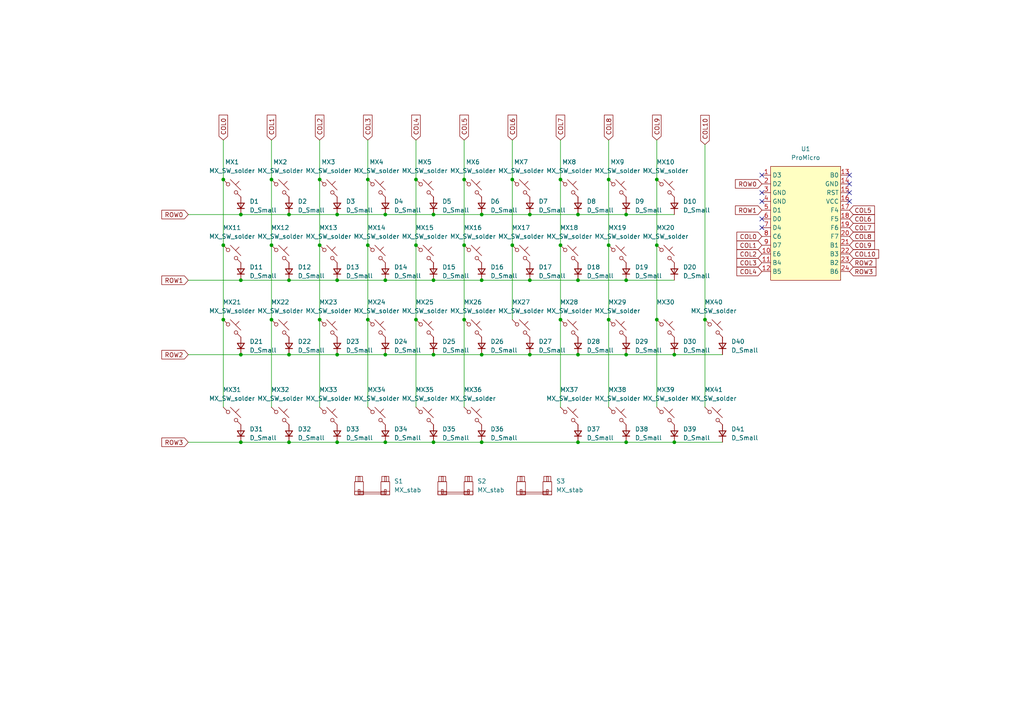
<source format=kicad_sch>
(kicad_sch
	(version 20231120)
	(generator "eeschema")
	(generator_version "8.0")
	(uuid "a708e352-bf87-4a57-b0c6-76306ee6dcb6")
	(paper "A4")
	(lib_symbols
		(symbol "Device:D_Small"
			(pin_numbers hide)
			(pin_names
				(offset 0.254) hide)
			(exclude_from_sim no)
			(in_bom yes)
			(on_board yes)
			(property "Reference" "D"
				(at -1.27 2.032 0)
				(effects
					(font
						(size 1.27 1.27)
					)
					(justify left)
				)
			)
			(property "Value" "D_Small"
				(at -3.81 -2.032 0)
				(effects
					(font
						(size 1.27 1.27)
					)
					(justify left)
				)
			)
			(property "Footprint" ""
				(at 0 0 90)
				(effects
					(font
						(size 1.27 1.27)
					)
					(hide yes)
				)
			)
			(property "Datasheet" "~"
				(at 0 0 90)
				(effects
					(font
						(size 1.27 1.27)
					)
					(hide yes)
				)
			)
			(property "Description" "Diode, small symbol"
				(at 0 0 0)
				(effects
					(font
						(size 1.27 1.27)
					)
					(hide yes)
				)
			)
			(property "Sim.Device" "D"
				(at 0 0 0)
				(effects
					(font
						(size 1.27 1.27)
					)
					(hide yes)
				)
			)
			(property "Sim.Pins" "1=K 2=A"
				(at 0 0 0)
				(effects
					(font
						(size 1.27 1.27)
					)
					(hide yes)
				)
			)
			(property "ki_keywords" "diode"
				(at 0 0 0)
				(effects
					(font
						(size 1.27 1.27)
					)
					(hide yes)
				)
			)
			(property "ki_fp_filters" "TO-???* *_Diode_* *SingleDiode* D_*"
				(at 0 0 0)
				(effects
					(font
						(size 1.27 1.27)
					)
					(hide yes)
				)
			)
			(symbol "D_Small_0_1"
				(polyline
					(pts
						(xy -0.762 -1.016) (xy -0.762 1.016)
					)
					(stroke
						(width 0.254)
						(type default)
					)
					(fill
						(type none)
					)
				)
				(polyline
					(pts
						(xy -0.762 0) (xy 0.762 0)
					)
					(stroke
						(width 0)
						(type default)
					)
					(fill
						(type none)
					)
				)
				(polyline
					(pts
						(xy 0.762 -1.016) (xy -0.762 0) (xy 0.762 1.016) (xy 0.762 -1.016)
					)
					(stroke
						(width 0.254)
						(type default)
					)
					(fill
						(type none)
					)
				)
			)
			(symbol "D_Small_1_1"
				(pin passive line
					(at -2.54 0 0)
					(length 1.778)
					(name "K"
						(effects
							(font
								(size 1.27 1.27)
							)
						)
					)
					(number "1"
						(effects
							(font
								(size 1.27 1.27)
							)
						)
					)
				)
				(pin passive line
					(at 2.54 0 180)
					(length 1.778)
					(name "A"
						(effects
							(font
								(size 1.27 1.27)
							)
						)
					)
					(number "2"
						(effects
							(font
								(size 1.27 1.27)
							)
						)
					)
				)
			)
		)
		(symbol "PCM_marbastlib-promicroish:Arduino_ProMicro"
			(exclude_from_sim no)
			(in_bom no)
			(on_board yes)
			(property "Reference" "U1"
				(at 0 21.59 0)
				(effects
					(font
						(size 1.27 1.27)
					)
				)
			)
			(property "Value" "ProMicro"
				(at 0 19.05 0)
				(effects
					(font
						(size 1.27 1.27)
					)
				)
			)
			(property "Footprint" "PCM_marbastlib-xp-promicroish:ProMicro_USBup"
				(at 0 -30.48 0)
				(effects
					(font
						(size 1.27 1.27)
					)
					(hide yes)
				)
			)
			(property "Datasheet" ""
				(at -12.7 13.97 0)
				(effects
					(font
						(size 1.27 1.27)
					)
					(hide yes)
				)
			)
			(property "Description" "Symbol for an Arduino Pro Micro"
				(at 0 0 0)
				(effects
					(font
						(size 1.27 1.27)
					)
					(hide yes)
				)
			)
			(symbol "Arduino_ProMicro_0_0"
				(pin bidirectional line
					(at -12.7 -8.89 0)
					(length 2.54)
					(name "E6"
						(effects
							(font
								(size 1.27 1.27)
							)
						)
					)
					(number "10"
						(effects
							(font
								(size 1.27 1.27)
							)
						)
					)
				)
				(pin bidirectional line
					(at -12.7 -11.43 0)
					(length 2.54)
					(name "B4"
						(effects
							(font
								(size 1.27 1.27)
							)
						)
					)
					(number "11"
						(effects
							(font
								(size 1.27 1.27)
							)
						)
					)
				)
				(pin bidirectional line
					(at -12.7 -13.97 0)
					(length 2.54)
					(name "B5"
						(effects
							(font
								(size 1.27 1.27)
							)
						)
					)
					(number "12"
						(effects
							(font
								(size 1.27 1.27)
							)
						)
					)
				)
				(pin power_out line
					(at 12.7 11.43 180)
					(length 2.54)
					(name "GND"
						(effects
							(font
								(size 1.27 1.27)
							)
						)
					)
					(number "14"
						(effects
							(font
								(size 1.27 1.27)
							)
						)
					)
				)
				(pin bidirectional line
					(at 12.7 8.89 180)
					(length 2.54)
					(name "RST"
						(effects
							(font
								(size 1.27 1.27)
							)
						)
					)
					(number "15"
						(effects
							(font
								(size 1.27 1.27)
							)
						)
					)
				)
				(pin bidirectional line
					(at 12.7 3.81 180)
					(length 2.54)
					(name "F4"
						(effects
							(font
								(size 1.27 1.27)
							)
						)
					)
					(number "17"
						(effects
							(font
								(size 1.27 1.27)
							)
						)
					)
				)
				(pin bidirectional line
					(at 12.7 1.27 180)
					(length 2.54)
					(name "F5"
						(effects
							(font
								(size 1.27 1.27)
							)
						)
					)
					(number "18"
						(effects
							(font
								(size 1.27 1.27)
							)
						)
					)
				)
				(pin bidirectional line
					(at 12.7 -1.27 180)
					(length 2.54)
					(name "F6"
						(effects
							(font
								(size 1.27 1.27)
							)
						)
					)
					(number "19"
						(effects
							(font
								(size 1.27 1.27)
							)
						)
					)
				)
				(pin bidirectional line
					(at 12.7 -3.81 180)
					(length 2.54)
					(name "F7"
						(effects
							(font
								(size 1.27 1.27)
							)
						)
					)
					(number "20"
						(effects
							(font
								(size 1.27 1.27)
							)
						)
					)
				)
				(pin bidirectional line
					(at 12.7 -6.35 180)
					(length 2.54)
					(name "B1"
						(effects
							(font
								(size 1.27 1.27)
							)
						)
					)
					(number "21"
						(effects
							(font
								(size 1.27 1.27)
							)
						)
					)
				)
				(pin bidirectional line
					(at 12.7 -8.89 180)
					(length 2.54)
					(name "B3"
						(effects
							(font
								(size 1.27 1.27)
							)
						)
					)
					(number "22"
						(effects
							(font
								(size 1.27 1.27)
							)
						)
					)
				)
				(pin bidirectional line
					(at 12.7 -11.43 180)
					(length 2.54)
					(name "B2"
						(effects
							(font
								(size 1.27 1.27)
							)
						)
					)
					(number "23"
						(effects
							(font
								(size 1.27 1.27)
							)
						)
					)
				)
				(pin bidirectional line
					(at 12.7 -13.97 180)
					(length 2.54)
					(name "B6"
						(effects
							(font
								(size 1.27 1.27)
							)
						)
					)
					(number "24"
						(effects
							(font
								(size 1.27 1.27)
							)
						)
					)
				)
				(pin power_out line
					(at -12.7 8.89 0)
					(length 2.54)
					(name "GND"
						(effects
							(font
								(size 1.27 1.27)
							)
						)
					)
					(number "3"
						(effects
							(font
								(size 1.27 1.27)
							)
						)
					)
				)
				(pin power_out line
					(at -12.7 6.35 0)
					(length 2.54)
					(name "GND"
						(effects
							(font
								(size 1.27 1.27)
							)
						)
					)
					(number "4"
						(effects
							(font
								(size 1.27 1.27)
							)
						)
					)
				)
				(pin bidirectional line
					(at -12.7 3.81 0)
					(length 2.54)
					(name "D1"
						(effects
							(font
								(size 1.27 1.27)
							)
						)
					)
					(number "5"
						(effects
							(font
								(size 1.27 1.27)
							)
						)
					)
				)
				(pin bidirectional line
					(at -12.7 1.27 0)
					(length 2.54)
					(name "D0"
						(effects
							(font
								(size 1.27 1.27)
							)
						)
					)
					(number "6"
						(effects
							(font
								(size 1.27 1.27)
							)
						)
					)
				)
				(pin bidirectional line
					(at -12.7 -1.27 0)
					(length 2.54)
					(name "D4"
						(effects
							(font
								(size 1.27 1.27)
							)
						)
					)
					(number "7"
						(effects
							(font
								(size 1.27 1.27)
							)
						)
					)
				)
				(pin bidirectional line
					(at -12.7 -3.81 0)
					(length 2.54)
					(name "C6"
						(effects
							(font
								(size 1.27 1.27)
							)
						)
					)
					(number "8"
						(effects
							(font
								(size 1.27 1.27)
							)
						)
					)
				)
				(pin bidirectional line
					(at -12.7 -6.35 0)
					(length 2.54)
					(name "D7"
						(effects
							(font
								(size 1.27 1.27)
							)
						)
					)
					(number "9"
						(effects
							(font
								(size 1.27 1.27)
							)
						)
					)
				)
			)
			(symbol "Arduino_ProMicro_1_0"
				(pin bidirectional line
					(at -12.7 13.97 0)
					(length 2.54)
					(name "D3"
						(effects
							(font
								(size 1.27 1.27)
							)
						)
					)
					(number "1"
						(effects
							(font
								(size 1.27 1.27)
							)
						)
					)
				)
				(pin bidirectional line
					(at 12.7 13.97 180)
					(length 2.54)
					(name "B0"
						(effects
							(font
								(size 1.27 1.27)
							)
						)
					)
					(number "13"
						(effects
							(font
								(size 1.27 1.27)
							)
						)
					)
				)
				(pin power_out line
					(at 12.7 6.35 180)
					(length 2.54)
					(name "VCC"
						(effects
							(font
								(size 1.27 1.27)
							)
						)
					)
					(number "16"
						(effects
							(font
								(size 1.27 1.27)
							)
						)
					)
				)
				(pin bidirectional line
					(at -12.7 11.43 0)
					(length 2.54)
					(name "D2"
						(effects
							(font
								(size 1.27 1.27)
							)
						)
					)
					(number "2"
						(effects
							(font
								(size 1.27 1.27)
							)
						)
					)
				)
			)
			(symbol "Arduino_ProMicro_1_1"
				(rectangle
					(start -10.16 16.51)
					(end 10.16 -16.51)
					(stroke
						(width 0)
						(type default)
					)
					(fill
						(type background)
					)
				)
			)
		)
		(symbol "marbastlib-mx:MX_SW_solder"
			(pin_numbers hide)
			(pin_names
				(offset 1.016) hide)
			(exclude_from_sim no)
			(in_bom yes)
			(on_board yes)
			(property "Reference" "MX"
				(at 3.048 1.016 0)
				(effects
					(font
						(size 1.27 1.27)
					)
					(justify left)
				)
			)
			(property "Value" "MX_SW_solder"
				(at 0 -3.81 0)
				(effects
					(font
						(size 1.27 1.27)
					)
				)
			)
			(property "Footprint" "PCM_marbastlib-mx:SW_MX_1u"
				(at 0 0 0)
				(effects
					(font
						(size 1.27 1.27)
					)
					(hide yes)
				)
			)
			(property "Datasheet" "~"
				(at 0 0 0)
				(effects
					(font
						(size 1.27 1.27)
					)
					(hide yes)
				)
			)
			(property "Description" "Push button switch, normally open, two pins, 45° tilted"
				(at 0 0 0)
				(effects
					(font
						(size 1.27 1.27)
					)
					(hide yes)
				)
			)
			(property "ki_keywords" "switch normally-open pushbutton push-button"
				(at 0 0 0)
				(effects
					(font
						(size 1.27 1.27)
					)
					(hide yes)
				)
			)
			(symbol "MX_SW_solder_0_1"
				(circle
					(center -1.1684 1.1684)
					(radius 0.508)
					(stroke
						(width 0)
						(type default)
					)
					(fill
						(type none)
					)
				)
				(polyline
					(pts
						(xy -0.508 2.54) (xy 2.54 -0.508)
					)
					(stroke
						(width 0)
						(type default)
					)
					(fill
						(type none)
					)
				)
				(polyline
					(pts
						(xy 1.016 1.016) (xy 2.032 2.032)
					)
					(stroke
						(width 0)
						(type default)
					)
					(fill
						(type none)
					)
				)
				(polyline
					(pts
						(xy -2.54 2.54) (xy -1.524 1.524) (xy -1.524 1.524)
					)
					(stroke
						(width 0)
						(type default)
					)
					(fill
						(type none)
					)
				)
				(polyline
					(pts
						(xy 1.524 -1.524) (xy 2.54 -2.54) (xy 2.54 -2.54) (xy 2.54 -2.54)
					)
					(stroke
						(width 0)
						(type default)
					)
					(fill
						(type none)
					)
				)
				(circle
					(center 1.143 -1.1938)
					(radius 0.508)
					(stroke
						(width 0)
						(type default)
					)
					(fill
						(type none)
					)
				)
				(pin passive line
					(at -2.54 2.54 0)
					(length 0)
					(name "1"
						(effects
							(font
								(size 1.27 1.27)
							)
						)
					)
					(number "1"
						(effects
							(font
								(size 1.27 1.27)
							)
						)
					)
				)
				(pin passive line
					(at 2.54 -2.54 180)
					(length 0)
					(name "2"
						(effects
							(font
								(size 1.27 1.27)
							)
						)
					)
					(number "2"
						(effects
							(font
								(size 1.27 1.27)
							)
						)
					)
				)
			)
		)
		(symbol "marbastlib-mx:MX_stab"
			(pin_names
				(offset 1.016)
			)
			(exclude_from_sim no)
			(in_bom yes)
			(on_board yes)
			(property "Reference" "S"
				(at -5.08 6.35 0)
				(effects
					(font
						(size 1.27 1.27)
					)
					(justify left)
				)
			)
			(property "Value" "MX_stab"
				(at -5.08 3.81 0)
				(effects
					(font
						(size 1.27 1.27)
					)
					(justify left)
				)
			)
			(property "Footprint" "PCM_marbastlib-mx:STAB_MX_P_6.25u"
				(at 0 0 0)
				(effects
					(font
						(size 1.27 1.27)
					)
					(hide yes)
				)
			)
			(property "Datasheet" ""
				(at 0 0 0)
				(effects
					(font
						(size 1.27 1.27)
					)
					(hide yes)
				)
			)
			(property "Description" "Cherry MX-style stabilizer"
				(at 0 0 0)
				(effects
					(font
						(size 1.27 1.27)
					)
					(hide yes)
				)
			)
			(property "ki_keywords" "cherry mx stabilizer stab"
				(at 0 0 0)
				(effects
					(font
						(size 1.27 1.27)
					)
					(hide yes)
				)
			)
			(symbol "MX_stab_0_1"
				(rectangle
					(start -5.08 -1.524)
					(end -2.54 -2.54)
					(stroke
						(width 0)
						(type default)
					)
					(fill
						(type none)
					)
				)
				(rectangle
					(start -5.08 1.27)
					(end -2.54 -2.54)
					(stroke
						(width 0)
						(type default)
					)
					(fill
						(type none)
					)
				)
				(rectangle
					(start -4.826 2.794)
					(end -2.794 1.27)
					(stroke
						(width 0)
						(type default)
					)
					(fill
						(type none)
					)
				)
				(rectangle
					(start -4.064 -2.286)
					(end -3.556 -1.016)
					(stroke
						(width 0)
						(type default)
					)
					(fill
						(type none)
					)
				)
				(rectangle
					(start -4.064 -1.778)
					(end 4.064 -2.286)
					(stroke
						(width 0)
						(type default)
					)
					(fill
						(type none)
					)
				)
				(rectangle
					(start -4.064 1.27)
					(end -3.556 2.794)
					(stroke
						(width 0)
						(type default)
					)
					(fill
						(type none)
					)
				)
				(rectangle
					(start 2.54 -1.524)
					(end 5.08 -2.54)
					(stroke
						(width 0)
						(type default)
					)
					(fill
						(type none)
					)
				)
				(rectangle
					(start 2.54 1.27)
					(end 5.08 -2.54)
					(stroke
						(width 0)
						(type default)
					)
					(fill
						(type none)
					)
				)
				(rectangle
					(start 2.794 2.794)
					(end 4.826 1.27)
					(stroke
						(width 0)
						(type default)
					)
					(fill
						(type none)
					)
				)
				(rectangle
					(start 3.556 1.27)
					(end 4.064 2.794)
					(stroke
						(width 0)
						(type default)
					)
					(fill
						(type none)
					)
				)
				(rectangle
					(start 4.064 -2.286)
					(end 3.556 -1.016)
					(stroke
						(width 0)
						(type default)
					)
					(fill
						(type none)
					)
				)
			)
		)
	)
	(junction
		(at 162.56 92.71)
		(diameter 0)
		(color 0 0 0 0)
		(uuid "014eb03c-2b34-43a4-a39a-fc2d2efdfacc")
	)
	(junction
		(at 134.62 92.71)
		(diameter 0)
		(color 0 0 0 0)
		(uuid "01e06f83-9fcd-4d34-bb01-5e15142d7950")
	)
	(junction
		(at 162.56 52.07)
		(diameter 0)
		(color 0 0 0 0)
		(uuid "0670480a-6472-4a6a-93cc-b3e659e094f9")
	)
	(junction
		(at 190.5 71.12)
		(diameter 0)
		(color 0 0 0 0)
		(uuid "0fa3e799-170e-4e41-a43a-d8fcbf065fc7")
	)
	(junction
		(at 139.7 128.27)
		(diameter 0)
		(color 0 0 0 0)
		(uuid "1153007a-bd77-4e7a-8893-e56c6ed87a18")
	)
	(junction
		(at 190.5 52.07)
		(diameter 0)
		(color 0 0 0 0)
		(uuid "142c5f9f-a622-4fde-9a85-eeba5bb9e4ca")
	)
	(junction
		(at 97.79 62.23)
		(diameter 0)
		(color 0 0 0 0)
		(uuid "19176fdd-ab9f-436a-8be5-d59f9ca6d4a1")
	)
	(junction
		(at 139.7 102.87)
		(diameter 0)
		(color 0 0 0 0)
		(uuid "1a7f256a-6968-424e-b7e0-42bd104a0708")
	)
	(junction
		(at 167.64 128.27)
		(diameter 0)
		(color 0 0 0 0)
		(uuid "1c6f376e-5abe-4ef1-b4a1-caae358f4aeb")
	)
	(junction
		(at 83.82 128.27)
		(diameter 0)
		(color 0 0 0 0)
		(uuid "1c8d88ff-d460-40cb-b87f-0768a9c82cd7")
	)
	(junction
		(at 106.68 52.07)
		(diameter 0)
		(color 0 0 0 0)
		(uuid "1ce6f2f9-8180-4794-bf15-befe99ebbe2b")
	)
	(junction
		(at 176.53 92.71)
		(diameter 0)
		(color 0 0 0 0)
		(uuid "22434b22-f8c3-48c1-8626-37c5740d5b67")
	)
	(junction
		(at 153.67 62.23)
		(diameter 0)
		(color 0 0 0 0)
		(uuid "29bfe227-fbc1-4e80-9b4c-1ae3298f559b")
	)
	(junction
		(at 181.61 102.87)
		(diameter 0)
		(color 0 0 0 0)
		(uuid "2ff9e8da-d5db-4f53-b35b-9cc645dd5506")
	)
	(junction
		(at 83.82 102.87)
		(diameter 0)
		(color 0 0 0 0)
		(uuid "32c5c383-63b4-49c1-8d33-7f1c260e4875")
	)
	(junction
		(at 120.65 52.07)
		(diameter 0)
		(color 0 0 0 0)
		(uuid "3ad3a258-1228-44fe-a376-9e5c6c322554")
	)
	(junction
		(at 64.77 92.71)
		(diameter 0)
		(color 0 0 0 0)
		(uuid "3d6efb61-65aa-4b48-871d-5968d7ba14cd")
	)
	(junction
		(at 97.79 81.28)
		(diameter 0)
		(color 0 0 0 0)
		(uuid "438586a6-588e-450f-8302-884ad071f55a")
	)
	(junction
		(at 78.74 92.71)
		(diameter 0)
		(color 0 0 0 0)
		(uuid "4433a8c2-946b-4c05-ba4e-e7edf258ea90")
	)
	(junction
		(at 92.71 52.07)
		(diameter 0)
		(color 0 0 0 0)
		(uuid "4e25f2a3-98cb-4cbb-96b4-90081a03efbd")
	)
	(junction
		(at 195.58 102.87)
		(diameter 0)
		(color 0 0 0 0)
		(uuid "4ee243d4-6935-4a99-a5e0-5c8b9692ae99")
	)
	(junction
		(at 125.73 62.23)
		(diameter 0)
		(color 0 0 0 0)
		(uuid "512e4652-1f16-4ff2-8d59-9893b4e34850")
	)
	(junction
		(at 181.61 62.23)
		(diameter 0)
		(color 0 0 0 0)
		(uuid "55c883fe-c2e6-4652-9d19-df388a46df91")
	)
	(junction
		(at 64.77 52.07)
		(diameter 0)
		(color 0 0 0 0)
		(uuid "560528a8-9c32-4abe-9763-f70c54f2a2b6")
	)
	(junction
		(at 125.73 102.87)
		(diameter 0)
		(color 0 0 0 0)
		(uuid "612364dc-ba48-4a22-ac26-a113622f48c0")
	)
	(junction
		(at 78.74 52.07)
		(diameter 0)
		(color 0 0 0 0)
		(uuid "64a000d8-c932-4ee8-9cf0-a875d63660a6")
	)
	(junction
		(at 78.74 71.12)
		(diameter 0)
		(color 0 0 0 0)
		(uuid "6654d4cc-82a2-4d89-8b56-68db6a91ad33")
	)
	(junction
		(at 153.67 81.28)
		(diameter 0)
		(color 0 0 0 0)
		(uuid "66c98805-e257-4097-86a2-8111604cbfe8")
	)
	(junction
		(at 167.64 62.23)
		(diameter 0)
		(color 0 0 0 0)
		(uuid "6ba6114a-b9a8-402c-be96-edd25dcdddaa")
	)
	(junction
		(at 139.7 81.28)
		(diameter 0)
		(color 0 0 0 0)
		(uuid "6d6707e1-d002-4d00-a971-83bcae85c297")
	)
	(junction
		(at 181.61 128.27)
		(diameter 0)
		(color 0 0 0 0)
		(uuid "6ffd3dde-2b25-4a03-82d0-2e891e73b458")
	)
	(junction
		(at 125.73 128.27)
		(diameter 0)
		(color 0 0 0 0)
		(uuid "7e1767a3-3667-434c-89bc-03f1591a2be8")
	)
	(junction
		(at 106.68 92.71)
		(diameter 0)
		(color 0 0 0 0)
		(uuid "802ec510-fe7c-46bb-9c81-85e75315245e")
	)
	(junction
		(at 125.73 81.28)
		(diameter 0)
		(color 0 0 0 0)
		(uuid "82ede541-462f-4dbc-9dff-06a7274bad0c")
	)
	(junction
		(at 92.71 92.71)
		(diameter 0)
		(color 0 0 0 0)
		(uuid "8a63900b-b11b-41f6-a05f-8508d3eeb4e1")
	)
	(junction
		(at 153.67 102.87)
		(diameter 0)
		(color 0 0 0 0)
		(uuid "98a3b33b-1ba0-4065-b9b1-bf18620d4d13")
	)
	(junction
		(at 148.59 52.07)
		(diameter 0)
		(color 0 0 0 0)
		(uuid "99314c9e-a030-4a1a-b9dd-a828556cb8f9")
	)
	(junction
		(at 97.79 128.27)
		(diameter 0)
		(color 0 0 0 0)
		(uuid "9e0ee3c8-ed03-4803-a3df-541c29b3f6b9")
	)
	(junction
		(at 69.85 81.28)
		(diameter 0)
		(color 0 0 0 0)
		(uuid "9e929cbd-e452-40cf-98d2-aed45752543e")
	)
	(junction
		(at 111.76 128.27)
		(diameter 0)
		(color 0 0 0 0)
		(uuid "a4fa255a-abf0-4087-a7fa-e30cb5508005")
	)
	(junction
		(at 111.76 81.28)
		(diameter 0)
		(color 0 0 0 0)
		(uuid "a99e4f66-aeb9-4a2b-a2c1-2f0b404fad0e")
	)
	(junction
		(at 83.82 81.28)
		(diameter 0)
		(color 0 0 0 0)
		(uuid "aa045250-a0c7-4c5d-8c32-30f66489af88")
	)
	(junction
		(at 176.53 52.07)
		(diameter 0)
		(color 0 0 0 0)
		(uuid "ab0345bd-03b3-4cad-87c8-42e3286f1213")
	)
	(junction
		(at 69.85 62.23)
		(diameter 0)
		(color 0 0 0 0)
		(uuid "aff12dc7-f1c8-4eaa-9cc6-47a962c7abd3")
	)
	(junction
		(at 195.58 128.27)
		(diameter 0)
		(color 0 0 0 0)
		(uuid "b0c4c918-3536-4fe5-988d-29a3b0feccf9")
	)
	(junction
		(at 120.65 71.12)
		(diameter 0)
		(color 0 0 0 0)
		(uuid "b78490e6-0495-468f-85f9-19ece9ca6437")
	)
	(junction
		(at 69.85 128.27)
		(diameter 0)
		(color 0 0 0 0)
		(uuid "bc38f023-d1c2-454f-ac5b-006402a071be")
	)
	(junction
		(at 176.53 71.12)
		(diameter 0)
		(color 0 0 0 0)
		(uuid "c076f5a1-11a7-493f-adf0-d1494e65cb4f")
	)
	(junction
		(at 162.56 71.12)
		(diameter 0)
		(color 0 0 0 0)
		(uuid "c398baa9-ba00-4594-ba65-9ccd2a6819a1")
	)
	(junction
		(at 190.5 92.71)
		(diameter 0)
		(color 0 0 0 0)
		(uuid "c8bbbbf0-4161-4f10-9b79-36779e016262")
	)
	(junction
		(at 204.47 92.71)
		(diameter 0)
		(color 0 0 0 0)
		(uuid "c96e6839-02b4-4e09-93c2-73fe3e907a37")
	)
	(junction
		(at 134.62 71.12)
		(diameter 0)
		(color 0 0 0 0)
		(uuid "cb479a65-57d8-4e6a-a3ba-bd39d05584d6")
	)
	(junction
		(at 106.68 71.12)
		(diameter 0)
		(color 0 0 0 0)
		(uuid "cd2eeb54-afcc-4cae-a5a8-e34bb6d7dc78")
	)
	(junction
		(at 167.64 102.87)
		(diameter 0)
		(color 0 0 0 0)
		(uuid "cd5d07c6-88e4-41d3-987f-79798b6c7625")
	)
	(junction
		(at 111.76 102.87)
		(diameter 0)
		(color 0 0 0 0)
		(uuid "cd930b9f-237a-4581-81d1-917a4318fff2")
	)
	(junction
		(at 134.62 52.07)
		(diameter 0)
		(color 0 0 0 0)
		(uuid "d06d43a3-ad3c-46f7-949f-86cc0fbf8926")
	)
	(junction
		(at 83.82 62.23)
		(diameter 0)
		(color 0 0 0 0)
		(uuid "d0f77b3b-ed75-4240-87c6-4620c71f25a6")
	)
	(junction
		(at 92.71 71.12)
		(diameter 0)
		(color 0 0 0 0)
		(uuid "d52b4a62-a2ed-4329-9564-99c088496377")
	)
	(junction
		(at 148.59 71.12)
		(diameter 0)
		(color 0 0 0 0)
		(uuid "d694f345-b3f9-4bf0-b3cd-0f4943b4e92c")
	)
	(junction
		(at 139.7 62.23)
		(diameter 0)
		(color 0 0 0 0)
		(uuid "dac0cdb2-e9ff-45df-818f-17dae53d77d0")
	)
	(junction
		(at 111.76 62.23)
		(diameter 0)
		(color 0 0 0 0)
		(uuid "e1b3aec2-359c-4d96-97a7-fdc7c6073ad8")
	)
	(junction
		(at 181.61 81.28)
		(diameter 0)
		(color 0 0 0 0)
		(uuid "e45c674d-c1e2-47cb-8205-b78ac7d8f50a")
	)
	(junction
		(at 120.65 92.71)
		(diameter 0)
		(color 0 0 0 0)
		(uuid "ed42aaea-d3d4-4256-b634-48ac2580f95a")
	)
	(junction
		(at 167.64 81.28)
		(diameter 0)
		(color 0 0 0 0)
		(uuid "f5347949-7f0d-43cc-a6d9-0bcc9e471c47")
	)
	(junction
		(at 97.79 102.87)
		(diameter 0)
		(color 0 0 0 0)
		(uuid "f87927cd-69a4-495d-afc5-f3dab8e175ce")
	)
	(junction
		(at 69.85 102.87)
		(diameter 0)
		(color 0 0 0 0)
		(uuid "f8f8c86c-eba8-4efc-9283-0269d7c3b1af")
	)
	(junction
		(at 64.77 71.12)
		(diameter 0)
		(color 0 0 0 0)
		(uuid "fbdeb2e3-3654-4b37-ada4-61057bde10d9")
	)
	(no_connect
		(at 246.38 58.42)
		(uuid "086858be-0508-489d-ad66-37a598c5d037")
	)
	(no_connect
		(at 220.98 63.5)
		(uuid "253f7b52-9e70-4630-85e0-7bd726eb6f41")
	)
	(no_connect
		(at 220.98 55.88)
		(uuid "59f21a1b-847e-4d3e-b6e2-3959d6909f79")
	)
	(no_connect
		(at 246.38 53.34)
		(uuid "6f33efb2-92ea-4908-b437-2f6fc953b434")
	)
	(no_connect
		(at 246.38 55.88)
		(uuid "6f513723-568d-41b9-b69f-a66dfa4774e4")
	)
	(no_connect
		(at 220.98 58.42)
		(uuid "715fb97e-2817-42af-b6f9-69dd8aaab553")
	)
	(no_connect
		(at 220.98 50.8)
		(uuid "93dbc34c-98d6-4139-b92f-bb47493ae990")
	)
	(no_connect
		(at 246.38 50.8)
		(uuid "a4e2c85e-6f42-4672-8e00-d7a2a75bb05a")
	)
	(no_connect
		(at 220.98 66.04)
		(uuid "d0395769-92fa-4cdb-be94-f239eaef700d")
	)
	(wire
		(pts
			(xy 54.61 102.87) (xy 69.85 102.87)
		)
		(stroke
			(width 0)
			(type default)
		)
		(uuid "03dc8ac3-5bf4-40a0-8fc2-934bd1ddf0cb")
	)
	(wire
		(pts
			(xy 111.76 128.27) (xy 125.73 128.27)
		)
		(stroke
			(width 0)
			(type default)
		)
		(uuid "060f2a73-270d-4357-95d1-79cb2be53235")
	)
	(wire
		(pts
			(xy 78.74 40.64) (xy 78.74 52.07)
		)
		(stroke
			(width 0)
			(type default)
		)
		(uuid "072ff7d2-cdcb-4a45-8c1f-5318cfd3752d")
	)
	(wire
		(pts
			(xy 190.5 71.12) (xy 190.5 92.71)
		)
		(stroke
			(width 0)
			(type default)
		)
		(uuid "078544a1-e5d8-439e-abb5-d8113fe4ce71")
	)
	(wire
		(pts
			(xy 64.77 71.12) (xy 64.77 92.71)
		)
		(stroke
			(width 0)
			(type default)
		)
		(uuid "07aff516-6bce-4a34-8d89-5192cb5846e5")
	)
	(wire
		(pts
			(xy 111.76 81.28) (xy 125.73 81.28)
		)
		(stroke
			(width 0)
			(type default)
		)
		(uuid "121ee35a-163e-4b68-8a5c-32a1bbb83a8f")
	)
	(wire
		(pts
			(xy 92.71 92.71) (xy 92.71 118.11)
		)
		(stroke
			(width 0)
			(type default)
		)
		(uuid "143495f8-9c8c-4f3b-9d70-620797ea514c")
	)
	(wire
		(pts
			(xy 92.71 52.07) (xy 92.71 71.12)
		)
		(stroke
			(width 0)
			(type default)
		)
		(uuid "15dfaa88-12b1-431f-b774-03c7c360c1dc")
	)
	(wire
		(pts
			(xy 139.7 102.87) (xy 153.67 102.87)
		)
		(stroke
			(width 0)
			(type default)
		)
		(uuid "1637d759-95f3-488f-acba-589c5ec7f6ce")
	)
	(wire
		(pts
			(xy 148.59 40.64) (xy 148.59 52.07)
		)
		(stroke
			(width 0)
			(type default)
		)
		(uuid "1dc0d3e8-f9dd-4d7f-a911-4726dc7778d6")
	)
	(wire
		(pts
			(xy 162.56 40.64) (xy 162.56 52.07)
		)
		(stroke
			(width 0)
			(type default)
		)
		(uuid "2166ac93-a27d-46ae-808a-dd9ad0ed272a")
	)
	(wire
		(pts
			(xy 120.65 71.12) (xy 120.65 92.71)
		)
		(stroke
			(width 0)
			(type default)
		)
		(uuid "34835272-7165-4ee6-b9e6-518b223aac9b")
	)
	(wire
		(pts
			(xy 69.85 81.28) (xy 83.82 81.28)
		)
		(stroke
			(width 0)
			(type default)
		)
		(uuid "3a88c50d-8bf5-4319-b39e-e4f8ab28a010")
	)
	(wire
		(pts
			(xy 162.56 92.71) (xy 162.56 118.11)
		)
		(stroke
			(width 0)
			(type default)
		)
		(uuid "3af1658c-7145-4f3f-bbc1-233b1b9c3ad0")
	)
	(wire
		(pts
			(xy 78.74 92.71) (xy 78.74 118.11)
		)
		(stroke
			(width 0)
			(type default)
		)
		(uuid "3caf0158-8c20-4156-b8ba-5d5178d444f1")
	)
	(wire
		(pts
			(xy 153.67 62.23) (xy 167.64 62.23)
		)
		(stroke
			(width 0)
			(type default)
		)
		(uuid "3e97962c-be01-447d-a0d8-dff750b30442")
	)
	(wire
		(pts
			(xy 176.53 71.12) (xy 176.53 92.71)
		)
		(stroke
			(width 0)
			(type default)
		)
		(uuid "40f22bc9-8e40-4553-8076-b888b4b88ad6")
	)
	(wire
		(pts
			(xy 162.56 52.07) (xy 162.56 71.12)
		)
		(stroke
			(width 0)
			(type default)
		)
		(uuid "4cc1ddab-692d-41e7-a001-a5fecad8b2ca")
	)
	(wire
		(pts
			(xy 111.76 102.87) (xy 125.73 102.87)
		)
		(stroke
			(width 0)
			(type default)
		)
		(uuid "4cf7b0af-f929-477a-91da-ac3d6a9865d4")
	)
	(wire
		(pts
			(xy 153.67 102.87) (xy 167.64 102.87)
		)
		(stroke
			(width 0)
			(type default)
		)
		(uuid "4d6906e7-dd55-4291-bb0f-b9e6e27e2a22")
	)
	(wire
		(pts
			(xy 125.73 81.28) (xy 139.7 81.28)
		)
		(stroke
			(width 0)
			(type default)
		)
		(uuid "54ba4e8d-30c5-4840-a694-651f3c0d628a")
	)
	(wire
		(pts
			(xy 106.68 40.64) (xy 106.68 52.07)
		)
		(stroke
			(width 0)
			(type default)
		)
		(uuid "5557c63c-df6e-4bf5-ac0e-91a25df9ec03")
	)
	(wire
		(pts
			(xy 54.61 81.28) (xy 69.85 81.28)
		)
		(stroke
			(width 0)
			(type default)
		)
		(uuid "55ae4212-6b46-4003-950e-b608d66af8af")
	)
	(wire
		(pts
			(xy 97.79 102.87) (xy 111.76 102.87)
		)
		(stroke
			(width 0)
			(type default)
		)
		(uuid "56646bee-5e6e-4672-82d5-53cd28bcb980")
	)
	(wire
		(pts
			(xy 190.5 52.07) (xy 190.5 71.12)
		)
		(stroke
			(width 0)
			(type default)
		)
		(uuid "56936d3c-b136-4076-be4d-a3aa20fff6a1")
	)
	(wire
		(pts
			(xy 176.53 40.64) (xy 176.53 52.07)
		)
		(stroke
			(width 0)
			(type default)
		)
		(uuid "57dc8b80-175e-429a-ace7-33feabc42130")
	)
	(wire
		(pts
			(xy 139.7 62.23) (xy 153.67 62.23)
		)
		(stroke
			(width 0)
			(type default)
		)
		(uuid "5930dd46-ce89-4c2b-bf83-2b1247755f36")
	)
	(wire
		(pts
			(xy 97.79 81.28) (xy 111.76 81.28)
		)
		(stroke
			(width 0)
			(type default)
		)
		(uuid "5f83584b-55b9-4b63-8c98-68c1674f67c4")
	)
	(wire
		(pts
			(xy 111.76 62.23) (xy 125.73 62.23)
		)
		(stroke
			(width 0)
			(type default)
		)
		(uuid "6ee300f3-dbdc-42f9-9be2-0a808637e189")
	)
	(wire
		(pts
			(xy 120.65 92.71) (xy 120.65 118.11)
		)
		(stroke
			(width 0)
			(type default)
		)
		(uuid "6f74561a-0399-4388-b472-c59a0caea89a")
	)
	(wire
		(pts
			(xy 167.64 81.28) (xy 181.61 81.28)
		)
		(stroke
			(width 0)
			(type default)
		)
		(uuid "725bc07e-c594-4395-8f1f-b07a73e469e9")
	)
	(wire
		(pts
			(xy 125.73 102.87) (xy 139.7 102.87)
		)
		(stroke
			(width 0)
			(type default)
		)
		(uuid "726cab1e-96f0-457f-962c-1265b76c7b14")
	)
	(wire
		(pts
			(xy 125.73 62.23) (xy 139.7 62.23)
		)
		(stroke
			(width 0)
			(type default)
		)
		(uuid "7294048c-00ae-4c10-a523-1e5865b2ec86")
	)
	(wire
		(pts
			(xy 204.47 92.71) (xy 204.47 118.11)
		)
		(stroke
			(width 0)
			(type default)
		)
		(uuid "74699420-aa89-41fb-af00-2c966cfbb3cd")
	)
	(wire
		(pts
			(xy 139.7 128.27) (xy 167.64 128.27)
		)
		(stroke
			(width 0)
			(type default)
		)
		(uuid "75ffa424-e7f5-4bf4-ba5c-9f048180d4bb")
	)
	(wire
		(pts
			(xy 69.85 62.23) (xy 83.82 62.23)
		)
		(stroke
			(width 0)
			(type default)
		)
		(uuid "772e41da-56db-406c-b8f6-2a7e75857acb")
	)
	(wire
		(pts
			(xy 204.47 41.91) (xy 204.47 92.71)
		)
		(stroke
			(width 0)
			(type default)
		)
		(uuid "789caf18-0387-4ba5-b371-9391de36a85f")
	)
	(wire
		(pts
			(xy 139.7 81.28) (xy 153.67 81.28)
		)
		(stroke
			(width 0)
			(type default)
		)
		(uuid "78ed3735-f8be-469c-9725-46ef4840c538")
	)
	(wire
		(pts
			(xy 120.65 40.64) (xy 120.65 52.07)
		)
		(stroke
			(width 0)
			(type default)
		)
		(uuid "7a0a5130-0baa-4e57-b307-917d49a5722b")
	)
	(wire
		(pts
			(xy 106.68 52.07) (xy 106.68 71.12)
		)
		(stroke
			(width 0)
			(type default)
		)
		(uuid "8149b3e2-9ac7-4ae8-b121-89c6c5f0ef68")
	)
	(wire
		(pts
			(xy 106.68 71.12) (xy 106.68 92.71)
		)
		(stroke
			(width 0)
			(type default)
		)
		(uuid "825e4a9a-8e4b-4ec0-bdc5-608d7ab960d1")
	)
	(wire
		(pts
			(xy 64.77 52.07) (xy 64.77 71.12)
		)
		(stroke
			(width 0)
			(type default)
		)
		(uuid "86f7840e-5c90-426f-9fa6-107d9471110a")
	)
	(wire
		(pts
			(xy 134.62 52.07) (xy 134.62 71.12)
		)
		(stroke
			(width 0)
			(type default)
		)
		(uuid "891a4056-e8a3-47cd-8b47-62c8b7eec54c")
	)
	(wire
		(pts
			(xy 181.61 102.87) (xy 195.58 102.87)
		)
		(stroke
			(width 0)
			(type default)
		)
		(uuid "90479a68-20c7-4974-8b9a-6b81c341de3e")
	)
	(wire
		(pts
			(xy 190.5 40.64) (xy 190.5 52.07)
		)
		(stroke
			(width 0)
			(type default)
		)
		(uuid "908d42a7-d63f-4adf-9928-a978ecc33387")
	)
	(wire
		(pts
			(xy 54.61 62.23) (xy 69.85 62.23)
		)
		(stroke
			(width 0)
			(type default)
		)
		(uuid "93f775fd-b8a7-4ce5-91d6-7b6a8d00e2bf")
	)
	(wire
		(pts
			(xy 83.82 128.27) (xy 97.79 128.27)
		)
		(stroke
			(width 0)
			(type default)
		)
		(uuid "94182c1f-752c-4db4-bbed-f85fead2b0ea")
	)
	(wire
		(pts
			(xy 181.61 128.27) (xy 195.58 128.27)
		)
		(stroke
			(width 0)
			(type default)
		)
		(uuid "98721ca3-c404-4eb5-b413-e013fe26fa91")
	)
	(wire
		(pts
			(xy 97.79 62.23) (xy 111.76 62.23)
		)
		(stroke
			(width 0)
			(type default)
		)
		(uuid "9a09b37c-ec82-408d-8e9f-039fa7367b28")
	)
	(wire
		(pts
			(xy 181.61 81.28) (xy 195.58 81.28)
		)
		(stroke
			(width 0)
			(type default)
		)
		(uuid "9bc8de27-ead4-403d-b055-715c0f482746")
	)
	(wire
		(pts
			(xy 176.53 52.07) (xy 176.53 71.12)
		)
		(stroke
			(width 0)
			(type default)
		)
		(uuid "9e60c6e3-0b66-40fb-8b04-29b246e3ecea")
	)
	(wire
		(pts
			(xy 69.85 128.27) (xy 83.82 128.27)
		)
		(stroke
			(width 0)
			(type default)
		)
		(uuid "a4ab08d5-1b3f-42c5-b9ca-d76cc349eeaa")
	)
	(wire
		(pts
			(xy 92.71 40.64) (xy 92.71 52.07)
		)
		(stroke
			(width 0)
			(type default)
		)
		(uuid "a5f20eca-face-4ac6-8c25-21e08d24ce00")
	)
	(wire
		(pts
			(xy 69.85 102.87) (xy 83.82 102.87)
		)
		(stroke
			(width 0)
			(type default)
		)
		(uuid "a65ca906-2817-4bed-80fa-175195728815")
	)
	(wire
		(pts
			(xy 106.68 92.71) (xy 106.68 118.11)
		)
		(stroke
			(width 0)
			(type default)
		)
		(uuid "a6fbfc3d-12d2-4153-8dc5-901a4189bdfa")
	)
	(wire
		(pts
			(xy 153.67 81.28) (xy 167.64 81.28)
		)
		(stroke
			(width 0)
			(type default)
		)
		(uuid "a78fdf0e-da05-4722-95fa-ab908beb13f8")
	)
	(wire
		(pts
			(xy 134.62 92.71) (xy 134.62 118.11)
		)
		(stroke
			(width 0)
			(type default)
		)
		(uuid "aa6b2331-4082-4616-9df7-02ba68ca88bc")
	)
	(wire
		(pts
			(xy 97.79 128.27) (xy 111.76 128.27)
		)
		(stroke
			(width 0)
			(type default)
		)
		(uuid "ab96ee68-1a73-4689-959f-b05aba9f8c62")
	)
	(wire
		(pts
			(xy 167.64 102.87) (xy 181.61 102.87)
		)
		(stroke
			(width 0)
			(type default)
		)
		(uuid "ac63978a-d9ee-4935-81e5-53f73746e0e2")
	)
	(wire
		(pts
			(xy 54.61 128.27) (xy 69.85 128.27)
		)
		(stroke
			(width 0)
			(type default)
		)
		(uuid "ac9b402f-a554-4fd6-8864-e07c8365b75d")
	)
	(wire
		(pts
			(xy 134.62 40.64) (xy 134.62 52.07)
		)
		(stroke
			(width 0)
			(type default)
		)
		(uuid "ae495b19-9e96-48a2-842c-1b1ecce6d468")
	)
	(wire
		(pts
			(xy 64.77 40.64) (xy 64.77 52.07)
		)
		(stroke
			(width 0)
			(type default)
		)
		(uuid "b4164559-727a-4481-acd9-d4851949a718")
	)
	(wire
		(pts
			(xy 83.82 81.28) (xy 97.79 81.28)
		)
		(stroke
			(width 0)
			(type default)
		)
		(uuid "b53c216f-15c6-441c-93f2-fc092dab19de")
	)
	(wire
		(pts
			(xy 195.58 102.87) (xy 209.55 102.87)
		)
		(stroke
			(width 0)
			(type default)
		)
		(uuid "b784aa0a-0837-4229-956e-488c36554357")
	)
	(wire
		(pts
			(xy 92.71 71.12) (xy 92.71 92.71)
		)
		(stroke
			(width 0)
			(type default)
		)
		(uuid "bb5817af-3044-4b03-99d9-5bed4ee56097")
	)
	(wire
		(pts
			(xy 64.77 92.71) (xy 64.77 118.11)
		)
		(stroke
			(width 0)
			(type default)
		)
		(uuid "be11faec-9616-44d1-a849-7b2f8137cac6")
	)
	(wire
		(pts
			(xy 120.65 52.07) (xy 120.65 71.12)
		)
		(stroke
			(width 0)
			(type default)
		)
		(uuid "c3b3bdd9-5b40-4df9-8605-fa9619ab28b4")
	)
	(wire
		(pts
			(xy 162.56 71.12) (xy 162.56 92.71)
		)
		(stroke
			(width 0)
			(type default)
		)
		(uuid "cbfad145-689d-44a5-9d5e-ff48736f6271")
	)
	(wire
		(pts
			(xy 176.53 92.71) (xy 176.53 118.11)
		)
		(stroke
			(width 0)
			(type default)
		)
		(uuid "cc14203f-fcbf-4c2d-a7b9-a99004336b7d")
	)
	(wire
		(pts
			(xy 195.58 128.27) (xy 209.55 128.27)
		)
		(stroke
			(width 0)
			(type default)
		)
		(uuid "cd970452-7534-4841-9084-8a507058fd67")
	)
	(wire
		(pts
			(xy 78.74 71.12) (xy 78.74 92.71)
		)
		(stroke
			(width 0)
			(type default)
		)
		(uuid "d8c63a75-c562-447c-98ea-0e08f37fb9e7")
	)
	(wire
		(pts
			(xy 167.64 128.27) (xy 181.61 128.27)
		)
		(stroke
			(width 0)
			(type default)
		)
		(uuid "d96960d1-c497-46b3-a570-1a6bed39f7e5")
	)
	(wire
		(pts
			(xy 125.73 128.27) (xy 139.7 128.27)
		)
		(stroke
			(width 0)
			(type default)
		)
		(uuid "da03e1ce-0801-449b-82bf-bf933d560786")
	)
	(wire
		(pts
			(xy 148.59 52.07) (xy 148.59 71.12)
		)
		(stroke
			(width 0)
			(type default)
		)
		(uuid "df6cfe7d-83e7-43af-8442-c54b4bb261dd")
	)
	(wire
		(pts
			(xy 83.82 102.87) (xy 97.79 102.87)
		)
		(stroke
			(width 0)
			(type default)
		)
		(uuid "e741e58e-3de0-408d-9816-b0b1d374d3e3")
	)
	(wire
		(pts
			(xy 78.74 52.07) (xy 78.74 71.12)
		)
		(stroke
			(width 0)
			(type default)
		)
		(uuid "e81e841c-3f43-4e3f-9e2f-f787d799bb92")
	)
	(wire
		(pts
			(xy 181.61 62.23) (xy 195.58 62.23)
		)
		(stroke
			(width 0)
			(type default)
		)
		(uuid "ec2e0a65-254d-47e6-91ba-f59dea0b796f")
	)
	(wire
		(pts
			(xy 148.59 71.12) (xy 148.59 92.71)
		)
		(stroke
			(width 0)
			(type default)
		)
		(uuid "f534e1af-5220-4fa2-bf6b-306f798cacfc")
	)
	(wire
		(pts
			(xy 167.64 62.23) (xy 181.61 62.23)
		)
		(stroke
			(width 0)
			(type default)
		)
		(uuid "f78964b5-8fb2-45f7-8c06-1304a255f96d")
	)
	(wire
		(pts
			(xy 83.82 62.23) (xy 97.79 62.23)
		)
		(stroke
			(width 0)
			(type default)
		)
		(uuid "f88de7c1-9c6b-4717-853a-504c525bc44a")
	)
	(wire
		(pts
			(xy 190.5 92.71) (xy 190.5 118.11)
		)
		(stroke
			(width 0)
			(type default)
		)
		(uuid "ff313e87-03f2-42a2-98de-99d7fc986c67")
	)
	(wire
		(pts
			(xy 134.62 71.12) (xy 134.62 92.71)
		)
		(stroke
			(width 0)
			(type default)
		)
		(uuid "ff50fdab-db1d-4db9-ace6-b2dc065937b6")
	)
	(global_label "ROW3"
		(shape input)
		(at 246.38 78.74 0)
		(fields_autoplaced yes)
		(effects
			(font
				(size 1.27 1.27)
			)
			(justify left)
		)
		(uuid "06abd9c3-d089-4ad8-971c-493064d33611")
		(property "Intersheetrefs" "${INTERSHEET_REFS}"
			(at 254.6266 78.74 0)
			(effects
				(font
					(size 1.27 1.27)
				)
				(justify left)
				(hide yes)
			)
		)
	)
	(global_label "COL1"
		(shape input)
		(at 220.98 71.12 180)
		(fields_autoplaced yes)
		(effects
			(font
				(size 1.27 1.27)
			)
			(justify right)
		)
		(uuid "0e11c9b9-a6bb-4a2a-ba76-08b03fc4bad1")
		(property "Intersheetrefs" "${INTERSHEET_REFS}"
			(at 213.1567 71.12 0)
			(effects
				(font
					(size 1.27 1.27)
				)
				(justify right)
				(hide yes)
			)
		)
	)
	(global_label "COL10"
		(shape input)
		(at 246.38 73.66 0)
		(fields_autoplaced yes)
		(effects
			(font
				(size 1.27 1.27)
			)
			(justify left)
		)
		(uuid "10396233-8a33-4c47-8a62-2935f45f4a30")
		(property "Intersheetrefs" "${INTERSHEET_REFS}"
			(at 255.4128 73.66 0)
			(effects
				(font
					(size 1.27 1.27)
				)
				(justify left)
				(hide yes)
			)
		)
	)
	(global_label "COL2"
		(shape input)
		(at 92.71 40.64 90)
		(fields_autoplaced yes)
		(effects
			(font
				(size 1.27 1.27)
			)
			(justify left)
		)
		(uuid "1f86a654-9ae1-414a-9e67-1d4cb9a33401")
		(property "Intersheetrefs" "${INTERSHEET_REFS}"
			(at 92.71 32.8167 90)
			(effects
				(font
					(size 1.27 1.27)
				)
				(justify left)
				(hide yes)
			)
		)
	)
	(global_label "ROW2"
		(shape input)
		(at 54.61 102.87 180)
		(fields_autoplaced yes)
		(effects
			(font
				(size 1.27 1.27)
			)
			(justify right)
		)
		(uuid "24e87e54-588c-4b6e-be4a-5a7b8d213de1")
		(property "Intersheetrefs" "${INTERSHEET_REFS}"
			(at 46.3634 102.87 0)
			(effects
				(font
					(size 1.27 1.27)
				)
				(justify right)
				(hide yes)
			)
		)
	)
	(global_label "ROW3"
		(shape input)
		(at 54.61 128.27 180)
		(fields_autoplaced yes)
		(effects
			(font
				(size 1.27 1.27)
			)
			(justify right)
		)
		(uuid "2e22e254-08fc-4ded-bec0-f237020db5a4")
		(property "Intersheetrefs" "${INTERSHEET_REFS}"
			(at 46.3634 128.27 0)
			(effects
				(font
					(size 1.27 1.27)
				)
				(justify right)
				(hide yes)
			)
		)
	)
	(global_label "COL6"
		(shape input)
		(at 246.38 63.5 0)
		(fields_autoplaced yes)
		(effects
			(font
				(size 1.27 1.27)
			)
			(justify left)
		)
		(uuid "4cda030f-2549-4be0-8a6c-f9fd9e23c1ab")
		(property "Intersheetrefs" "${INTERSHEET_REFS}"
			(at 254.2033 63.5 0)
			(effects
				(font
					(size 1.27 1.27)
				)
				(justify left)
				(hide yes)
			)
		)
	)
	(global_label "ROW0"
		(shape input)
		(at 54.61 62.23 180)
		(fields_autoplaced yes)
		(effects
			(font
				(size 1.27 1.27)
			)
			(justify right)
		)
		(uuid "4ef356c2-0adf-4c57-b059-960073ece67e")
		(property "Intersheetrefs" "${INTERSHEET_REFS}"
			(at 46.3634 62.23 0)
			(effects
				(font
					(size 1.27 1.27)
				)
				(justify right)
				(hide yes)
			)
		)
	)
	(global_label "ROW0"
		(shape input)
		(at 220.98 53.34 180)
		(fields_autoplaced yes)
		(effects
			(font
				(size 1.27 1.27)
			)
			(justify right)
		)
		(uuid "5860f3e2-5e78-4cf8-802d-2e641bbd69f4")
		(property "Intersheetrefs" "${INTERSHEET_REFS}"
			(at 212.7334 53.34 0)
			(effects
				(font
					(size 1.27 1.27)
				)
				(justify right)
				(hide yes)
			)
		)
	)
	(global_label "COL3"
		(shape input)
		(at 106.68 40.64 90)
		(fields_autoplaced yes)
		(effects
			(font
				(size 1.27 1.27)
			)
			(justify left)
		)
		(uuid "5ffe4ecf-425a-4072-8df5-7996c92af757")
		(property "Intersheetrefs" "${INTERSHEET_REFS}"
			(at 106.68 32.8167 90)
			(effects
				(font
					(size 1.27 1.27)
				)
				(justify left)
				(hide yes)
			)
		)
	)
	(global_label "COL8"
		(shape input)
		(at 176.53 40.64 90)
		(fields_autoplaced yes)
		(effects
			(font
				(size 1.27 1.27)
			)
			(justify left)
		)
		(uuid "67fead8e-d952-44ee-b7a7-9503820bef40")
		(property "Intersheetrefs" "${INTERSHEET_REFS}"
			(at 176.53 32.8167 90)
			(effects
				(font
					(size 1.27 1.27)
				)
				(justify left)
				(hide yes)
			)
		)
	)
	(global_label "COL0"
		(shape input)
		(at 220.98 68.58 180)
		(fields_autoplaced yes)
		(effects
			(font
				(size 1.27 1.27)
			)
			(justify right)
		)
		(uuid "793e884a-661d-45f7-818b-9d9451dee66c")
		(property "Intersheetrefs" "${INTERSHEET_REFS}"
			(at 213.1567 68.58 0)
			(effects
				(font
					(size 1.27 1.27)
				)
				(justify right)
				(hide yes)
			)
		)
	)
	(global_label "COL9"
		(shape input)
		(at 190.5 40.64 90)
		(fields_autoplaced yes)
		(effects
			(font
				(size 1.27 1.27)
			)
			(justify left)
		)
		(uuid "7b578cdd-19e3-4800-a91c-97f6e6f42afe")
		(property "Intersheetrefs" "${INTERSHEET_REFS}"
			(at 190.5 32.8167 90)
			(effects
				(font
					(size 1.27 1.27)
				)
				(justify left)
				(hide yes)
			)
		)
	)
	(global_label "COL2"
		(shape input)
		(at 220.98 73.66 180)
		(fields_autoplaced yes)
		(effects
			(font
				(size 1.27 1.27)
			)
			(justify right)
		)
		(uuid "832f5d3a-b2c5-451d-b451-15c4bdbc0bb0")
		(property "Intersheetrefs" "${INTERSHEET_REFS}"
			(at 213.1567 73.66 0)
			(effects
				(font
					(size 1.27 1.27)
				)
				(justify right)
				(hide yes)
			)
		)
	)
	(global_label "COL8"
		(shape input)
		(at 246.38 68.58 0)
		(fields_autoplaced yes)
		(effects
			(font
				(size 1.27 1.27)
			)
			(justify left)
		)
		(uuid "902f70b2-c049-4397-884b-5505906f9ece")
		(property "Intersheetrefs" "${INTERSHEET_REFS}"
			(at 254.2033 68.58 0)
			(effects
				(font
					(size 1.27 1.27)
				)
				(justify left)
				(hide yes)
			)
		)
	)
	(global_label "COL4"
		(shape input)
		(at 120.65 40.64 90)
		(fields_autoplaced yes)
		(effects
			(font
				(size 1.27 1.27)
			)
			(justify left)
		)
		(uuid "9343d725-794f-4ca4-90b1-9e70609c1c3a")
		(property "Intersheetrefs" "${INTERSHEET_REFS}"
			(at 120.65 32.8167 90)
			(effects
				(font
					(size 1.27 1.27)
				)
				(justify left)
				(hide yes)
			)
		)
	)
	(global_label "COL7"
		(shape input)
		(at 162.56 40.64 90)
		(fields_autoplaced yes)
		(effects
			(font
				(size 1.27 1.27)
			)
			(justify left)
		)
		(uuid "9367b0d0-7f33-487e-82d1-20b3ee2b5a99")
		(property "Intersheetrefs" "${INTERSHEET_REFS}"
			(at 162.56 32.8167 90)
			(effects
				(font
					(size 1.27 1.27)
				)
				(justify left)
				(hide yes)
			)
		)
	)
	(global_label "COL5"
		(shape input)
		(at 246.38 60.96 0)
		(fields_autoplaced yes)
		(effects
			(font
				(size 1.27 1.27)
			)
			(justify left)
		)
		(uuid "ab419142-c573-4bb9-bc82-8376a8312982")
		(property "Intersheetrefs" "${INTERSHEET_REFS}"
			(at 254.2033 60.96 0)
			(effects
				(font
					(size 1.27 1.27)
				)
				(justify left)
				(hide yes)
			)
		)
	)
	(global_label "COL7"
		(shape input)
		(at 246.38 66.04 0)
		(fields_autoplaced yes)
		(effects
			(font
				(size 1.27 1.27)
			)
			(justify left)
		)
		(uuid "b892c25c-11a6-4afe-b079-711ca493d516")
		(property "Intersheetrefs" "${INTERSHEET_REFS}"
			(at 254.2033 66.04 0)
			(effects
				(font
					(size 1.27 1.27)
				)
				(justify left)
				(hide yes)
			)
		)
	)
	(global_label "COL1"
		(shape input)
		(at 78.74 40.64 90)
		(fields_autoplaced yes)
		(effects
			(font
				(size 1.27 1.27)
			)
			(justify left)
		)
		(uuid "ba466aef-e8fd-4b52-9520-86051e45952c")
		(property "Intersheetrefs" "${INTERSHEET_REFS}"
			(at 78.74 32.8167 90)
			(effects
				(font
					(size 1.27 1.27)
				)
				(justify left)
				(hide yes)
			)
		)
	)
	(global_label "ROW1"
		(shape input)
		(at 220.98 60.96 180)
		(fields_autoplaced yes)
		(effects
			(font
				(size 1.27 1.27)
			)
			(justify right)
		)
		(uuid "baa08c6d-cdf7-4d73-a8b9-73bfba1cc12c")
		(property "Intersheetrefs" "${INTERSHEET_REFS}"
			(at 212.7334 60.96 0)
			(effects
				(font
					(size 1.27 1.27)
				)
				(justify right)
				(hide yes)
			)
		)
	)
	(global_label "ROW1"
		(shape input)
		(at 54.61 81.28 180)
		(fields_autoplaced yes)
		(effects
			(font
				(size 1.27 1.27)
			)
			(justify right)
		)
		(uuid "be49dd8f-05bc-4dc7-a731-ca99b3b2de04")
		(property "Intersheetrefs" "${INTERSHEET_REFS}"
			(at 46.3634 81.28 0)
			(effects
				(font
					(size 1.27 1.27)
				)
				(justify right)
				(hide yes)
			)
		)
	)
	(global_label "COL0"
		(shape input)
		(at 64.77 40.64 90)
		(fields_autoplaced yes)
		(effects
			(font
				(size 1.27 1.27)
			)
			(justify left)
		)
		(uuid "c48a5489-856c-45ab-8246-38d6394cf82f")
		(property "Intersheetrefs" "${INTERSHEET_REFS}"
			(at 64.77 32.8167 90)
			(effects
				(font
					(size 1.27 1.27)
				)
				(justify left)
				(hide yes)
			)
		)
	)
	(global_label "COL6"
		(shape input)
		(at 148.59 40.64 90)
		(fields_autoplaced yes)
		(effects
			(font
				(size 1.27 1.27)
			)
			(justify left)
		)
		(uuid "c5992cec-da91-420b-b6d9-02c4e22c95c2")
		(property "Intersheetrefs" "${INTERSHEET_REFS}"
			(at 148.59 32.8167 90)
			(effects
				(font
					(size 1.27 1.27)
				)
				(justify left)
				(hide yes)
			)
		)
	)
	(global_label "COL9"
		(shape input)
		(at 246.38 71.12 0)
		(fields_autoplaced yes)
		(effects
			(font
				(size 1.27 1.27)
			)
			(justify left)
		)
		(uuid "cc14d052-9d93-4855-bf01-6ee1c6903cb5")
		(property "Intersheetrefs" "${INTERSHEET_REFS}"
			(at 254.2033 71.12 0)
			(effects
				(font
					(size 1.27 1.27)
				)
				(justify left)
				(hide yes)
			)
		)
	)
	(global_label "COL3"
		(shape input)
		(at 220.98 76.2 180)
		(fields_autoplaced yes)
		(effects
			(font
				(size 1.27 1.27)
			)
			(justify right)
		)
		(uuid "cca08403-b7c7-4f6c-a509-a8c726573018")
		(property "Intersheetrefs" "${INTERSHEET_REFS}"
			(at 213.1567 76.2 0)
			(effects
				(font
					(size 1.27 1.27)
				)
				(justify right)
				(hide yes)
			)
		)
	)
	(global_label "ROW2"
		(shape input)
		(at 246.38 76.2 0)
		(fields_autoplaced yes)
		(effects
			(font
				(size 1.27 1.27)
			)
			(justify left)
		)
		(uuid "d344c995-4932-4b88-adc8-b2f7816d84b7")
		(property "Intersheetrefs" "${INTERSHEET_REFS}"
			(at 254.6266 76.2 0)
			(effects
				(font
					(size 1.27 1.27)
				)
				(justify left)
				(hide yes)
			)
		)
	)
	(global_label "COL4"
		(shape input)
		(at 220.98 78.74 180)
		(fields_autoplaced yes)
		(effects
			(font
				(size 1.27 1.27)
			)
			(justify right)
		)
		(uuid "d9fe08ef-d6a4-4220-9d4d-4c8e43072b2c")
		(property "Intersheetrefs" "${INTERSHEET_REFS}"
			(at 213.1567 78.74 0)
			(effects
				(font
					(size 1.27 1.27)
				)
				(justify right)
				(hide yes)
			)
		)
	)
	(global_label "COL10"
		(shape input)
		(at 204.47 41.91 90)
		(fields_autoplaced yes)
		(effects
			(font
				(size 1.27 1.27)
			)
			(justify left)
		)
		(uuid "defabe79-d942-44c1-9398-40c235f73419")
		(property "Intersheetrefs" "${INTERSHEET_REFS}"
			(at 204.47 32.8772 90)
			(effects
				(font
					(size 1.27 1.27)
				)
				(justify left)
				(hide yes)
			)
		)
	)
	(global_label "COL5"
		(shape input)
		(at 134.62 40.64 90)
		(fields_autoplaced yes)
		(effects
			(font
				(size 1.27 1.27)
			)
			(justify left)
		)
		(uuid "ffd2c0e8-522d-4453-ae1c-9427ad17b540")
		(property "Intersheetrefs" "${INTERSHEET_REFS}"
			(at 134.62 32.8167 90)
			(effects
				(font
					(size 1.27 1.27)
				)
				(justify left)
				(hide yes)
			)
		)
	)
	(symbol
		(lib_id "Device:D_Small")
		(at 97.79 59.69 90)
		(unit 1)
		(exclude_from_sim no)
		(in_bom yes)
		(on_board yes)
		(dnp no)
		(fields_autoplaced yes)
		(uuid "039f7cbd-bb64-4014-9939-6785e5af0cb6")
		(property "Reference" "D3"
			(at 100.33 58.4199 90)
			(effects
				(font
					(size 1.27 1.27)
				)
				(justify right)
			)
		)
		(property "Value" "D_Small"
			(at 100.33 60.9599 90)
			(effects
				(font
					(size 1.27 1.27)
				)
				(justify right)
			)
		)
		(property "Footprint" "Diode_SMD:D_SOD-123"
			(at 97.79 59.69 90)
			(effects
				(font
					(size 1.27 1.27)
				)
				(hide yes)
			)
		)
		(property "Datasheet" "~"
			(at 97.79 59.69 90)
			(effects
				(font
					(size 1.27 1.27)
				)
				(hide yes)
			)
		)
		(property "Description" "Diode, small symbol"
			(at 97.79 59.69 0)
			(effects
				(font
					(size 1.27 1.27)
				)
				(hide yes)
			)
		)
		(property "Sim.Device" "D"
			(at 97.79 59.69 0)
			(effects
				(font
					(size 1.27 1.27)
				)
				(hide yes)
			)
		)
		(property "Sim.Pins" "1=K 2=A"
			(at 97.79 59.69 0)
			(effects
				(font
					(size 1.27 1.27)
				)
				(hide yes)
			)
		)
		(pin "2"
			(uuid "2e7a2cdc-9841-4816-86a8-4f9f25efc40e")
		)
		(pin "1"
			(uuid "6d343e37-fa47-40ce-bb3f-c2ab4062acba")
		)
		(instances
			(project "mechanical keyboard tutorial"
				(path "/a708e352-bf87-4a57-b0c6-76306ee6dcb6"
					(reference "D3")
					(unit 1)
				)
			)
		)
	)
	(symbol
		(lib_id "Device:D_Small")
		(at 97.79 125.73 90)
		(unit 1)
		(exclude_from_sim no)
		(in_bom yes)
		(on_board yes)
		(dnp no)
		(fields_autoplaced yes)
		(uuid "07c441c9-122e-4281-aa39-5fd9a3d82f74")
		(property "Reference" "D33"
			(at 100.33 124.4599 90)
			(effects
				(font
					(size 1.27 1.27)
				)
				(justify right)
			)
		)
		(property "Value" "D_Small"
			(at 100.33 126.9999 90)
			(effects
				(font
					(size 1.27 1.27)
				)
				(justify right)
			)
		)
		(property "Footprint" "Diode_SMD:D_SOD-123"
			(at 97.79 125.73 90)
			(effects
				(font
					(size 1.27 1.27)
				)
				(hide yes)
			)
		)
		(property "Datasheet" "~"
			(at 97.79 125.73 90)
			(effects
				(font
					(size 1.27 1.27)
				)
				(hide yes)
			)
		)
		(property "Description" "Diode, small symbol"
			(at 97.79 125.73 0)
			(effects
				(font
					(size 1.27 1.27)
				)
				(hide yes)
			)
		)
		(property "Sim.Device" "D"
			(at 97.79 125.73 0)
			(effects
				(font
					(size 1.27 1.27)
				)
				(hide yes)
			)
		)
		(property "Sim.Pins" "1=K 2=A"
			(at 97.79 125.73 0)
			(effects
				(font
					(size 1.27 1.27)
				)
				(hide yes)
			)
		)
		(pin "2"
			(uuid "a2e95dd4-2941-49b2-b025-a474e8c5909a")
		)
		(pin "1"
			(uuid "2560a349-121f-4dc1-918b-639048127b85")
		)
		(instances
			(project "mechanical keyboard tutorial"
				(path "/a708e352-bf87-4a57-b0c6-76306ee6dcb6"
					(reference "D33")
					(unit 1)
				)
			)
		)
	)
	(symbol
		(lib_id "Device:D_Small")
		(at 111.76 59.69 90)
		(unit 1)
		(exclude_from_sim no)
		(in_bom yes)
		(on_board yes)
		(dnp no)
		(fields_autoplaced yes)
		(uuid "0ae59c89-7541-4c30-a081-f142a33d9738")
		(property "Reference" "D4"
			(at 114.3 58.4199 90)
			(effects
				(font
					(size 1.27 1.27)
				)
				(justify right)
			)
		)
		(property "Value" "D_Small"
			(at 114.3 60.9599 90)
			(effects
				(font
					(size 1.27 1.27)
				)
				(justify right)
			)
		)
		(property "Footprint" "Diode_SMD:D_SOD-123"
			(at 111.76 59.69 90)
			(effects
				(font
					(size 1.27 1.27)
				)
				(hide yes)
			)
		)
		(property "Datasheet" "~"
			(at 111.76 59.69 90)
			(effects
				(font
					(size 1.27 1.27)
				)
				(hide yes)
			)
		)
		(property "Description" "Diode, small symbol"
			(at 111.76 59.69 0)
			(effects
				(font
					(size 1.27 1.27)
				)
				(hide yes)
			)
		)
		(property "Sim.Device" "D"
			(at 111.76 59.69 0)
			(effects
				(font
					(size 1.27 1.27)
				)
				(hide yes)
			)
		)
		(property "Sim.Pins" "1=K 2=A"
			(at 111.76 59.69 0)
			(effects
				(font
					(size 1.27 1.27)
				)
				(hide yes)
			)
		)
		(pin "2"
			(uuid "6fc1bfd1-6157-47f8-bfc2-dbbd556386c0")
		)
		(pin "1"
			(uuid "33bc1f82-732e-44a8-b5af-98d27b20aee7")
		)
		(instances
			(project "mechanical keyboard tutorial"
				(path "/a708e352-bf87-4a57-b0c6-76306ee6dcb6"
					(reference "D4")
					(unit 1)
				)
			)
		)
	)
	(symbol
		(lib_id "Device:D_Small")
		(at 153.67 100.33 90)
		(unit 1)
		(exclude_from_sim no)
		(in_bom yes)
		(on_board yes)
		(dnp no)
		(fields_autoplaced yes)
		(uuid "0cae949c-4b60-4394-9506-53f55ea102cc")
		(property "Reference" "D27"
			(at 156.21 99.0599 90)
			(effects
				(font
					(size 1.27 1.27)
				)
				(justify right)
			)
		)
		(property "Value" "D_Small"
			(at 156.21 101.5999 90)
			(effects
				(font
					(size 1.27 1.27)
				)
				(justify right)
			)
		)
		(property "Footprint" "Diode_SMD:D_SOD-123"
			(at 153.67 100.33 90)
			(effects
				(font
					(size 1.27 1.27)
				)
				(hide yes)
			)
		)
		(property "Datasheet" "~"
			(at 153.67 100.33 90)
			(effects
				(font
					(size 1.27 1.27)
				)
				(hide yes)
			)
		)
		(property "Description" "Diode, small symbol"
			(at 153.67 100.33 0)
			(effects
				(font
					(size 1.27 1.27)
				)
				(hide yes)
			)
		)
		(property "Sim.Device" "D"
			(at 153.67 100.33 0)
			(effects
				(font
					(size 1.27 1.27)
				)
				(hide yes)
			)
		)
		(property "Sim.Pins" "1=K 2=A"
			(at 153.67 100.33 0)
			(effects
				(font
					(size 1.27 1.27)
				)
				(hide yes)
			)
		)
		(pin "2"
			(uuid "54cccc88-cb21-4acc-a9b1-3b355cdc22e9")
		)
		(pin "1"
			(uuid "79643107-12a5-4856-b43c-d6cfacda27ad")
		)
		(instances
			(project "mechanical keyboard tutorial"
				(path "/a708e352-bf87-4a57-b0c6-76306ee6dcb6"
					(reference "D27")
					(unit 1)
				)
			)
		)
	)
	(symbol
		(lib_id "Device:D_Small")
		(at 125.73 78.74 90)
		(unit 1)
		(exclude_from_sim no)
		(in_bom yes)
		(on_board yes)
		(dnp no)
		(fields_autoplaced yes)
		(uuid "0e81cad0-27e7-413b-ad74-f0148781a5dd")
		(property "Reference" "D15"
			(at 128.27 77.4699 90)
			(effects
				(font
					(size 1.27 1.27)
				)
				(justify right)
			)
		)
		(property "Value" "D_Small"
			(at 128.27 80.0099 90)
			(effects
				(font
					(size 1.27 1.27)
				)
				(justify right)
			)
		)
		(property "Footprint" "Diode_SMD:D_SOD-123"
			(at 125.73 78.74 90)
			(effects
				(font
					(size 1.27 1.27)
				)
				(hide yes)
			)
		)
		(property "Datasheet" "~"
			(at 125.73 78.74 90)
			(effects
				(font
					(size 1.27 1.27)
				)
				(hide yes)
			)
		)
		(property "Description" "Diode, small symbol"
			(at 125.73 78.74 0)
			(effects
				(font
					(size 1.27 1.27)
				)
				(hide yes)
			)
		)
		(property "Sim.Device" "D"
			(at 125.73 78.74 0)
			(effects
				(font
					(size 1.27 1.27)
				)
				(hide yes)
			)
		)
		(property "Sim.Pins" "1=K 2=A"
			(at 125.73 78.74 0)
			(effects
				(font
					(size 1.27 1.27)
				)
				(hide yes)
			)
		)
		(pin "2"
			(uuid "5d31169f-4348-445c-8375-1e0d5662703d")
		)
		(pin "1"
			(uuid "7401a725-8beb-4160-9340-2c385e139399")
		)
		(instances
			(project "mechanical keyboard tutorial"
				(path "/a708e352-bf87-4a57-b0c6-76306ee6dcb6"
					(reference "D15")
					(unit 1)
				)
			)
		)
	)
	(symbol
		(lib_id "marbastlib-mx:MX_SW_solder")
		(at 165.1 73.66 0)
		(unit 1)
		(exclude_from_sim no)
		(in_bom yes)
		(on_board yes)
		(dnp no)
		(fields_autoplaced yes)
		(uuid "0facf3ff-1342-4fd2-8fbc-3d827dd1d11a")
		(property "Reference" "MX18"
			(at 165.1 66.04 0)
			(effects
				(font
					(size 1.27 1.27)
				)
			)
		)
		(property "Value" "MX_SW_solder"
			(at 165.1 68.58 0)
			(effects
				(font
					(size 1.27 1.27)
				)
			)
		)
		(property "Footprint" "PCM_marbastlib-mx:SW_MX_1u"
			(at 165.1 73.66 0)
			(effects
				(font
					(size 1.27 1.27)
				)
				(hide yes)
			)
		)
		(property "Datasheet" "~"
			(at 165.1 73.66 0)
			(effects
				(font
					(size 1.27 1.27)
				)
				(hide yes)
			)
		)
		(property "Description" "Push button switch, normally open, two pins, 45° tilted"
			(at 165.1 73.66 0)
			(effects
				(font
					(size 1.27 1.27)
				)
				(hide yes)
			)
		)
		(pin "1"
			(uuid "201ac671-750f-4db2-859d-29e1daae811d")
		)
		(pin "2"
			(uuid "775f67be-b630-4a62-8ef0-8fac61b81cff")
		)
		(instances
			(project "mechanical keyboard tutorial"
				(path "/a708e352-bf87-4a57-b0c6-76306ee6dcb6"
					(reference "MX18")
					(unit 1)
				)
			)
		)
	)
	(symbol
		(lib_id "Device:D_Small")
		(at 111.76 100.33 90)
		(unit 1)
		(exclude_from_sim no)
		(in_bom yes)
		(on_board yes)
		(dnp no)
		(fields_autoplaced yes)
		(uuid "0fc648a9-5f4a-4c36-811b-d9f6c04a4157")
		(property "Reference" "D24"
			(at 114.3 99.0599 90)
			(effects
				(font
					(size 1.27 1.27)
				)
				(justify right)
			)
		)
		(property "Value" "D_Small"
			(at 114.3 101.5999 90)
			(effects
				(font
					(size 1.27 1.27)
				)
				(justify right)
			)
		)
		(property "Footprint" "Diode_SMD:D_SOD-123"
			(at 111.76 100.33 90)
			(effects
				(font
					(size 1.27 1.27)
				)
				(hide yes)
			)
		)
		(property "Datasheet" "~"
			(at 111.76 100.33 90)
			(effects
				(font
					(size 1.27 1.27)
				)
				(hide yes)
			)
		)
		(property "Description" "Diode, small symbol"
			(at 111.76 100.33 0)
			(effects
				(font
					(size 1.27 1.27)
				)
				(hide yes)
			)
		)
		(property "Sim.Device" "D"
			(at 111.76 100.33 0)
			(effects
				(font
					(size 1.27 1.27)
				)
				(hide yes)
			)
		)
		(property "Sim.Pins" "1=K 2=A"
			(at 111.76 100.33 0)
			(effects
				(font
					(size 1.27 1.27)
				)
				(hide yes)
			)
		)
		(pin "2"
			(uuid "f5ac3191-8f0c-406f-8907-227e2cf4273e")
		)
		(pin "1"
			(uuid "da1c7225-7fca-4b19-b134-f84172057ced")
		)
		(instances
			(project "mechanical keyboard tutorial"
				(path "/a708e352-bf87-4a57-b0c6-76306ee6dcb6"
					(reference "D24")
					(unit 1)
				)
			)
		)
	)
	(symbol
		(lib_id "Device:D_Small")
		(at 139.7 125.73 90)
		(unit 1)
		(exclude_from_sim no)
		(in_bom yes)
		(on_board yes)
		(dnp no)
		(fields_autoplaced yes)
		(uuid "100d751e-1f99-4016-855e-4caa30e719ab")
		(property "Reference" "D36"
			(at 142.24 124.4599 90)
			(effects
				(font
					(size 1.27 1.27)
				)
				(justify right)
			)
		)
		(property "Value" "D_Small"
			(at 142.24 126.9999 90)
			(effects
				(font
					(size 1.27 1.27)
				)
				(justify right)
			)
		)
		(property "Footprint" "Diode_SMD:D_SOD-123"
			(at 139.7 125.73 90)
			(effects
				(font
					(size 1.27 1.27)
				)
				(hide yes)
			)
		)
		(property "Datasheet" "~"
			(at 139.7 125.73 90)
			(effects
				(font
					(size 1.27 1.27)
				)
				(hide yes)
			)
		)
		(property "Description" "Diode, small symbol"
			(at 139.7 125.73 0)
			(effects
				(font
					(size 1.27 1.27)
				)
				(hide yes)
			)
		)
		(property "Sim.Device" "D"
			(at 139.7 125.73 0)
			(effects
				(font
					(size 1.27 1.27)
				)
				(hide yes)
			)
		)
		(property "Sim.Pins" "1=K 2=A"
			(at 139.7 125.73 0)
			(effects
				(font
					(size 1.27 1.27)
				)
				(hide yes)
			)
		)
		(pin "2"
			(uuid "2c9e4ce4-78f6-4ee7-b528-31ecea062d8f")
		)
		(pin "1"
			(uuid "d473dd6e-f487-4afe-b594-5ef7e0875e49")
		)
		(instances
			(project "mechanical keyboard tutorial"
				(path "/a708e352-bf87-4a57-b0c6-76306ee6dcb6"
					(reference "D36")
					(unit 1)
				)
			)
		)
	)
	(symbol
		(lib_id "Device:D_Small")
		(at 139.7 59.69 90)
		(unit 1)
		(exclude_from_sim no)
		(in_bom yes)
		(on_board yes)
		(dnp no)
		(fields_autoplaced yes)
		(uuid "154848bd-185a-4eff-a292-aba11ca9875c")
		(property "Reference" "D6"
			(at 142.24 58.4199 90)
			(effects
				(font
					(size 1.27 1.27)
				)
				(justify right)
			)
		)
		(property "Value" "D_Small"
			(at 142.24 60.9599 90)
			(effects
				(font
					(size 1.27 1.27)
				)
				(justify right)
			)
		)
		(property "Footprint" "Diode_SMD:D_SOD-123"
			(at 139.7 59.69 90)
			(effects
				(font
					(size 1.27 1.27)
				)
				(hide yes)
			)
		)
		(property "Datasheet" "~"
			(at 139.7 59.69 90)
			(effects
				(font
					(size 1.27 1.27)
				)
				(hide yes)
			)
		)
		(property "Description" "Diode, small symbol"
			(at 139.7 59.69 0)
			(effects
				(font
					(size 1.27 1.27)
				)
				(hide yes)
			)
		)
		(property "Sim.Device" "D"
			(at 139.7 59.69 0)
			(effects
				(font
					(size 1.27 1.27)
				)
				(hide yes)
			)
		)
		(property "Sim.Pins" "1=K 2=A"
			(at 139.7 59.69 0)
			(effects
				(font
					(size 1.27 1.27)
				)
				(hide yes)
			)
		)
		(pin "2"
			(uuid "1807bcd1-3448-49c4-8d4c-92277b4e87b7")
		)
		(pin "1"
			(uuid "ba51db2f-d640-426c-915e-783b23496f92")
		)
		(instances
			(project "mechanical keyboard tutorial"
				(path "/a708e352-bf87-4a57-b0c6-76306ee6dcb6"
					(reference "D6")
					(unit 1)
				)
			)
		)
	)
	(symbol
		(lib_id "marbastlib-mx:MX_SW_solder")
		(at 95.25 120.65 0)
		(unit 1)
		(exclude_from_sim no)
		(in_bom yes)
		(on_board yes)
		(dnp no)
		(fields_autoplaced yes)
		(uuid "174bd941-c1c4-4d8e-b607-d456fa8f7d83")
		(property "Reference" "MX33"
			(at 95.25 113.03 0)
			(effects
				(font
					(size 1.27 1.27)
				)
			)
		)
		(property "Value" "MX_SW_solder"
			(at 95.25 115.57 0)
			(effects
				(font
					(size 1.27 1.27)
				)
			)
		)
		(property "Footprint" "PCM_marbastlib-mx:SW_MX_1u"
			(at 95.25 120.65 0)
			(effects
				(font
					(size 1.27 1.27)
				)
				(hide yes)
			)
		)
		(property "Datasheet" "~"
			(at 95.25 120.65 0)
			(effects
				(font
					(size 1.27 1.27)
				)
				(hide yes)
			)
		)
		(property "Description" "Push button switch, normally open, two pins, 45° tilted"
			(at 95.25 120.65 0)
			(effects
				(font
					(size 1.27 1.27)
				)
				(hide yes)
			)
		)
		(pin "1"
			(uuid "55daa310-db26-4b9f-8367-28975b6868d1")
		)
		(pin "2"
			(uuid "45f31d3e-b923-4ec2-b6a4-fb92dcce5626")
		)
		(instances
			(project "mechanical keyboard tutorial"
				(path "/a708e352-bf87-4a57-b0c6-76306ee6dcb6"
					(reference "MX33")
					(unit 1)
				)
			)
		)
	)
	(symbol
		(lib_id "marbastlib-mx:MX_SW_solder")
		(at 179.07 73.66 0)
		(unit 1)
		(exclude_from_sim no)
		(in_bom yes)
		(on_board yes)
		(dnp no)
		(fields_autoplaced yes)
		(uuid "17c516dc-d416-4337-8592-80ac8778ba80")
		(property "Reference" "MX19"
			(at 179.07 66.04 0)
			(effects
				(font
					(size 1.27 1.27)
				)
			)
		)
		(property "Value" "MX_SW_solder"
			(at 179.07 68.58 0)
			(effects
				(font
					(size 1.27 1.27)
				)
			)
		)
		(property "Footprint" "PCM_marbastlib-mx:SW_MX_1u"
			(at 179.07 73.66 0)
			(effects
				(font
					(size 1.27 1.27)
				)
				(hide yes)
			)
		)
		(property "Datasheet" "~"
			(at 179.07 73.66 0)
			(effects
				(font
					(size 1.27 1.27)
				)
				(hide yes)
			)
		)
		(property "Description" "Push button switch, normally open, two pins, 45° tilted"
			(at 179.07 73.66 0)
			(effects
				(font
					(size 1.27 1.27)
				)
				(hide yes)
			)
		)
		(pin "1"
			(uuid "70bef492-e9ea-4e8d-bdc1-e3023e51c8f4")
		)
		(pin "2"
			(uuid "3b38a5ea-03c0-42f9-b493-430894fb0327")
		)
		(instances
			(project "mechanical keyboard tutorial"
				(path "/a708e352-bf87-4a57-b0c6-76306ee6dcb6"
					(reference "MX19")
					(unit 1)
				)
			)
		)
	)
	(symbol
		(lib_id "marbastlib-mx:MX_SW_solder")
		(at 165.1 120.65 0)
		(unit 1)
		(exclude_from_sim no)
		(in_bom yes)
		(on_board yes)
		(dnp no)
		(fields_autoplaced yes)
		(uuid "19900bc7-515e-40cd-a512-046c400b8667")
		(property "Reference" "MX37"
			(at 165.1 113.03 0)
			(effects
				(font
					(size 1.27 1.27)
				)
			)
		)
		(property "Value" "MX_SW_solder"
			(at 165.1 115.57 0)
			(effects
				(font
					(size 1.27 1.27)
				)
			)
		)
		(property "Footprint" "PCM_marbastlib-mx:SW_MX_1u"
			(at 165.1 120.65 0)
			(effects
				(font
					(size 1.27 1.27)
				)
				(hide yes)
			)
		)
		(property "Datasheet" "~"
			(at 165.1 120.65 0)
			(effects
				(font
					(size 1.27 1.27)
				)
				(hide yes)
			)
		)
		(property "Description" "Push button switch, normally open, two pins, 45° tilted"
			(at 165.1 120.65 0)
			(effects
				(font
					(size 1.27 1.27)
				)
				(hide yes)
			)
		)
		(pin "1"
			(uuid "7817bed7-adaf-4682-a767-aeb83dbec8f6")
		)
		(pin "2"
			(uuid "d75ea7b8-83cd-420b-921e-d399422626d4")
		)
		(instances
			(project "mechanical keyboard tutorial"
				(path "/a708e352-bf87-4a57-b0c6-76306ee6dcb6"
					(reference "MX37")
					(unit 1)
				)
			)
		)
	)
	(symbol
		(lib_id "marbastlib-mx:MX_SW_solder")
		(at 151.13 54.61 0)
		(unit 1)
		(exclude_from_sim no)
		(in_bom yes)
		(on_board yes)
		(dnp no)
		(fields_autoplaced yes)
		(uuid "19e50169-3402-4424-ab94-d801782cc1e3")
		(property "Reference" "MX7"
			(at 151.13 46.99 0)
			(effects
				(font
					(size 1.27 1.27)
				)
			)
		)
		(property "Value" "MX_SW_solder"
			(at 151.13 49.53 0)
			(effects
				(font
					(size 1.27 1.27)
				)
			)
		)
		(property "Footprint" "PCM_marbastlib-mx:SW_MX_1u"
			(at 151.13 54.61 0)
			(effects
				(font
					(size 1.27 1.27)
				)
				(hide yes)
			)
		)
		(property "Datasheet" "~"
			(at 151.13 54.61 0)
			(effects
				(font
					(size 1.27 1.27)
				)
				(hide yes)
			)
		)
		(property "Description" "Push button switch, normally open, two pins, 45° tilted"
			(at 151.13 54.61 0)
			(effects
				(font
					(size 1.27 1.27)
				)
				(hide yes)
			)
		)
		(pin "1"
			(uuid "821c49d2-801b-49d7-9c80-32678f2a213a")
		)
		(pin "2"
			(uuid "130590fc-f58e-4b46-92c3-6f913d65630a")
		)
		(instances
			(project "mechanical keyboard tutorial"
				(path "/a708e352-bf87-4a57-b0c6-76306ee6dcb6"
					(reference "MX7")
					(unit 1)
				)
			)
		)
	)
	(symbol
		(lib_id "Device:D_Small")
		(at 125.73 125.73 90)
		(unit 1)
		(exclude_from_sim no)
		(in_bom yes)
		(on_board yes)
		(dnp no)
		(fields_autoplaced yes)
		(uuid "249bb346-98ef-4dd1-b976-2dab5b1ec9d7")
		(property "Reference" "D35"
			(at 128.27 124.4599 90)
			(effects
				(font
					(size 1.27 1.27)
				)
				(justify right)
			)
		)
		(property "Value" "D_Small"
			(at 128.27 126.9999 90)
			(effects
				(font
					(size 1.27 1.27)
				)
				(justify right)
			)
		)
		(property "Footprint" "Diode_SMD:D_SOD-123"
			(at 125.73 125.73 90)
			(effects
				(font
					(size 1.27 1.27)
				)
				(hide yes)
			)
		)
		(property "Datasheet" "~"
			(at 125.73 125.73 90)
			(effects
				(font
					(size 1.27 1.27)
				)
				(hide yes)
			)
		)
		(property "Description" "Diode, small symbol"
			(at 125.73 125.73 0)
			(effects
				(font
					(size 1.27 1.27)
				)
				(hide yes)
			)
		)
		(property "Sim.Device" "D"
			(at 125.73 125.73 0)
			(effects
				(font
					(size 1.27 1.27)
				)
				(hide yes)
			)
		)
		(property "Sim.Pins" "1=K 2=A"
			(at 125.73 125.73 0)
			(effects
				(font
					(size 1.27 1.27)
				)
				(hide yes)
			)
		)
		(pin "2"
			(uuid "6b6f9b2e-bd09-4541-ada9-c45f7b1f784f")
		)
		(pin "1"
			(uuid "d3c363c6-bae2-4cdd-ac06-29c2f5196532")
		)
		(instances
			(project "mechanical keyboard tutorial"
				(path "/a708e352-bf87-4a57-b0c6-76306ee6dcb6"
					(reference "D35")
					(unit 1)
				)
			)
		)
	)
	(symbol
		(lib_id "marbastlib-mx:MX_SW_solder")
		(at 123.19 95.25 0)
		(unit 1)
		(exclude_from_sim no)
		(in_bom yes)
		(on_board yes)
		(dnp no)
		(fields_autoplaced yes)
		(uuid "29cf8e21-9f07-40b8-a14d-62594b30d338")
		(property "Reference" "MX25"
			(at 123.19 87.63 0)
			(effects
				(font
					(size 1.27 1.27)
				)
			)
		)
		(property "Value" "MX_SW_solder"
			(at 123.19 90.17 0)
			(effects
				(font
					(size 1.27 1.27)
				)
			)
		)
		(property "Footprint" "PCM_marbastlib-mx:SW_MX_1u"
			(at 123.19 95.25 0)
			(effects
				(font
					(size 1.27 1.27)
				)
				(hide yes)
			)
		)
		(property "Datasheet" "~"
			(at 123.19 95.25 0)
			(effects
				(font
					(size 1.27 1.27)
				)
				(hide yes)
			)
		)
		(property "Description" "Push button switch, normally open, two pins, 45° tilted"
			(at 123.19 95.25 0)
			(effects
				(font
					(size 1.27 1.27)
				)
				(hide yes)
			)
		)
		(pin "1"
			(uuid "9445851a-df75-4e79-add3-01e7d0674ca7")
		)
		(pin "2"
			(uuid "f2a37bdc-f1b5-48c0-9031-0eab5283fde5")
		)
		(instances
			(project "mechanical keyboard tutorial"
				(path "/a708e352-bf87-4a57-b0c6-76306ee6dcb6"
					(reference "MX25")
					(unit 1)
				)
			)
		)
	)
	(symbol
		(lib_id "marbastlib-mx:MX_SW_solder")
		(at 137.16 120.65 0)
		(unit 1)
		(exclude_from_sim no)
		(in_bom yes)
		(on_board yes)
		(dnp no)
		(fields_autoplaced yes)
		(uuid "32f7b0da-c5a9-4e82-8e2f-c8cff82f8855")
		(property "Reference" "MX36"
			(at 137.16 113.03 0)
			(effects
				(font
					(size 1.27 1.27)
				)
			)
		)
		(property "Value" "MX_SW_solder"
			(at 137.16 115.57 0)
			(effects
				(font
					(size 1.27 1.27)
				)
			)
		)
		(property "Footprint" "PCM_marbastlib-mx:SW_MX_1u"
			(at 137.16 120.65 0)
			(effects
				(font
					(size 1.27 1.27)
				)
				(hide yes)
			)
		)
		(property "Datasheet" "~"
			(at 137.16 120.65 0)
			(effects
				(font
					(size 1.27 1.27)
				)
				(hide yes)
			)
		)
		(property "Description" "Push button switch, normally open, two pins, 45° tilted"
			(at 137.16 120.65 0)
			(effects
				(font
					(size 1.27 1.27)
				)
				(hide yes)
			)
		)
		(pin "1"
			(uuid "342489aa-8571-4a85-b0e5-e3b2a17bbd34")
		)
		(pin "2"
			(uuid "51c58b71-d9cf-496b-a3e9-9edecd603b88")
		)
		(instances
			(project "mechanical keyboard tutorial"
				(path "/a708e352-bf87-4a57-b0c6-76306ee6dcb6"
					(reference "MX36")
					(unit 1)
				)
			)
		)
	)
	(symbol
		(lib_id "Device:D_Small")
		(at 83.82 78.74 90)
		(unit 1)
		(exclude_from_sim no)
		(in_bom yes)
		(on_board yes)
		(dnp no)
		(fields_autoplaced yes)
		(uuid "34c604f7-e27a-4ef0-8f50-c3de5a6b761d")
		(property "Reference" "D12"
			(at 86.36 77.4699 90)
			(effects
				(font
					(size 1.27 1.27)
				)
				(justify right)
			)
		)
		(property "Value" "D_Small"
			(at 86.36 80.0099 90)
			(effects
				(font
					(size 1.27 1.27)
				)
				(justify right)
			)
		)
		(property "Footprint" "Diode_SMD:D_SOD-123"
			(at 83.82 78.74 90)
			(effects
				(font
					(size 1.27 1.27)
				)
				(hide yes)
			)
		)
		(property "Datasheet" "~"
			(at 83.82 78.74 90)
			(effects
				(font
					(size 1.27 1.27)
				)
				(hide yes)
			)
		)
		(property "Description" "Diode, small symbol"
			(at 83.82 78.74 0)
			(effects
				(font
					(size 1.27 1.27)
				)
				(hide yes)
			)
		)
		(property "Sim.Device" "D"
			(at 83.82 78.74 0)
			(effects
				(font
					(size 1.27 1.27)
				)
				(hide yes)
			)
		)
		(property "Sim.Pins" "1=K 2=A"
			(at 83.82 78.74 0)
			(effects
				(font
					(size 1.27 1.27)
				)
				(hide yes)
			)
		)
		(pin "2"
			(uuid "66c8d5cd-0292-4ade-ba85-5d92aa3df101")
		)
		(pin "1"
			(uuid "9382020a-bd92-415e-a029-09e57a173fa4")
		)
		(instances
			(project "mechanical keyboard tutorial"
				(path "/a708e352-bf87-4a57-b0c6-76306ee6dcb6"
					(reference "D12")
					(unit 1)
				)
			)
		)
	)
	(symbol
		(lib_id "marbastlib-mx:MX_SW_solder")
		(at 151.13 95.25 0)
		(unit 1)
		(exclude_from_sim no)
		(in_bom yes)
		(on_board yes)
		(dnp no)
		(fields_autoplaced yes)
		(uuid "3c6d36c6-4877-48a1-8dad-f3e329102450")
		(property "Reference" "MX27"
			(at 151.13 87.63 0)
			(effects
				(font
					(size 1.27 1.27)
				)
			)
		)
		(property "Value" "MX_SW_solder"
			(at 151.13 90.17 0)
			(effects
				(font
					(size 1.27 1.27)
				)
			)
		)
		(property "Footprint" "PCM_marbastlib-mx:SW_MX_1u"
			(at 151.13 95.25 0)
			(effects
				(font
					(size 1.27 1.27)
				)
				(hide yes)
			)
		)
		(property "Datasheet" "~"
			(at 151.13 95.25 0)
			(effects
				(font
					(size 1.27 1.27)
				)
				(hide yes)
			)
		)
		(property "Description" "Push button switch, normally open, two pins, 45° tilted"
			(at 151.13 95.25 0)
			(effects
				(font
					(size 1.27 1.27)
				)
				(hide yes)
			)
		)
		(pin "1"
			(uuid "5dde3467-fb01-40bf-8798-4ff344a980ed")
		)
		(pin "2"
			(uuid "771a0652-872b-45fa-b6e4-0d2a784a3d2a")
		)
		(instances
			(project "mechanical keyboard tutorial"
				(path "/a708e352-bf87-4a57-b0c6-76306ee6dcb6"
					(reference "MX27")
					(unit 1)
				)
			)
		)
	)
	(symbol
		(lib_id "marbastlib-mx:MX_SW_solder")
		(at 137.16 73.66 0)
		(unit 1)
		(exclude_from_sim no)
		(in_bom yes)
		(on_board yes)
		(dnp no)
		(fields_autoplaced yes)
		(uuid "3dab0794-0ef7-496f-9ff5-9764de635335")
		(property "Reference" "MX16"
			(at 137.16 66.04 0)
			(effects
				(font
					(size 1.27 1.27)
				)
			)
		)
		(property "Value" "MX_SW_solder"
			(at 137.16 68.58 0)
			(effects
				(font
					(size 1.27 1.27)
				)
			)
		)
		(property "Footprint" "PCM_marbastlib-mx:SW_MX_1u"
			(at 137.16 73.66 0)
			(effects
				(font
					(size 1.27 1.27)
				)
				(hide yes)
			)
		)
		(property "Datasheet" "~"
			(at 137.16 73.66 0)
			(effects
				(font
					(size 1.27 1.27)
				)
				(hide yes)
			)
		)
		(property "Description" "Push button switch, normally open, two pins, 45° tilted"
			(at 137.16 73.66 0)
			(effects
				(font
					(size 1.27 1.27)
				)
				(hide yes)
			)
		)
		(pin "1"
			(uuid "a24ff49f-c9ab-4d0c-b349-135974105375")
		)
		(pin "2"
			(uuid "8a268050-11d5-4208-a0b9-e27852fa3ff7")
		)
		(instances
			(project "mechanical keyboard tutorial"
				(path "/a708e352-bf87-4a57-b0c6-76306ee6dcb6"
					(reference "MX16")
					(unit 1)
				)
			)
		)
	)
	(symbol
		(lib_id "marbastlib-mx:MX_SW_solder")
		(at 123.19 54.61 0)
		(unit 1)
		(exclude_from_sim no)
		(in_bom yes)
		(on_board yes)
		(dnp no)
		(fields_autoplaced yes)
		(uuid "41225d66-7fbb-4190-8dad-0cf0575cd40d")
		(property "Reference" "MX5"
			(at 123.19 46.99 0)
			(effects
				(font
					(size 1.27 1.27)
				)
			)
		)
		(property "Value" "MX_SW_solder"
			(at 123.19 49.53 0)
			(effects
				(font
					(size 1.27 1.27)
				)
			)
		)
		(property "Footprint" "PCM_marbastlib-mx:SW_MX_1u"
			(at 123.19 54.61 0)
			(effects
				(font
					(size 1.27 1.27)
				)
				(hide yes)
			)
		)
		(property "Datasheet" "~"
			(at 123.19 54.61 0)
			(effects
				(font
					(size 1.27 1.27)
				)
				(hide yes)
			)
		)
		(property "Description" "Push button switch, normally open, two pins, 45° tilted"
			(at 123.19 54.61 0)
			(effects
				(font
					(size 1.27 1.27)
				)
				(hide yes)
			)
		)
		(pin "1"
			(uuid "be91a011-8164-43f3-a1b8-523e17d18d83")
		)
		(pin "2"
			(uuid "54edcc24-3879-49d4-8bab-9050958beb27")
		)
		(instances
			(project "mechanical keyboard tutorial"
				(path "/a708e352-bf87-4a57-b0c6-76306ee6dcb6"
					(reference "MX5")
					(unit 1)
				)
			)
		)
	)
	(symbol
		(lib_id "marbastlib-mx:MX_SW_solder")
		(at 67.31 95.25 0)
		(unit 1)
		(exclude_from_sim no)
		(in_bom yes)
		(on_board yes)
		(dnp no)
		(fields_autoplaced yes)
		(uuid "438fde45-60d5-49f1-ba33-981fd3e81656")
		(property "Reference" "MX21"
			(at 67.31 87.63 0)
			(effects
				(font
					(size 1.27 1.27)
				)
			)
		)
		(property "Value" "MX_SW_solder"
			(at 67.31 90.17 0)
			(effects
				(font
					(size 1.27 1.27)
				)
			)
		)
		(property "Footprint" "PCM_marbastlib-mx:SW_MX_1.75u"
			(at 67.31 95.25 0)
			(effects
				(font
					(size 1.27 1.27)
				)
				(hide yes)
			)
		)
		(property "Datasheet" "~"
			(at 67.31 95.25 0)
			(effects
				(font
					(size 1.27 1.27)
				)
				(hide yes)
			)
		)
		(property "Description" "Push button switch, normally open, two pins, 45° tilted"
			(at 67.31 95.25 0)
			(effects
				(font
					(size 1.27 1.27)
				)
				(hide yes)
			)
		)
		(pin "1"
			(uuid "874f647d-991f-4e9e-918a-4efecbb24954")
		)
		(pin "2"
			(uuid "8d3e39b7-0e47-4fac-be79-706b0b141566")
		)
		(instances
			(project "mechanical keyboard tutorial"
				(path "/a708e352-bf87-4a57-b0c6-76306ee6dcb6"
					(reference "MX21")
					(unit 1)
				)
			)
		)
	)
	(symbol
		(lib_id "marbastlib-mx:MX_stab")
		(at 154.94 140.97 0)
		(unit 1)
		(exclude_from_sim no)
		(in_bom yes)
		(on_board yes)
		(dnp no)
		(fields_autoplaced yes)
		(uuid "45f58c8a-3d3d-4026-860d-b4807a074a93")
		(property "Reference" "S3"
			(at 161.29 139.5729 0)
			(effects
				(font
					(size 1.27 1.27)
				)
				(justify left)
			)
		)
		(property "Value" "MX_stab"
			(at 161.29 142.1129 0)
			(effects
				(font
					(size 1.27 1.27)
				)
				(justify left)
			)
		)
		(property "Footprint" "PCM_marbastlib-mx:STAB_MX_P_6.25u"
			(at 154.94 140.97 0)
			(effects
				(font
					(size 1.27 1.27)
				)
				(hide yes)
			)
		)
		(property "Datasheet" ""
			(at 154.94 140.97 0)
			(effects
				(font
					(size 1.27 1.27)
				)
				(hide yes)
			)
		)
		(property "Description" "Cherry MX-style stabilizer"
			(at 154.94 140.97 0)
			(effects
				(font
					(size 1.27 1.27)
				)
				(hide yes)
			)
		)
		(instances
			(project "mechanical keyboard tutorial"
				(path "/a708e352-bf87-4a57-b0c6-76306ee6dcb6"
					(reference "S3")
					(unit 1)
				)
			)
		)
	)
	(symbol
		(lib_id "marbastlib-mx:MX_SW_solder")
		(at 207.01 95.25 0)
		(unit 1)
		(exclude_from_sim no)
		(in_bom yes)
		(on_board yes)
		(dnp no)
		(fields_autoplaced yes)
		(uuid "5140cb7c-fb6e-47b5-89ea-f0f1d975882e")
		(property "Reference" "MX40"
			(at 207.01 87.63 0)
			(effects
				(font
					(size 1.27 1.27)
				)
			)
		)
		(property "Value" "MX_SW_solder"
			(at 207.01 90.17 0)
			(effects
				(font
					(size 1.27 1.27)
				)
			)
		)
		(property "Footprint" "PCM_marbastlib-mx:SW_MX_1u"
			(at 207.01 95.25 0)
			(effects
				(font
					(size 1.27 1.27)
				)
				(hide yes)
			)
		)
		(property "Datasheet" "~"
			(at 207.01 95.25 0)
			(effects
				(font
					(size 1.27 1.27)
				)
				(hide yes)
			)
		)
		(property "Description" "Push button switch, normally open, two pins, 45° tilted"
			(at 207.01 95.25 0)
			(effects
				(font
					(size 1.27 1.27)
				)
				(hide yes)
			)
		)
		(pin "1"
			(uuid "f4c3b17c-297e-4e27-9e91-8476b830d127")
		)
		(pin "2"
			(uuid "0085d8f7-5281-40dc-8afb-27c6fb8e3f3f")
		)
		(instances
			(project "mechanical keyboard tutorial"
				(path "/a708e352-bf87-4a57-b0c6-76306ee6dcb6"
					(reference "MX40")
					(unit 1)
				)
			)
		)
	)
	(symbol
		(lib_id "marbastlib-mx:MX_SW_solder")
		(at 193.04 73.66 0)
		(unit 1)
		(exclude_from_sim no)
		(in_bom yes)
		(on_board yes)
		(dnp no)
		(fields_autoplaced yes)
		(uuid "54e23bfd-7f5b-4b2b-bebf-2a665ff2edd2")
		(property "Reference" "MX20"
			(at 193.04 66.04 0)
			(effects
				(font
					(size 1.27 1.27)
				)
			)
		)
		(property "Value" "MX_SW_solder"
			(at 193.04 68.58 0)
			(effects
				(font
					(size 1.27 1.27)
				)
			)
		)
		(property "Footprint" "PCM_marbastlib-mx:SW_MX_1.5u"
			(at 193.04 73.66 0)
			(effects
				(font
					(size 1.27 1.27)
				)
				(hide yes)
			)
		)
		(property "Datasheet" "~"
			(at 193.04 73.66 0)
			(effects
				(font
					(size 1.27 1.27)
				)
				(hide yes)
			)
		)
		(property "Description" "Push button switch, normally open, two pins, 45° tilted"
			(at 193.04 73.66 0)
			(effects
				(font
					(size 1.27 1.27)
				)
				(hide yes)
			)
		)
		(pin "1"
			(uuid "4aa2b6a4-a4a9-488a-9e3e-f05a420d3b94")
		)
		(pin "2"
			(uuid "bd5b4bf6-c356-4b5a-b270-462fd37d216c")
		)
		(instances
			(project "mechanical keyboard tutorial"
				(path "/a708e352-bf87-4a57-b0c6-76306ee6dcb6"
					(reference "MX20")
					(unit 1)
				)
			)
		)
	)
	(symbol
		(lib_id "Device:D_Small")
		(at 167.64 78.74 90)
		(unit 1)
		(exclude_from_sim no)
		(in_bom yes)
		(on_board yes)
		(dnp no)
		(fields_autoplaced yes)
		(uuid "579f289a-5e6c-44a3-ad4c-7843d85d6f6c")
		(property "Reference" "D18"
			(at 170.18 77.4699 90)
			(effects
				(font
					(size 1.27 1.27)
				)
				(justify right)
			)
		)
		(property "Value" "D_Small"
			(at 170.18 80.0099 90)
			(effects
				(font
					(size 1.27 1.27)
				)
				(justify right)
			)
		)
		(property "Footprint" "Diode_SMD:D_SOD-123"
			(at 167.64 78.74 90)
			(effects
				(font
					(size 1.27 1.27)
				)
				(hide yes)
			)
		)
		(property "Datasheet" "~"
			(at 167.64 78.74 90)
			(effects
				(font
					(size 1.27 1.27)
				)
				(hide yes)
			)
		)
		(property "Description" "Diode, small symbol"
			(at 167.64 78.74 0)
			(effects
				(font
					(size 1.27 1.27)
				)
				(hide yes)
			)
		)
		(property "Sim.Device" "D"
			(at 167.64 78.74 0)
			(effects
				(font
					(size 1.27 1.27)
				)
				(hide yes)
			)
		)
		(property "Sim.Pins" "1=K 2=A"
			(at 167.64 78.74 0)
			(effects
				(font
					(size 1.27 1.27)
				)
				(hide yes)
			)
		)
		(pin "2"
			(uuid "060948ce-e2ee-48e5-87c4-304554c8bc6c")
		)
		(pin "1"
			(uuid "3fa7420b-440a-4652-8f9e-3f0b9bd6a994")
		)
		(instances
			(project "mechanical keyboard tutorial"
				(path "/a708e352-bf87-4a57-b0c6-76306ee6dcb6"
					(reference "D18")
					(unit 1)
				)
			)
		)
	)
	(symbol
		(lib_id "Device:D_Small")
		(at 195.58 78.74 90)
		(unit 1)
		(exclude_from_sim no)
		(in_bom yes)
		(on_board yes)
		(dnp no)
		(fields_autoplaced yes)
		(uuid "5c2ffb3f-142b-472e-a4c8-5428243b57ac")
		(property "Reference" "D20"
			(at 198.12 77.4699 90)
			(effects
				(font
					(size 1.27 1.27)
				)
				(justify right)
			)
		)
		(property "Value" "D_Small"
			(at 198.12 80.0099 90)
			(effects
				(font
					(size 1.27 1.27)
				)
				(justify right)
			)
		)
		(property "Footprint" "Diode_SMD:D_SOD-123"
			(at 195.58 78.74 90)
			(effects
				(font
					(size 1.27 1.27)
				)
				(hide yes)
			)
		)
		(property "Datasheet" "~"
			(at 195.58 78.74 90)
			(effects
				(font
					(size 1.27 1.27)
				)
				(hide yes)
			)
		)
		(property "Description" "Diode, small symbol"
			(at 195.58 78.74 0)
			(effects
				(font
					(size 1.27 1.27)
				)
				(hide yes)
			)
		)
		(property "Sim.Device" "D"
			(at 195.58 78.74 0)
			(effects
				(font
					(size 1.27 1.27)
				)
				(hide yes)
			)
		)
		(property "Sim.Pins" "1=K 2=A"
			(at 195.58 78.74 0)
			(effects
				(font
					(size 1.27 1.27)
				)
				(hide yes)
			)
		)
		(pin "2"
			(uuid "e6501233-a5c6-49a9-b686-3fc235ae060c")
		)
		(pin "1"
			(uuid "f8d3e308-971f-49be-902d-c23f3ad8d6b2")
		)
		(instances
			(project "mechanical keyboard tutorial"
				(path "/a708e352-bf87-4a57-b0c6-76306ee6dcb6"
					(reference "D20")
					(unit 1)
				)
			)
		)
	)
	(symbol
		(lib_id "PCM_marbastlib-promicroish:Arduino_ProMicro")
		(at 233.68 64.77 0)
		(unit 1)
		(exclude_from_sim no)
		(in_bom no)
		(on_board yes)
		(dnp no)
		(fields_autoplaced yes)
		(uuid "6569b3e8-6b6c-4f7f-adb7-c9359cc52e27")
		(property "Reference" "U1"
			(at 233.68 43.18 0)
			(effects
				(font
					(size 1.27 1.27)
				)
			)
		)
		(property "Value" "ProMicro"
			(at 233.68 45.72 0)
			(effects
				(font
					(size 1.27 1.27)
				)
			)
		)
		(property "Footprint" "PCM_marbastlib-xp-promicroish:ProMicro_USBup"
			(at 233.68 95.25 0)
			(effects
				(font
					(size 1.27 1.27)
				)
				(hide yes)
			)
		)
		(property "Datasheet" ""
			(at 220.98 50.8 0)
			(effects
				(font
					(size 1.27 1.27)
				)
				(hide yes)
			)
		)
		(property "Description" "Symbol for an Arduino Pro Micro"
			(at 233.68 64.77 0)
			(effects
				(font
					(size 1.27 1.27)
				)
				(hide yes)
			)
		)
		(pin "1"
			(uuid "915b6c95-cd90-474b-b4bf-2978c835a3fd")
		)
		(pin "14"
			(uuid "a9033f57-8013-4033-b4c4-7e42b45c8816")
		)
		(pin "10"
			(uuid "2b10c0a4-b525-496b-b8fa-683a9674f5ee")
		)
		(pin "11"
			(uuid "d27e8952-d191-4e3e-9d2d-5d8f816146fb")
		)
		(pin "12"
			(uuid "6efdb736-17af-4318-95fb-18cbc8748ace")
		)
		(pin "13"
			(uuid "84d2d798-cc79-4000-8737-dc58d7b15aa8")
		)
		(pin "4"
			(uuid "a8d59899-c41a-4608-a3e8-e35568fdaa06")
		)
		(pin "19"
			(uuid "4ce70b8b-05a6-480f-b20a-98fd221ed81f")
		)
		(pin "18"
			(uuid "e1a72a05-24e9-4433-bd98-22aaed24f9b0")
		)
		(pin "23"
			(uuid "3ec2685d-e5c7-4388-bb29-a8a374544461")
		)
		(pin "20"
			(uuid "81224612-bfd9-4351-831f-31ec7077298a")
		)
		(pin "15"
			(uuid "a7416f9c-f9f9-411a-af76-5824c93a631f")
		)
		(pin "8"
			(uuid "f1dc75f0-ecde-4504-8ae0-9a8490c4f84a")
		)
		(pin "17"
			(uuid "965935fa-e739-4ae4-b388-ed72c7373312")
		)
		(pin "7"
			(uuid "6fee380f-9137-4b3b-967d-455b6e2154c6")
		)
		(pin "22"
			(uuid "7e9aed2c-0ca3-4969-a6eb-592268dbaab0")
		)
		(pin "5"
			(uuid "647343a2-185f-42c5-a9e6-3d62b0458e22")
		)
		(pin "16"
			(uuid "13ffe804-7171-496f-bad2-274636eb71f2")
		)
		(pin "2"
			(uuid "d5896f6e-706a-4dd3-8dc2-4ed7733bd47b")
		)
		(pin "3"
			(uuid "e4134b87-aaad-4189-b248-d8047786691a")
		)
		(pin "9"
			(uuid "a691471d-9a0f-46ee-94a7-3dff0e6b6d46")
		)
		(pin "21"
			(uuid "1be5ad41-3800-4b05-a061-03b6558b8842")
		)
		(pin "24"
			(uuid "fd5b0f50-ed2d-4703-a1f2-9accfaf2ee76")
		)
		(pin "6"
			(uuid "8681bc84-57ce-48fb-bd88-a992d2e97f84")
		)
		(instances
			(project "mechanical keyboard tutorial"
				(path "/a708e352-bf87-4a57-b0c6-76306ee6dcb6"
					(reference "U1")
					(unit 1)
				)
			)
		)
	)
	(symbol
		(lib_id "Device:D_Small")
		(at 69.85 59.69 90)
		(unit 1)
		(exclude_from_sim no)
		(in_bom yes)
		(on_board yes)
		(dnp no)
		(fields_autoplaced yes)
		(uuid "65a7b9cb-750e-41c9-898a-d95bc2f909da")
		(property "Reference" "D1"
			(at 72.39 58.4199 90)
			(effects
				(font
					(size 1.27 1.27)
				)
				(justify right)
			)
		)
		(property "Value" "D_Small"
			(at 72.39 60.9599 90)
			(effects
				(font
					(size 1.27 1.27)
				)
				(justify right)
			)
		)
		(property "Footprint" "Diode_SMD:D_SOD-123"
			(at 69.85 59.69 90)
			(effects
				(font
					(size 1.27 1.27)
				)
				(hide yes)
			)
		)
		(property "Datasheet" "~"
			(at 69.85 59.69 90)
			(effects
				(font
					(size 1.27 1.27)
				)
				(hide yes)
			)
		)
		(property "Description" "Diode, small symbol"
			(at 69.85 59.69 0)
			(effects
				(font
					(size 1.27 1.27)
				)
				(hide yes)
			)
		)
		(property "Sim.Device" "D"
			(at 69.85 59.69 0)
			(effects
				(font
					(size 1.27 1.27)
				)
				(hide yes)
			)
		)
		(property "Sim.Pins" "1=K 2=A"
			(at 69.85 59.69 0)
			(effects
				(font
					(size 1.27 1.27)
				)
				(hide yes)
			)
		)
		(pin "2"
			(uuid "6ad6d37e-3ca9-44bb-b0d1-8c77212bb68a")
		)
		(pin "1"
			(uuid "7c42a5fd-dffc-4d9f-bab1-8cbddd9f21c4")
		)
		(instances
			(project "mechanical keyboard tutorial"
				(path "/a708e352-bf87-4a57-b0c6-76306ee6dcb6"
					(reference "D1")
					(unit 1)
				)
			)
		)
	)
	(symbol
		(lib_id "marbastlib-mx:MX_SW_solder")
		(at 151.13 73.66 0)
		(unit 1)
		(exclude_from_sim no)
		(in_bom yes)
		(on_board yes)
		(dnp no)
		(fields_autoplaced yes)
		(uuid "6878c205-22c7-44d5-81d0-f1a221acbd5c")
		(property "Reference" "MX17"
			(at 151.13 66.04 0)
			(effects
				(font
					(size 1.27 1.27)
				)
			)
		)
		(property "Value" "MX_SW_solder"
			(at 151.13 68.58 0)
			(effects
				(font
					(size 1.27 1.27)
				)
			)
		)
		(property "Footprint" "PCM_marbastlib-mx:SW_MX_1u"
			(at 151.13 73.66 0)
			(effects
				(font
					(size 1.27 1.27)
				)
				(hide yes)
			)
		)
		(property "Datasheet" "~"
			(at 151.13 73.66 0)
			(effects
				(font
					(size 1.27 1.27)
				)
				(hide yes)
			)
		)
		(property "Description" "Push button switch, normally open, two pins, 45° tilted"
			(at 151.13 73.66 0)
			(effects
				(font
					(size 1.27 1.27)
				)
				(hide yes)
			)
		)
		(pin "1"
			(uuid "0594c233-4ac0-4c26-b207-9ebc08e474b5")
		)
		(pin "2"
			(uuid "f675eebd-802a-4b30-841e-d93db4497b0c")
		)
		(instances
			(project "mechanical keyboard tutorial"
				(path "/a708e352-bf87-4a57-b0c6-76306ee6dcb6"
					(reference "MX17")
					(unit 1)
				)
			)
		)
	)
	(symbol
		(lib_id "marbastlib-mx:MX_SW_solder")
		(at 109.22 120.65 0)
		(unit 1)
		(exclude_from_sim no)
		(in_bom yes)
		(on_board yes)
		(dnp no)
		(fields_autoplaced yes)
		(uuid "6c8f3a01-6f8c-4a61-83ff-547fb71349c2")
		(property "Reference" "MX34"
			(at 109.22 113.03 0)
			(effects
				(font
					(size 1.27 1.27)
				)
			)
		)
		(property "Value" "MX_SW_solder"
			(at 109.22 115.57 0)
			(effects
				(font
					(size 1.27 1.27)
				)
			)
		)
		(property "Footprint" "PCM_marbastlib-mx:SW_MX_1u"
			(at 109.22 120.65 0)
			(effects
				(font
					(size 1.27 1.27)
				)
				(hide yes)
			)
		)
		(property "Datasheet" "~"
			(at 109.22 120.65 0)
			(effects
				(font
					(size 1.27 1.27)
				)
				(hide yes)
			)
		)
		(property "Description" "Push button switch, normally open, two pins, 45° tilted"
			(at 109.22 120.65 0)
			(effects
				(font
					(size 1.27 1.27)
				)
				(hide yes)
			)
		)
		(pin "1"
			(uuid "62c33373-114f-4a08-b002-8681e8ea414d")
		)
		(pin "2"
			(uuid "0643e792-87e5-455d-9246-9294508426cd")
		)
		(instances
			(project "mechanical keyboard tutorial"
				(path "/a708e352-bf87-4a57-b0c6-76306ee6dcb6"
					(reference "MX34")
					(unit 1)
				)
			)
		)
	)
	(symbol
		(lib_id "marbastlib-mx:MX_SW_solder")
		(at 81.28 95.25 0)
		(unit 1)
		(exclude_from_sim no)
		(in_bom yes)
		(on_board yes)
		(dnp no)
		(fields_autoplaced yes)
		(uuid "6d9d6b56-dfde-4a74-b246-0a33864cf4f5")
		(property "Reference" "MX22"
			(at 81.28 87.63 0)
			(effects
				(font
					(size 1.27 1.27)
				)
			)
		)
		(property "Value" "MX_SW_solder"
			(at 81.28 90.17 0)
			(effects
				(font
					(size 1.27 1.27)
				)
			)
		)
		(property "Footprint" "PCM_marbastlib-mx:SW_MX_1u"
			(at 81.28 95.25 0)
			(effects
				(font
					(size 1.27 1.27)
				)
				(hide yes)
			)
		)
		(property "Datasheet" "~"
			(at 81.28 95.25 0)
			(effects
				(font
					(size 1.27 1.27)
				)
				(hide yes)
			)
		)
		(property "Description" "Push button switch, normally open, two pins, 45° tilted"
			(at 81.28 95.25 0)
			(effects
				(font
					(size 1.27 1.27)
				)
				(hide yes)
			)
		)
		(pin "1"
			(uuid "06ebbd5e-f47f-4b99-b15b-8ce97e8052dd")
		)
		(pin "2"
			(uuid "03e7042f-802e-4aad-8580-815fb4b89bcb")
		)
		(instances
			(project "mechanical keyboard tutorial"
				(path "/a708e352-bf87-4a57-b0c6-76306ee6dcb6"
					(reference "MX22")
					(unit 1)
				)
			)
		)
	)
	(symbol
		(lib_id "Device:D_Small")
		(at 111.76 78.74 90)
		(unit 1)
		(exclude_from_sim no)
		(in_bom yes)
		(on_board yes)
		(dnp no)
		(fields_autoplaced yes)
		(uuid "70c6fdd7-fc7d-4443-91c2-a973328c5bb5")
		(property "Reference" "D14"
			(at 114.3 77.4699 90)
			(effects
				(font
					(size 1.27 1.27)
				)
				(justify right)
			)
		)
		(property "Value" "D_Small"
			(at 114.3 80.0099 90)
			(effects
				(font
					(size 1.27 1.27)
				)
				(justify right)
			)
		)
		(property "Footprint" "Diode_SMD:D_SOD-123"
			(at 111.76 78.74 90)
			(effects
				(font
					(size 1.27 1.27)
				)
				(hide yes)
			)
		)
		(property "Datasheet" "~"
			(at 111.76 78.74 90)
			(effects
				(font
					(size 1.27 1.27)
				)
				(hide yes)
			)
		)
		(property "Description" "Diode, small symbol"
			(at 111.76 78.74 0)
			(effects
				(font
					(size 1.27 1.27)
				)
				(hide yes)
			)
		)
		(property "Sim.Device" "D"
			(at 111.76 78.74 0)
			(effects
				(font
					(size 1.27 1.27)
				)
				(hide yes)
			)
		)
		(property "Sim.Pins" "1=K 2=A"
			(at 111.76 78.74 0)
			(effects
				(font
					(size 1.27 1.27)
				)
				(hide yes)
			)
		)
		(pin "2"
			(uuid "6c552e4c-81c8-40f8-a5f2-3f3d0c640e13")
		)
		(pin "1"
			(uuid "bd07dfe1-a802-49cd-bf29-648a3cf75fd0")
		)
		(instances
			(project "mechanical keyboard tutorial"
				(path "/a708e352-bf87-4a57-b0c6-76306ee6dcb6"
					(reference "D14")
					(unit 1)
				)
			)
		)
	)
	(symbol
		(lib_id "Device:D_Small")
		(at 181.61 78.74 90)
		(unit 1)
		(exclude_from_sim no)
		(in_bom yes)
		(on_board yes)
		(dnp no)
		(fields_autoplaced yes)
		(uuid "74f6396b-bd91-472f-899e-dbb40b4ec890")
		(property "Reference" "D19"
			(at 184.15 77.4699 90)
			(effects
				(font
					(size 1.27 1.27)
				)
				(justify right)
			)
		)
		(property "Value" "D_Small"
			(at 184.15 80.0099 90)
			(effects
				(font
					(size 1.27 1.27)
				)
				(justify right)
			)
		)
		(property "Footprint" "Diode_SMD:D_SOD-123"
			(at 181.61 78.74 90)
			(effects
				(font
					(size 1.27 1.27)
				)
				(hide yes)
			)
		)
		(property "Datasheet" "~"
			(at 181.61 78.74 90)
			(effects
				(font
					(size 1.27 1.27)
				)
				(hide yes)
			)
		)
		(property "Description" "Diode, small symbol"
			(at 181.61 78.74 0)
			(effects
				(font
					(size 1.27 1.27)
				)
				(hide yes)
			)
		)
		(property "Sim.Device" "D"
			(at 181.61 78.74 0)
			(effects
				(font
					(size 1.27 1.27)
				)
				(hide yes)
			)
		)
		(property "Sim.Pins" "1=K 2=A"
			(at 181.61 78.74 0)
			(effects
				(font
					(size 1.27 1.27)
				)
				(hide yes)
			)
		)
		(pin "2"
			(uuid "b70a2bee-5f08-4b68-afa8-1bcc9fec87b3")
		)
		(pin "1"
			(uuid "bcc322f6-2947-4b56-b5f2-602fe43f5d11")
		)
		(instances
			(project "mechanical keyboard tutorial"
				(path "/a708e352-bf87-4a57-b0c6-76306ee6dcb6"
					(reference "D19")
					(unit 1)
				)
			)
		)
	)
	(symbol
		(lib_id "Device:D_Small")
		(at 167.64 59.69 90)
		(unit 1)
		(exclude_from_sim no)
		(in_bom yes)
		(on_board yes)
		(dnp no)
		(fields_autoplaced yes)
		(uuid "754e9f6d-7037-4b34-884a-e1cfb199420c")
		(property "Reference" "D8"
			(at 170.18 58.4199 90)
			(effects
				(font
					(size 1.27 1.27)
				)
				(justify right)
			)
		)
		(property "Value" "D_Small"
			(at 170.18 60.9599 90)
			(effects
				(font
					(size 1.27 1.27)
				)
				(justify right)
			)
		)
		(property "Footprint" "Diode_SMD:D_SOD-123"
			(at 167.64 59.69 90)
			(effects
				(font
					(size 1.27 1.27)
				)
				(hide yes)
			)
		)
		(property "Datasheet" "~"
			(at 167.64 59.69 90)
			(effects
				(font
					(size 1.27 1.27)
				)
				(hide yes)
			)
		)
		(property "Description" "Diode, small symbol"
			(at 167.64 59.69 0)
			(effects
				(font
					(size 1.27 1.27)
				)
				(hide yes)
			)
		)
		(property "Sim.Device" "D"
			(at 167.64 59.69 0)
			(effects
				(font
					(size 1.27 1.27)
				)
				(hide yes)
			)
		)
		(property "Sim.Pins" "1=K 2=A"
			(at 167.64 59.69 0)
			(effects
				(font
					(size 1.27 1.27)
				)
				(hide yes)
			)
		)
		(pin "2"
			(uuid "e57f97c4-585c-467c-9ae3-3b95cf0ee3b5")
		)
		(pin "1"
			(uuid "bc761eea-3a1c-41fc-8e03-dacae831f16e")
		)
		(instances
			(project "mechanical keyboard tutorial"
				(path "/a708e352-bf87-4a57-b0c6-76306ee6dcb6"
					(reference "D8")
					(unit 1)
				)
			)
		)
	)
	(symbol
		(lib_id "Device:D_Small")
		(at 153.67 78.74 90)
		(unit 1)
		(exclude_from_sim no)
		(in_bom yes)
		(on_board yes)
		(dnp no)
		(fields_autoplaced yes)
		(uuid "76774a03-4b75-4ad6-8b95-27741750b24e")
		(property "Reference" "D17"
			(at 156.21 77.4699 90)
			(effects
				(font
					(size 1.27 1.27)
				)
				(justify right)
			)
		)
		(property "Value" "D_Small"
			(at 156.21 80.0099 90)
			(effects
				(font
					(size 1.27 1.27)
				)
				(justify right)
			)
		)
		(property "Footprint" "Diode_SMD:D_SOD-123"
			(at 153.67 78.74 90)
			(effects
				(font
					(size 1.27 1.27)
				)
				(hide yes)
			)
		)
		(property "Datasheet" "~"
			(at 153.67 78.74 90)
			(effects
				(font
					(size 1.27 1.27)
				)
				(hide yes)
			)
		)
		(property "Description" "Diode, small symbol"
			(at 153.67 78.74 0)
			(effects
				(font
					(size 1.27 1.27)
				)
				(hide yes)
			)
		)
		(property "Sim.Device" "D"
			(at 153.67 78.74 0)
			(effects
				(font
					(size 1.27 1.27)
				)
				(hide yes)
			)
		)
		(property "Sim.Pins" "1=K 2=A"
			(at 153.67 78.74 0)
			(effects
				(font
					(size 1.27 1.27)
				)
				(hide yes)
			)
		)
		(pin "2"
			(uuid "faa6ee1a-4014-4d15-b9cc-d3d9eb82cfd6")
		)
		(pin "1"
			(uuid "61f79be4-e84b-47c6-b40b-81d61fdc38df")
		)
		(instances
			(project "mechanical keyboard tutorial"
				(path "/a708e352-bf87-4a57-b0c6-76306ee6dcb6"
					(reference "D17")
					(unit 1)
				)
			)
		)
	)
	(symbol
		(lib_id "marbastlib-mx:MX_SW_solder")
		(at 165.1 54.61 0)
		(unit 1)
		(exclude_from_sim no)
		(in_bom yes)
		(on_board yes)
		(dnp no)
		(fields_autoplaced yes)
		(uuid "79070af1-c9ce-4f44-9798-7e7c8738c579")
		(property "Reference" "MX8"
			(at 165.1 46.99 0)
			(effects
				(font
					(size 1.27 1.27)
				)
			)
		)
		(property "Value" "MX_SW_solder"
			(at 165.1 49.53 0)
			(effects
				(font
					(size 1.27 1.27)
				)
			)
		)
		(property "Footprint" "PCM_marbastlib-mx:SW_MX_1u"
			(at 165.1 54.61 0)
			(effects
				(font
					(size 1.27 1.27)
				)
				(hide yes)
			)
		)
		(property "Datasheet" "~"
			(at 165.1 54.61 0)
			(effects
				(font
					(size 1.27 1.27)
				)
				(hide yes)
			)
		)
		(property "Description" "Push button switch, normally open, two pins, 45° tilted"
			(at 165.1 54.61 0)
			(effects
				(font
					(size 1.27 1.27)
				)
				(hide yes)
			)
		)
		(pin "1"
			(uuid "398bf69b-3a77-47c8-bb1f-0d031ad0068b")
		)
		(pin "2"
			(uuid "63403d58-0029-4555-b81e-94dfffb47d50")
		)
		(instances
			(project "mechanical keyboard tutorial"
				(path "/a708e352-bf87-4a57-b0c6-76306ee6dcb6"
					(reference "MX8")
					(unit 1)
				)
			)
		)
	)
	(symbol
		(lib_id "Device:D_Small")
		(at 97.79 100.33 90)
		(unit 1)
		(exclude_from_sim no)
		(in_bom yes)
		(on_board yes)
		(dnp no)
		(fields_autoplaced yes)
		(uuid "7be93aa7-4b08-4dfb-9b38-4ef2b0440161")
		(property "Reference" "D23"
			(at 100.33 99.0599 90)
			(effects
				(font
					(size 1.27 1.27)
				)
				(justify right)
			)
		)
		(property "Value" "D_Small"
			(at 100.33 101.5999 90)
			(effects
				(font
					(size 1.27 1.27)
				)
				(justify right)
			)
		)
		(property "Footprint" "Diode_SMD:D_SOD-123"
			(at 97.79 100.33 90)
			(effects
				(font
					(size 1.27 1.27)
				)
				(hide yes)
			)
		)
		(property "Datasheet" "~"
			(at 97.79 100.33 90)
			(effects
				(font
					(size 1.27 1.27)
				)
				(hide yes)
			)
		)
		(property "Description" "Diode, small symbol"
			(at 97.79 100.33 0)
			(effects
				(font
					(size 1.27 1.27)
				)
				(hide yes)
			)
		)
		(property "Sim.Device" "D"
			(at 97.79 100.33 0)
			(effects
				(font
					(size 1.27 1.27)
				)
				(hide yes)
			)
		)
		(property "Sim.Pins" "1=K 2=A"
			(at 97.79 100.33 0)
			(effects
				(font
					(size 1.27 1.27)
				)
				(hide yes)
			)
		)
		(pin "2"
			(uuid "b4cd54a6-8f83-416c-983d-56f8d5410f86")
		)
		(pin "1"
			(uuid "76785cd5-8a9c-4b93-a5ae-06acaefa95f2")
		)
		(instances
			(project "mechanical keyboard tutorial"
				(path "/a708e352-bf87-4a57-b0c6-76306ee6dcb6"
					(reference "D23")
					(unit 1)
				)
			)
		)
	)
	(symbol
		(lib_id "Device:D_Small")
		(at 209.55 125.73 90)
		(unit 1)
		(exclude_from_sim no)
		(in_bom yes)
		(on_board yes)
		(dnp no)
		(fields_autoplaced yes)
		(uuid "7c8f8cc2-a612-402d-9964-54f8e8f6abab")
		(property "Reference" "D41"
			(at 212.09 124.4599 90)
			(effects
				(font
					(size 1.27 1.27)
				)
				(justify right)
			)
		)
		(property "Value" "D_Small"
			(at 212.09 126.9999 90)
			(effects
				(font
					(size 1.27 1.27)
				)
				(justify right)
			)
		)
		(property "Footprint" "Diode_SMD:D_SOD-123"
			(at 209.55 125.73 90)
			(effects
				(font
					(size 1.27 1.27)
				)
				(hide yes)
			)
		)
		(property "Datasheet" "~"
			(at 209.55 125.73 90)
			(effects
				(font
					(size 1.27 1.27)
				)
				(hide yes)
			)
		)
		(property "Description" "Diode, small symbol"
			(at 209.55 125.73 0)
			(effects
				(font
					(size 1.27 1.27)
				)
				(hide yes)
			)
		)
		(property "Sim.Device" "D"
			(at 209.55 125.73 0)
			(effects
				(font
					(size 1.27 1.27)
				)
				(hide yes)
			)
		)
		(property "Sim.Pins" "1=K 2=A"
			(at 209.55 125.73 0)
			(effects
				(font
					(size 1.27 1.27)
				)
				(hide yes)
			)
		)
		(pin "2"
			(uuid "02f5c69b-0877-46f8-ade4-b40cad1e1722")
		)
		(pin "1"
			(uuid "406b4510-1504-4161-8ad1-83779d833ab6")
		)
		(instances
			(project "mechanical keyboard tutorial"
				(path "/a708e352-bf87-4a57-b0c6-76306ee6dcb6"
					(reference "D41")
					(unit 1)
				)
			)
		)
	)
	(symbol
		(lib_id "marbastlib-mx:MX_SW_solder")
		(at 193.04 54.61 0)
		(unit 1)
		(exclude_from_sim no)
		(in_bom yes)
		(on_board yes)
		(dnp no)
		(fields_autoplaced yes)
		(uuid "827c41ba-3e53-461a-b3f4-7cd77f88afa8")
		(property "Reference" "MX10"
			(at 193.04 46.99 0)
			(effects
				(font
					(size 1.27 1.27)
				)
			)
		)
		(property "Value" "MX_SW_solder"
			(at 193.04 49.53 0)
			(effects
				(font
					(size 1.27 1.27)
				)
			)
		)
		(property "Footprint" "PCM_marbastlib-mx:SW_MX_1.75u"
			(at 193.04 54.61 0)
			(effects
				(font
					(size 1.27 1.27)
				)
				(hide yes)
			)
		)
		(property "Datasheet" "~"
			(at 193.04 54.61 0)
			(effects
				(font
					(size 1.27 1.27)
				)
				(hide yes)
			)
		)
		(property "Description" "Push button switch, normally open, two pins, 45° tilted"
			(at 193.04 54.61 0)
			(effects
				(font
					(size 1.27 1.27)
				)
				(hide yes)
			)
		)
		(pin "1"
			(uuid "4c063e5d-6b2c-4a3b-b5f2-8dc8573156b5")
		)
		(pin "2"
			(uuid "b64bdb7f-b044-484e-a0ba-316005f30495")
		)
		(instances
			(project "mechanical keyboard tutorial"
				(path "/a708e352-bf87-4a57-b0c6-76306ee6dcb6"
					(reference "MX10")
					(unit 1)
				)
			)
		)
	)
	(symbol
		(lib_id "marbastlib-mx:MX_SW_solder")
		(at 95.25 54.61 0)
		(unit 1)
		(exclude_from_sim no)
		(in_bom yes)
		(on_board yes)
		(dnp no)
		(fields_autoplaced yes)
		(uuid "84c2d4b9-66f7-4df5-b697-ab39ed1111c3")
		(property "Reference" "MX3"
			(at 95.25 46.99 0)
			(effects
				(font
					(size 1.27 1.27)
				)
			)
		)
		(property "Value" "MX_SW_solder"
			(at 95.25 49.53 0)
			(effects
				(font
					(size 1.27 1.27)
				)
			)
		)
		(property "Footprint" "PCM_marbastlib-mx:SW_MX_1u"
			(at 95.25 54.61 0)
			(effects
				(font
					(size 1.27 1.27)
				)
				(hide yes)
			)
		)
		(property "Datasheet" "~"
			(at 95.25 54.61 0)
			(effects
				(font
					(size 1.27 1.27)
				)
				(hide yes)
			)
		)
		(property "Description" "Push button switch, normally open, two pins, 45° tilted"
			(at 95.25 54.61 0)
			(effects
				(font
					(size 1.27 1.27)
				)
				(hide yes)
			)
		)
		(pin "1"
			(uuid "e570c6e8-9665-4e2a-b032-44f116bfed4d")
		)
		(pin "2"
			(uuid "c6201c0a-623a-408c-8fc1-3360647d163e")
		)
		(instances
			(project "mechanical keyboard tutorial"
				(path "/a708e352-bf87-4a57-b0c6-76306ee6dcb6"
					(reference "MX3")
					(unit 1)
				)
			)
		)
	)
	(symbol
		(lib_id "marbastlib-mx:MX_SW_solder")
		(at 81.28 73.66 0)
		(unit 1)
		(exclude_from_sim no)
		(in_bom yes)
		(on_board yes)
		(dnp no)
		(fields_autoplaced yes)
		(uuid "863ee6d5-f5a8-46ab-803d-39b43dc2c20c")
		(property "Reference" "MX12"
			(at 81.28 66.04 0)
			(effects
				(font
					(size 1.27 1.27)
				)
			)
		)
		(property "Value" "MX_SW_solder"
			(at 81.28 68.58 0)
			(effects
				(font
					(size 1.27 1.27)
				)
			)
		)
		(property "Footprint" "PCM_marbastlib-mx:SW_MX_1u"
			(at 81.28 73.66 0)
			(effects
				(font
					(size 1.27 1.27)
				)
				(hide yes)
			)
		)
		(property "Datasheet" "~"
			(at 81.28 73.66 0)
			(effects
				(font
					(size 1.27 1.27)
				)
				(hide yes)
			)
		)
		(property "Description" "Push button switch, normally open, two pins, 45° tilted"
			(at 81.28 73.66 0)
			(effects
				(font
					(size 1.27 1.27)
				)
				(hide yes)
			)
		)
		(pin "1"
			(uuid "35af6585-7498-46f3-8319-55b51841f059")
		)
		(pin "2"
			(uuid "2624faec-e9ab-4f6b-90c6-7c7b9b6f3e23")
		)
		(instances
			(project "mechanical keyboard tutorial"
				(path "/a708e352-bf87-4a57-b0c6-76306ee6dcb6"
					(reference "MX12")
					(unit 1)
				)
			)
		)
	)
	(symbol
		(lib_id "Device:D_Small")
		(at 69.85 78.74 90)
		(unit 1)
		(exclude_from_sim no)
		(in_bom yes)
		(on_board yes)
		(dnp no)
		(fields_autoplaced yes)
		(uuid "87f7fbe1-5f77-49e9-9c63-dd0b15ce1327")
		(property "Reference" "D11"
			(at 72.39 77.4699 90)
			(effects
				(font
					(size 1.27 1.27)
				)
				(justify right)
			)
		)
		(property "Value" "D_Small"
			(at 72.39 80.0099 90)
			(effects
				(font
					(size 1.27 1.27)
				)
				(justify right)
			)
		)
		(property "Footprint" "Diode_SMD:D_SOD-123"
			(at 69.85 78.74 90)
			(effects
				(font
					(size 1.27 1.27)
				)
				(hide yes)
			)
		)
		(property "Datasheet" "~"
			(at 69.85 78.74 90)
			(effects
				(font
					(size 1.27 1.27)
				)
				(hide yes)
			)
		)
		(property "Description" "Diode, small symbol"
			(at 69.85 78.74 0)
			(effects
				(font
					(size 1.27 1.27)
				)
				(hide yes)
			)
		)
		(property "Sim.Device" "D"
			(at 69.85 78.74 0)
			(effects
				(font
					(size 1.27 1.27)
				)
				(hide yes)
			)
		)
		(property "Sim.Pins" "1=K 2=A"
			(at 69.85 78.74 0)
			(effects
				(font
					(size 1.27 1.27)
				)
				(hide yes)
			)
		)
		(pin "2"
			(uuid "8e7607e4-a69b-4df8-a67a-d265d0a771e9")
		)
		(pin "1"
			(uuid "5a05cd11-f446-4f5b-80e4-806e1ac2d4f6")
		)
		(instances
			(project "mechanical keyboard tutorial"
				(path "/a708e352-bf87-4a57-b0c6-76306ee6dcb6"
					(reference "D11")
					(unit 1)
				)
			)
		)
	)
	(symbol
		(lib_id "marbastlib-mx:MX_SW_solder")
		(at 165.1 95.25 0)
		(unit 1)
		(exclude_from_sim no)
		(in_bom yes)
		(on_board yes)
		(dnp no)
		(fields_autoplaced yes)
		(uuid "8863b018-ad44-410d-8c3c-6e320c596afd")
		(property "Reference" "MX28"
			(at 165.1 87.63 0)
			(effects
				(font
					(size 1.27 1.27)
				)
			)
		)
		(property "Value" "MX_SW_solder"
			(at 165.1 90.17 0)
			(effects
				(font
					(size 1.27 1.27)
				)
			)
		)
		(property "Footprint" "PCM_marbastlib-mx:SW_MX_1u"
			(at 165.1 95.25 0)
			(effects
				(font
					(size 1.27 1.27)
				)
				(hide yes)
			)
		)
		(property "Datasheet" "~"
			(at 165.1 95.25 0)
			(effects
				(font
					(size 1.27 1.27)
				)
				(hide yes)
			)
		)
		(property "Description" "Push button switch, normally open, two pins, 45° tilted"
			(at 165.1 95.25 0)
			(effects
				(font
					(size 1.27 1.27)
				)
				(hide yes)
			)
		)
		(pin "1"
			(uuid "807e9722-1d13-4c40-af21-d65cf2c20450")
		)
		(pin "2"
			(uuid "66fce7eb-49fe-4120-8c71-d5b2782dee7a")
		)
		(instances
			(project "mechanical keyboard tutorial"
				(path "/a708e352-bf87-4a57-b0c6-76306ee6dcb6"
					(reference "MX28")
					(unit 1)
				)
			)
		)
	)
	(symbol
		(lib_id "Device:D_Small")
		(at 181.61 59.69 90)
		(unit 1)
		(exclude_from_sim no)
		(in_bom yes)
		(on_board yes)
		(dnp no)
		(fields_autoplaced yes)
		(uuid "8b78e244-f7e6-49fb-8ac3-201e0802a44c")
		(property "Reference" "D9"
			(at 184.15 58.4199 90)
			(effects
				(font
					(size 1.27 1.27)
				)
				(justify right)
			)
		)
		(property "Value" "D_Small"
			(at 184.15 60.9599 90)
			(effects
				(font
					(size 1.27 1.27)
				)
				(justify right)
			)
		)
		(property "Footprint" "Diode_SMD:D_SOD-123"
			(at 181.61 59.69 90)
			(effects
				(font
					(size 1.27 1.27)
				)
				(hide yes)
			)
		)
		(property "Datasheet" "~"
			(at 181.61 59.69 90)
			(effects
				(font
					(size 1.27 1.27)
				)
				(hide yes)
			)
		)
		(property "Description" "Diode, small symbol"
			(at 181.61 59.69 0)
			(effects
				(font
					(size 1.27 1.27)
				)
				(hide yes)
			)
		)
		(property "Sim.Device" "D"
			(at 181.61 59.69 0)
			(effects
				(font
					(size 1.27 1.27)
				)
				(hide yes)
			)
		)
		(property "Sim.Pins" "1=K 2=A"
			(at 181.61 59.69 0)
			(effects
				(font
					(size 1.27 1.27)
				)
				(hide yes)
			)
		)
		(pin "2"
			(uuid "c32f1779-b683-4cf0-9046-cbffc7b9184f")
		)
		(pin "1"
			(uuid "6e215d9d-dc3a-41b0-81ce-b5b168ac2e6f")
		)
		(instances
			(project "mechanical keyboard tutorial"
				(path "/a708e352-bf87-4a57-b0c6-76306ee6dcb6"
					(reference "D9")
					(unit 1)
				)
			)
		)
	)
	(symbol
		(lib_id "marbastlib-mx:MX_SW_solder")
		(at 67.31 120.65 0)
		(unit 1)
		(exclude_from_sim no)
		(in_bom yes)
		(on_board yes)
		(dnp no)
		(fields_autoplaced yes)
		(uuid "934992ba-b565-4cf3-b74a-1088e10a5b7a")
		(property "Reference" "MX31"
			(at 67.31 113.03 0)
			(effects
				(font
					(size 1.27 1.27)
				)
			)
		)
		(property "Value" "MX_SW_solder"
			(at 67.31 115.57 0)
			(effects
				(font
					(size 1.27 1.27)
				)
			)
		)
		(property "Footprint" "PCM_marbastlib-mx:SW_MX_1.25u"
			(at 67.31 120.65 0)
			(effects
				(font
					(size 1.27 1.27)
				)
				(hide yes)
			)
		)
		(property "Datasheet" "~"
			(at 67.31 120.65 0)
			(effects
				(font
					(size 1.27 1.27)
				)
				(hide yes)
			)
		)
		(property "Description" "Push button switch, normally open, two pins, 45° tilted"
			(at 67.31 120.65 0)
			(effects
				(font
					(size 1.27 1.27)
				)
				(hide yes)
			)
		)
		(pin "1"
			(uuid "7a53d8be-79a1-4262-8095-a62e0a75e3d0")
		)
		(pin "2"
			(uuid "685fef7d-e78b-4f57-ae85-350953427efb")
		)
		(instances
			(project "mechanical keyboard tutorial"
				(path "/a708e352-bf87-4a57-b0c6-76306ee6dcb6"
					(reference "MX31")
					(unit 1)
				)
			)
		)
	)
	(symbol
		(lib_id "marbastlib-mx:MX_SW_solder")
		(at 193.04 95.25 0)
		(unit 1)
		(exclude_from_sim no)
		(in_bom yes)
		(on_board yes)
		(dnp no)
		(fields_autoplaced yes)
		(uuid "95355e11-ff28-47a2-b792-c5598cce023a")
		(property "Reference" "MX30"
			(at 193.04 87.63 0)
			(effects
				(font
					(size 1.27 1.27)
				)
			)
		)
		(property "Value" "MX_SW_solder"
			(at 193.04 90.17 0)
			(effects
				(font
					(size 1.27 1.27)
				)
				(hide yes)
			)
		)
		(property "Footprint" "PCM_marbastlib-mx:SW_MX_1u"
			(at 193.04 95.25 0)
			(effects
				(font
					(size 1.27 1.27)
				)
				(hide yes)
			)
		)
		(property "Datasheet" "~"
			(at 193.04 95.25 0)
			(effects
				(font
					(size 1.27 1.27)
				)
				(hide yes)
			)
		)
		(property "Description" "Push button switch, normally open, two pins, 45° tilted"
			(at 193.04 95.25 0)
			(effects
				(font
					(size 1.27 1.27)
				)
				(hide yes)
			)
		)
		(pin "1"
			(uuid "be4ee5ce-0437-436c-b14d-4b6d7d0baffb")
		)
		(pin "2"
			(uuid "5e672812-92fa-4bd8-9a69-e46e2aa7df62")
		)
		(instances
			(project "mechanical keyboard tutorial"
				(path "/a708e352-bf87-4a57-b0c6-76306ee6dcb6"
					(reference "MX30")
					(unit 1)
				)
			)
		)
	)
	(symbol
		(lib_id "Device:D_Small")
		(at 195.58 100.33 90)
		(unit 1)
		(exclude_from_sim no)
		(in_bom yes)
		(on_board yes)
		(dnp no)
		(fields_autoplaced yes)
		(uuid "9ab7aa83-7a20-4775-89a2-d18e7b4396b5")
		(property "Reference" "D30"
			(at 198.12 99.0599 90)
			(effects
				(font
					(size 1.27 1.27)
				)
				(justify right)
			)
		)
		(property "Value" "D_Small"
			(at 198.12 101.5999 90)
			(effects
				(font
					(size 1.27 1.27)
				)
				(justify right)
			)
		)
		(property "Footprint" "Diode_SMD:D_SOD-123"
			(at 195.58 100.33 90)
			(effects
				(font
					(size 1.27 1.27)
				)
				(hide yes)
			)
		)
		(property "Datasheet" "~"
			(at 195.58 100.33 90)
			(effects
				(font
					(size 1.27 1.27)
				)
				(hide yes)
			)
		)
		(property "Description" "Diode, small symbol"
			(at 195.58 100.33 0)
			(effects
				(font
					(size 1.27 1.27)
				)
				(hide yes)
			)
		)
		(property "Sim.Device" "D"
			(at 195.58 100.33 0)
			(effects
				(font
					(size 1.27 1.27)
				)
				(hide yes)
			)
		)
		(property "Sim.Pins" "1=K 2=A"
			(at 195.58 100.33 0)
			(effects
				(font
					(size 1.27 1.27)
				)
				(hide yes)
			)
		)
		(pin "2"
			(uuid "a1b611fd-9b0b-4fe6-a8b0-7f81678dadd7")
		)
		(pin "1"
			(uuid "ce3efa63-719d-4b28-ab9c-a3063eff3bee")
		)
		(instances
			(project "mechanical keyboard tutorial"
				(path "/a708e352-bf87-4a57-b0c6-76306ee6dcb6"
					(reference "D30")
					(unit 1)
				)
			)
		)
	)
	(symbol
		(lib_id "marbastlib-mx:MX_SW_solder")
		(at 109.22 73.66 0)
		(unit 1)
		(exclude_from_sim no)
		(in_bom yes)
		(on_board yes)
		(dnp no)
		(fields_autoplaced yes)
		(uuid "9cc1a10a-ba8a-4cb5-90fd-28695cb9c035")
		(property "Reference" "MX14"
			(at 109.22 66.04 0)
			(effects
				(font
					(size 1.27 1.27)
				)
			)
		)
		(property "Value" "MX_SW_solder"
			(at 109.22 68.58 0)
			(effects
				(font
					(size 1.27 1.27)
				)
			)
		)
		(property "Footprint" "PCM_marbastlib-mx:SW_MX_1u"
			(at 109.22 73.66 0)
			(effects
				(font
					(size 1.27 1.27)
				)
				(hide yes)
			)
		)
		(property "Datasheet" "~"
			(at 109.22 73.66 0)
			(effects
				(font
					(size 1.27 1.27)
				)
				(hide yes)
			)
		)
		(property "Description" "Push button switch, normally open, two pins, 45° tilted"
			(at 109.22 73.66 0)
			(effects
				(font
					(size 1.27 1.27)
				)
				(hide yes)
			)
		)
		(pin "1"
			(uuid "663b8d07-2751-4772-acd3-747a9ec3ed24")
		)
		(pin "2"
			(uuid "75fd730c-c9c7-410a-8a12-33a6dc36026d")
		)
		(instances
			(project "mechanical keyboard tutorial"
				(path "/a708e352-bf87-4a57-b0c6-76306ee6dcb6"
					(reference "MX14")
					(unit 1)
				)
			)
		)
	)
	(symbol
		(lib_id "marbastlib-mx:MX_SW_solder")
		(at 95.25 95.25 0)
		(unit 1)
		(exclude_from_sim no)
		(in_bom yes)
		(on_board yes)
		(dnp no)
		(fields_autoplaced yes)
		(uuid "9fbdc283-0407-4d2e-8243-d02b2ac8b28e")
		(property "Reference" "MX23"
			(at 95.25 87.63 0)
			(effects
				(font
					(size 1.27 1.27)
				)
			)
		)
		(property "Value" "MX_SW_solder"
			(at 95.25 90.17 0)
			(effects
				(font
					(size 1.27 1.27)
				)
			)
		)
		(property "Footprint" "PCM_marbastlib-mx:SW_MX_1u"
			(at 95.25 95.25 0)
			(effects
				(font
					(size 1.27 1.27)
				)
				(hide yes)
			)
		)
		(property "Datasheet" "~"
			(at 95.25 95.25 0)
			(effects
				(font
					(size 1.27 1.27)
				)
				(hide yes)
			)
		)
		(property "Description" "Push button switch, normally open, two pins, 45° tilted"
			(at 95.25 95.25 0)
			(effects
				(font
					(size 1.27 1.27)
				)
				(hide yes)
			)
		)
		(pin "1"
			(uuid "fc9351fb-6561-477b-a4aa-a4848b2daf4d")
		)
		(pin "2"
			(uuid "ad2c4227-5223-4626-8ad8-4047f2ddb963")
		)
		(instances
			(project "mechanical keyboard tutorial"
				(path "/a708e352-bf87-4a57-b0c6-76306ee6dcb6"
					(reference "MX23")
					(unit 1)
				)
			)
		)
	)
	(symbol
		(lib_id "Device:D_Small")
		(at 181.61 125.73 90)
		(unit 1)
		(exclude_from_sim no)
		(in_bom yes)
		(on_board yes)
		(dnp no)
		(fields_autoplaced yes)
		(uuid "a15824ec-4026-4edb-a733-559ec7d9cc2a")
		(property "Reference" "D38"
			(at 184.15 124.4599 90)
			(effects
				(font
					(size 1.27 1.27)
				)
				(justify right)
			)
		)
		(property "Value" "D_Small"
			(at 184.15 126.9999 90)
			(effects
				(font
					(size 1.27 1.27)
				)
				(justify right)
			)
		)
		(property "Footprint" "Diode_SMD:D_SOD-123"
			(at 181.61 125.73 90)
			(effects
				(font
					(size 1.27 1.27)
				)
				(hide yes)
			)
		)
		(property "Datasheet" "~"
			(at 181.61 125.73 90)
			(effects
				(font
					(size 1.27 1.27)
				)
				(hide yes)
			)
		)
		(property "Description" "Diode, small symbol"
			(at 181.61 125.73 0)
			(effects
				(font
					(size 1.27 1.27)
				)
				(hide yes)
			)
		)
		(property "Sim.Device" "D"
			(at 181.61 125.73 0)
			(effects
				(font
					(size 1.27 1.27)
				)
				(hide yes)
			)
		)
		(property "Sim.Pins" "1=K 2=A"
			(at 181.61 125.73 0)
			(effects
				(font
					(size 1.27 1.27)
				)
				(hide yes)
			)
		)
		(pin "2"
			(uuid "8321a667-4a9e-4fcb-9a23-05eebdbaed6a")
		)
		(pin "1"
			(uuid "4a4b2def-c17e-4c8b-aa6b-01bf5d9adecf")
		)
		(instances
			(project "mechanical keyboard tutorial"
				(path "/a708e352-bf87-4a57-b0c6-76306ee6dcb6"
					(reference "D38")
					(unit 1)
				)
			)
		)
	)
	(symbol
		(lib_id "Device:D_Small")
		(at 111.76 125.73 90)
		(unit 1)
		(exclude_from_sim no)
		(in_bom yes)
		(on_board yes)
		(dnp no)
		(fields_autoplaced yes)
		(uuid "a1e211ce-9bab-4b9e-8022-2c7f8439023b")
		(property "Reference" "D34"
			(at 114.3 124.4599 90)
			(effects
				(font
					(size 1.27 1.27)
				)
				(justify right)
			)
		)
		(property "Value" "D_Small"
			(at 114.3 126.9999 90)
			(effects
				(font
					(size 1.27 1.27)
				)
				(justify right)
			)
		)
		(property "Footprint" "Diode_SMD:D_SOD-123"
			(at 111.76 125.73 90)
			(effects
				(font
					(size 1.27 1.27)
				)
				(hide yes)
			)
		)
		(property "Datasheet" "~"
			(at 111.76 125.73 90)
			(effects
				(font
					(size 1.27 1.27)
				)
				(hide yes)
			)
		)
		(property "Description" "Diode, small symbol"
			(at 111.76 125.73 0)
			(effects
				(font
					(size 1.27 1.27)
				)
				(hide yes)
			)
		)
		(property "Sim.Device" "D"
			(at 111.76 125.73 0)
			(effects
				(font
					(size 1.27 1.27)
				)
				(hide yes)
			)
		)
		(property "Sim.Pins" "1=K 2=A"
			(at 111.76 125.73 0)
			(effects
				(font
					(size 1.27 1.27)
				)
				(hide yes)
			)
		)
		(pin "2"
			(uuid "5f636880-2b66-4801-abc2-b99209f338e9")
		)
		(pin "1"
			(uuid "06830739-a8dd-4a5b-b22a-db169f24936a")
		)
		(instances
			(project "mechanical keyboard tutorial"
				(path "/a708e352-bf87-4a57-b0c6-76306ee6dcb6"
					(reference "D34")
					(unit 1)
				)
			)
		)
	)
	(symbol
		(lib_id "Device:D_Small")
		(at 97.79 78.74 90)
		(unit 1)
		(exclude_from_sim no)
		(in_bom yes)
		(on_board yes)
		(dnp no)
		(fields_autoplaced yes)
		(uuid "aa96c62d-c33c-47ca-93b8-beb6614740ab")
		(property "Reference" "D13"
			(at 100.33 77.4699 90)
			(effects
				(font
					(size 1.27 1.27)
				)
				(justify right)
			)
		)
		(property "Value" "D_Small"
			(at 100.33 80.0099 90)
			(effects
				(font
					(size 1.27 1.27)
				)
				(justify right)
			)
		)
		(property "Footprint" "Diode_SMD:D_SOD-123"
			(at 97.79 78.74 90)
			(effects
				(font
					(size 1.27 1.27)
				)
				(hide yes)
			)
		)
		(property "Datasheet" "~"
			(at 97.79 78.74 90)
			(effects
				(font
					(size 1.27 1.27)
				)
				(hide yes)
			)
		)
		(property "Description" "Diode, small symbol"
			(at 97.79 78.74 0)
			(effects
				(font
					(size 1.27 1.27)
				)
				(hide yes)
			)
		)
		(property "Sim.Device" "D"
			(at 97.79 78.74 0)
			(effects
				(font
					(size 1.27 1.27)
				)
				(hide yes)
			)
		)
		(property "Sim.Pins" "1=K 2=A"
			(at 97.79 78.74 0)
			(effects
				(font
					(size 1.27 1.27)
				)
				(hide yes)
			)
		)
		(pin "2"
			(uuid "2ede9d54-9458-4511-aded-698837ff13f6")
		)
		(pin "1"
			(uuid "7e964f01-0a43-48ba-b7db-bf41d3da43ef")
		)
		(instances
			(project "mechanical keyboard tutorial"
				(path "/a708e352-bf87-4a57-b0c6-76306ee6dcb6"
					(reference "D13")
					(unit 1)
				)
			)
		)
	)
	(symbol
		(lib_id "marbastlib-mx:MX_SW_solder")
		(at 67.31 54.61 0)
		(unit 1)
		(exclude_from_sim no)
		(in_bom yes)
		(on_board yes)
		(dnp no)
		(fields_autoplaced yes)
		(uuid "ac926753-5620-428a-85bc-201fd00bf20f")
		(property "Reference" "MX1"
			(at 67.31 46.99 0)
			(effects
				(font
					(size 1.27 1.27)
				)
			)
		)
		(property "Value" "MX_SW_solder"
			(at 67.31 49.53 0)
			(effects
				(font
					(size 1.27 1.27)
				)
			)
		)
		(property "Footprint" "PCM_marbastlib-mx:SW_MX_1u"
			(at 67.31 54.61 0)
			(effects
				(font
					(size 1.27 1.27)
				)
				(hide yes)
			)
		)
		(property "Datasheet" "~"
			(at 67.31 54.61 0)
			(effects
				(font
					(size 1.27 1.27)
				)
				(hide yes)
			)
		)
		(property "Description" "Push button switch, normally open, two pins, 45° tilted"
			(at 67.31 54.61 0)
			(effects
				(font
					(size 1.27 1.27)
				)
				(hide yes)
			)
		)
		(pin "1"
			(uuid "0fb0e203-c008-4a49-b2dd-7ff6fa567ea3")
		)
		(pin "2"
			(uuid "19006f86-b91e-4517-b3da-029f2d7679e2")
		)
		(instances
			(project "mechanical keyboard tutorial"
				(path "/a708e352-bf87-4a57-b0c6-76306ee6dcb6"
					(reference "MX1")
					(unit 1)
				)
			)
		)
	)
	(symbol
		(lib_id "Device:D_Small")
		(at 125.73 100.33 90)
		(unit 1)
		(exclude_from_sim no)
		(in_bom yes)
		(on_board yes)
		(dnp no)
		(fields_autoplaced yes)
		(uuid "adb99d7b-a4b0-42bf-85f3-114d5dbfb9a9")
		(property "Reference" "D25"
			(at 128.27 99.0599 90)
			(effects
				(font
					(size 1.27 1.27)
				)
				(justify right)
			)
		)
		(property "Value" "D_Small"
			(at 128.27 101.5999 90)
			(effects
				(font
					(size 1.27 1.27)
				)
				(justify right)
			)
		)
		(property "Footprint" "Diode_SMD:D_SOD-123"
			(at 125.73 100.33 90)
			(effects
				(font
					(size 1.27 1.27)
				)
				(hide yes)
			)
		)
		(property "Datasheet" "~"
			(at 125.73 100.33 90)
			(effects
				(font
					(size 1.27 1.27)
				)
				(hide yes)
			)
		)
		(property "Description" "Diode, small symbol"
			(at 125.73 100.33 0)
			(effects
				(font
					(size 1.27 1.27)
				)
				(hide yes)
			)
		)
		(property "Sim.Device" "D"
			(at 125.73 100.33 0)
			(effects
				(font
					(size 1.27 1.27)
				)
				(hide yes)
			)
		)
		(property "Sim.Pins" "1=K 2=A"
			(at 125.73 100.33 0)
			(effects
				(font
					(size 1.27 1.27)
				)
				(hide yes)
			)
		)
		(pin "2"
			(uuid "be671e0a-735f-49a0-9570-c1998c559a51")
		)
		(pin "1"
			(uuid "94bfeace-9098-4b5f-9f10-f64dd77ab846")
		)
		(instances
			(project "mechanical keyboard tutorial"
				(path "/a708e352-bf87-4a57-b0c6-76306ee6dcb6"
					(reference "D25")
					(unit 1)
				)
			)
		)
	)
	(symbol
		(lib_id "Device:D_Small")
		(at 69.85 125.73 90)
		(unit 1)
		(exclude_from_sim no)
		(in_bom yes)
		(on_board yes)
		(dnp no)
		(fields_autoplaced yes)
		(uuid "af2c446e-00a0-4ed2-836e-143e9dadd623")
		(property "Reference" "D31"
			(at 72.39 124.4599 90)
			(effects
				(font
					(size 1.27 1.27)
				)
				(justify right)
			)
		)
		(property "Value" "D_Small"
			(at 72.39 126.9999 90)
			(effects
				(font
					(size 1.27 1.27)
				)
				(justify right)
			)
		)
		(property "Footprint" "Diode_SMD:D_SOD-123"
			(at 69.85 125.73 90)
			(effects
				(font
					(size 1.27 1.27)
				)
				(hide yes)
			)
		)
		(property "Datasheet" "~"
			(at 69.85 125.73 90)
			(effects
				(font
					(size 1.27 1.27)
				)
				(hide yes)
			)
		)
		(property "Description" "Diode, small symbol"
			(at 69.85 125.73 0)
			(effects
				(font
					(size 1.27 1.27)
				)
				(hide yes)
			)
		)
		(property "Sim.Device" "D"
			(at 69.85 125.73 0)
			(effects
				(font
					(size 1.27 1.27)
				)
				(hide yes)
			)
		)
		(property "Sim.Pins" "1=K 2=A"
			(at 69.85 125.73 0)
			(effects
				(font
					(size 1.27 1.27)
				)
				(hide yes)
			)
		)
		(pin "2"
			(uuid "c0ab2917-ac0d-482f-ab91-cd2142e1a82f")
		)
		(pin "1"
			(uuid "f43674ef-e599-4fd5-b0ae-326508a64204")
		)
		(instances
			(project "mechanical keyboard tutorial"
				(path "/a708e352-bf87-4a57-b0c6-76306ee6dcb6"
					(reference "D31")
					(unit 1)
				)
			)
		)
	)
	(symbol
		(lib_id "marbastlib-mx:MX_SW_solder")
		(at 137.16 95.25 0)
		(unit 1)
		(exclude_from_sim no)
		(in_bom yes)
		(on_board yes)
		(dnp no)
		(fields_autoplaced yes)
		(uuid "b193c4e7-7d68-4ad8-b16f-e768c904a09f")
		(property "Reference" "MX26"
			(at 137.16 87.63 0)
			(effects
				(font
					(size 1.27 1.27)
				)
			)
		)
		(property "Value" "MX_SW_solder"
			(at 137.16 90.17 0)
			(effects
				(font
					(size 1.27 1.27)
				)
			)
		)
		(property "Footprint" "PCM_marbastlib-mx:SW_MX_1u"
			(at 137.16 95.25 0)
			(effects
				(font
					(size 1.27 1.27)
				)
				(hide yes)
			)
		)
		(property "Datasheet" "~"
			(at 137.16 95.25 0)
			(effects
				(font
					(size 1.27 1.27)
				)
				(hide yes)
			)
		)
		(property "Description" "Push button switch, normally open, two pins, 45° tilted"
			(at 137.16 95.25 0)
			(effects
				(font
					(size 1.27 1.27)
				)
				(hide yes)
			)
		)
		(pin "1"
			(uuid "a0c55f16-b13e-4aab-bb1f-3cca447cc7db")
		)
		(pin "2"
			(uuid "54f5b44e-49c6-4815-8f87-1b95939a3797")
		)
		(instances
			(project "mechanical keyboard tutorial"
				(path "/a708e352-bf87-4a57-b0c6-76306ee6dcb6"
					(reference "MX26")
					(unit 1)
				)
			)
		)
	)
	(symbol
		(lib_id "Device:D_Small")
		(at 69.85 100.33 90)
		(unit 1)
		(exclude_from_sim no)
		(in_bom yes)
		(on_board yes)
		(dnp no)
		(fields_autoplaced yes)
		(uuid "b2d8b601-83ae-4296-99ee-d12503df4cda")
		(property "Reference" "D21"
			(at 72.39 99.0599 90)
			(effects
				(font
					(size 1.27 1.27)
				)
				(justify right)
			)
		)
		(property "Value" "D_Small"
			(at 72.39 101.5999 90)
			(effects
				(font
					(size 1.27 1.27)
				)
				(justify right)
			)
		)
		(property "Footprint" "Diode_SMD:D_SOD-123"
			(at 69.85 100.33 90)
			(effects
				(font
					(size 1.27 1.27)
				)
				(hide yes)
			)
		)
		(property "Datasheet" "~"
			(at 69.85 100.33 90)
			(effects
				(font
					(size 1.27 1.27)
				)
				(hide yes)
			)
		)
		(property "Description" "Diode, small symbol"
			(at 69.85 100.33 0)
			(effects
				(font
					(size 1.27 1.27)
				)
				(hide yes)
			)
		)
		(property "Sim.Device" "D"
			(at 69.85 100.33 0)
			(effects
				(font
					(size 1.27 1.27)
				)
				(hide yes)
			)
		)
		(property "Sim.Pins" "1=K 2=A"
			(at 69.85 100.33 0)
			(effects
				(font
					(size 1.27 1.27)
				)
				(hide yes)
			)
		)
		(pin "2"
			(uuid "90aa7fba-4bd1-4df9-a5b0-99a02a35515d")
		)
		(pin "1"
			(uuid "5156b1b2-9f74-4e7e-b1f4-974fed011f68")
		)
		(instances
			(project "mechanical keyboard tutorial"
				(path "/a708e352-bf87-4a57-b0c6-76306ee6dcb6"
					(reference "D21")
					(unit 1)
				)
			)
		)
	)
	(symbol
		(lib_id "marbastlib-mx:MX_SW_solder")
		(at 95.25 73.66 0)
		(unit 1)
		(exclude_from_sim no)
		(in_bom yes)
		(on_board yes)
		(dnp no)
		(fields_autoplaced yes)
		(uuid "b954e597-6184-456d-95c8-f59501991f44")
		(property "Reference" "MX13"
			(at 95.25 66.04 0)
			(effects
				(font
					(size 1.27 1.27)
				)
			)
		)
		(property "Value" "MX_SW_solder"
			(at 95.25 68.58 0)
			(effects
				(font
					(size 1.27 1.27)
				)
			)
		)
		(property "Footprint" "PCM_marbastlib-mx:SW_MX_1u"
			(at 95.25 73.66 0)
			(effects
				(font
					(size 1.27 1.27)
				)
				(hide yes)
			)
		)
		(property "Datasheet" "~"
			(at 95.25 73.66 0)
			(effects
				(font
					(size 1.27 1.27)
				)
				(hide yes)
			)
		)
		(property "Description" "Push button switch, normally open, two pins, 45° tilted"
			(at 95.25 73.66 0)
			(effects
				(font
					(size 1.27 1.27)
				)
				(hide yes)
			)
		)
		(pin "1"
			(uuid "2a55315c-4721-4a50-ba1f-d45ba283183e")
		)
		(pin "2"
			(uuid "ce5b8a2d-bf73-44cb-8a1a-479b07480d56")
		)
		(instances
			(project "mechanical keyboard tutorial"
				(path "/a708e352-bf87-4a57-b0c6-76306ee6dcb6"
					(reference "MX13")
					(unit 1)
				)
			)
		)
	)
	(symbol
		(lib_id "marbastlib-mx:MX_SW_solder")
		(at 67.31 73.66 0)
		(unit 1)
		(exclude_from_sim no)
		(in_bom yes)
		(on_board yes)
		(dnp no)
		(fields_autoplaced yes)
		(uuid "b9d442d7-c052-4d29-9da7-dc34e1f35ddf")
		(property "Reference" "MX11"
			(at 67.31 66.04 0)
			(effects
				(font
					(size 1.27 1.27)
				)
			)
		)
		(property "Value" "MX_SW_solder"
			(at 67.31 68.58 0)
			(effects
				(font
					(size 1.27 1.27)
				)
			)
		)
		(property "Footprint" "PCM_marbastlib-mx:SW_MX_1.25u"
			(at 67.31 73.66 0)
			(effects
				(font
					(size 1.27 1.27)
				)
				(hide yes)
			)
		)
		(property "Datasheet" "~"
			(at 67.31 73.66 0)
			(effects
				(font
					(size 1.27 1.27)
				)
				(hide yes)
			)
		)
		(property "Description" "Push button switch, normally open, two pins, 45° tilted"
			(at 67.31 73.66 0)
			(effects
				(font
					(size 1.27 1.27)
				)
				(hide yes)
			)
		)
		(pin "1"
			(uuid "47e472e8-52b5-4460-90d5-a3a26a441ed4")
		)
		(pin "2"
			(uuid "102cf5b5-cee4-4dd0-bc65-512347bf6eff")
		)
		(instances
			(project "mechanical keyboard tutorial"
				(path "/a708e352-bf87-4a57-b0c6-76306ee6dcb6"
					(reference "MX11")
					(unit 1)
				)
			)
		)
	)
	(symbol
		(lib_id "Device:D_Small")
		(at 209.55 100.33 90)
		(unit 1)
		(exclude_from_sim no)
		(in_bom yes)
		(on_board yes)
		(dnp no)
		(fields_autoplaced yes)
		(uuid "bb4dc835-a1f9-4c21-ab89-e900b80f7885")
		(property "Reference" "D40"
			(at 212.09 99.0599 90)
			(effects
				(font
					(size 1.27 1.27)
				)
				(justify right)
			)
		)
		(property "Value" "D_Small"
			(at 212.09 101.5999 90)
			(effects
				(font
					(size 1.27 1.27)
				)
				(justify right)
			)
		)
		(property "Footprint" "Diode_SMD:D_SOD-123"
			(at 209.55 100.33 90)
			(effects
				(font
					(size 1.27 1.27)
				)
				(hide yes)
			)
		)
		(property "Datasheet" "~"
			(at 209.55 100.33 90)
			(effects
				(font
					(size 1.27 1.27)
				)
				(hide yes)
			)
		)
		(property "Description" "Diode, small symbol"
			(at 209.55 100.33 0)
			(effects
				(font
					(size 1.27 1.27)
				)
				(hide yes)
			)
		)
		(property "Sim.Device" "D"
			(at 209.55 100.33 0)
			(effects
				(font
					(size 1.27 1.27)
				)
				(hide yes)
			)
		)
		(property "Sim.Pins" "1=K 2=A"
			(at 209.55 100.33 0)
			(effects
				(font
					(size 1.27 1.27)
				)
				(hide yes)
			)
		)
		(pin "2"
			(uuid "c2a88346-1ea8-4fec-bad7-d8466a6a4619")
		)
		(pin "1"
			(uuid "72cb0dbd-e5d9-4e6c-bb7d-69f672a21b52")
		)
		(instances
			(project "mechanical keyboard tutorial"
				(path "/a708e352-bf87-4a57-b0c6-76306ee6dcb6"
					(reference "D40")
					(unit 1)
				)
			)
		)
	)
	(symbol
		(lib_id "marbastlib-mx:MX_SW_solder")
		(at 109.22 95.25 0)
		(unit 1)
		(exclude_from_sim no)
		(in_bom yes)
		(on_board yes)
		(dnp no)
		(fields_autoplaced yes)
		(uuid "bc523248-e207-4a9f-a72d-ed5dc5670baa")
		(property "Reference" "MX24"
			(at 109.22 87.63 0)
			(effects
				(font
					(size 1.27 1.27)
				)
			)
		)
		(property "Value" "MX_SW_solder"
			(at 109.22 90.17 0)
			(effects
				(font
					(size 1.27 1.27)
				)
			)
		)
		(property "Footprint" "PCM_marbastlib-mx:SW_MX_1u"
			(at 109.22 95.25 0)
			(effects
				(font
					(size 1.27 1.27)
				)
				(hide yes)
			)
		)
		(property "Datasheet" "~"
			(at 109.22 95.25 0)
			(effects
				(font
					(size 1.27 1.27)
				)
				(hide yes)
			)
		)
		(property "Description" "Push button switch, normally open, two pins, 45° tilted"
			(at 109.22 95.25 0)
			(effects
				(font
					(size 1.27 1.27)
				)
				(hide yes)
			)
		)
		(pin "1"
			(uuid "3c5b53df-efe0-481b-908a-cb6ee5f3068c")
		)
		(pin "2"
			(uuid "0b8db3cc-e758-44db-92be-0daa3a402ba0")
		)
		(instances
			(project "mechanical keyboard tutorial"
				(path "/a708e352-bf87-4a57-b0c6-76306ee6dcb6"
					(reference "MX24")
					(unit 1)
				)
			)
		)
	)
	(symbol
		(lib_id "marbastlib-mx:MX_SW_solder")
		(at 137.16 54.61 0)
		(unit 1)
		(exclude_from_sim no)
		(in_bom yes)
		(on_board yes)
		(dnp no)
		(fields_autoplaced yes)
		(uuid "be1cebf0-cf0f-40d1-88b2-d86cec0e2626")
		(property "Reference" "MX6"
			(at 137.16 46.99 0)
			(effects
				(font
					(size 1.27 1.27)
				)
			)
		)
		(property "Value" "MX_SW_solder"
			(at 137.16 49.53 0)
			(effects
				(font
					(size 1.27 1.27)
				)
			)
		)
		(property "Footprint" "PCM_marbastlib-mx:SW_MX_1u"
			(at 137.16 54.61 0)
			(effects
				(font
					(size 1.27 1.27)
				)
				(hide yes)
			)
		)
		(property "Datasheet" "~"
			(at 137.16 54.61 0)
			(effects
				(font
					(size 1.27 1.27)
				)
				(hide yes)
			)
		)
		(property "Description" "Push button switch, normally open, two pins, 45° tilted"
			(at 137.16 54.61 0)
			(effects
				(font
					(size 1.27 1.27)
				)
				(hide yes)
			)
		)
		(pin "1"
			(uuid "111f64ab-638b-4de2-acd3-87fb3345b8c1")
		)
		(pin "2"
			(uuid "c384a429-4257-44cf-a7b9-daa37fa6ca9d")
		)
		(instances
			(project "mechanical keyboard tutorial"
				(path "/a708e352-bf87-4a57-b0c6-76306ee6dcb6"
					(reference "MX6")
					(unit 1)
				)
			)
		)
	)
	(symbol
		(lib_id "Device:D_Small")
		(at 181.61 100.33 90)
		(unit 1)
		(exclude_from_sim no)
		(in_bom yes)
		(on_board yes)
		(dnp no)
		(fields_autoplaced yes)
		(uuid "be324e77-34e8-441a-8834-a2fbec720f65")
		(property "Reference" "D29"
			(at 184.15 99.0599 90)
			(effects
				(font
					(size 1.27 1.27)
				)
				(justify right)
			)
		)
		(property "Value" "D_Small"
			(at 184.15 101.5999 90)
			(effects
				(font
					(size 1.27 1.27)
				)
				(justify right)
			)
		)
		(property "Footprint" "Diode_SMD:D_SOD-123"
			(at 181.61 100.33 90)
			(effects
				(font
					(size 1.27 1.27)
				)
				(hide yes)
			)
		)
		(property "Datasheet" "~"
			(at 181.61 100.33 90)
			(effects
				(font
					(size 1.27 1.27)
				)
				(hide yes)
			)
		)
		(property "Description" "Diode, small symbol"
			(at 181.61 100.33 0)
			(effects
				(font
					(size 1.27 1.27)
				)
				(hide yes)
			)
		)
		(property "Sim.Device" "D"
			(at 181.61 100.33 0)
			(effects
				(font
					(size 1.27 1.27)
				)
				(hide yes)
			)
		)
		(property "Sim.Pins" "1=K 2=A"
			(at 181.61 100.33 0)
			(effects
				(font
					(size 1.27 1.27)
				)
				(hide yes)
			)
		)
		(pin "2"
			(uuid "1705714b-222f-4ea6-8e9e-930e45f05464")
		)
		(pin "1"
			(uuid "0cba2e7e-8850-4b52-965c-c862a0d66f1d")
		)
		(instances
			(project "mechanical keyboard tutorial"
				(path "/a708e352-bf87-4a57-b0c6-76306ee6dcb6"
					(reference "D29")
					(unit 1)
				)
			)
		)
	)
	(symbol
		(lib_id "Device:D_Small")
		(at 139.7 78.74 90)
		(unit 1)
		(exclude_from_sim no)
		(in_bom yes)
		(on_board yes)
		(dnp no)
		(fields_autoplaced yes)
		(uuid "bfb237fa-64f7-483e-8aa6-c35e044f767b")
		(property "Reference" "D16"
			(at 142.24 77.4699 90)
			(effects
				(font
					(size 1.27 1.27)
				)
				(justify right)
			)
		)
		(property "Value" "D_Small"
			(at 142.24 80.0099 90)
			(effects
				(font
					(size 1.27 1.27)
				)
				(justify right)
			)
		)
		(property "Footprint" "Diode_SMD:D_SOD-123"
			(at 139.7 78.74 90)
			(effects
				(font
					(size 1.27 1.27)
				)
				(hide yes)
			)
		)
		(property "Datasheet" "~"
			(at 139.7 78.74 90)
			(effects
				(font
					(size 1.27 1.27)
				)
				(hide yes)
			)
		)
		(property "Description" "Diode, small symbol"
			(at 139.7 78.74 0)
			(effects
				(font
					(size 1.27 1.27)
				)
				(hide yes)
			)
		)
		(property "Sim.Device" "D"
			(at 139.7 78.74 0)
			(effects
				(font
					(size 1.27 1.27)
				)
				(hide yes)
			)
		)
		(property "Sim.Pins" "1=K 2=A"
			(at 139.7 78.74 0)
			(effects
				(font
					(size 1.27 1.27)
				)
				(hide yes)
			)
		)
		(pin "2"
			(uuid "5d5ff2c3-4a75-4675-bad1-0fccac2ce8dd")
		)
		(pin "1"
			(uuid "e7d34601-ebb0-4cea-9928-0bd2cf2080b9")
		)
		(instances
			(project "mechanical keyboard tutorial"
				(path "/a708e352-bf87-4a57-b0c6-76306ee6dcb6"
					(reference "D16")
					(unit 1)
				)
			)
		)
	)
	(symbol
		(lib_id "marbastlib-mx:MX_SW_solder")
		(at 179.07 120.65 0)
		(unit 1)
		(exclude_from_sim no)
		(in_bom yes)
		(on_board yes)
		(dnp no)
		(fields_autoplaced yes)
		(uuid "c0ae0394-ef56-428e-aa5f-c5c83633675a")
		(property "Reference" "MX38"
			(at 179.07 113.03 0)
			(effects
				(font
					(size 1.27 1.27)
				)
			)
		)
		(property "Value" "MX_SW_solder"
			(at 179.07 115.57 0)
			(effects
				(font
					(size 1.27 1.27)
				)
			)
		)
		(property "Footprint" "PCM_marbastlib-mx:SW_MX_1u"
			(at 179.07 120.65 0)
			(effects
				(font
					(size 1.27 1.27)
				)
				(hide yes)
			)
		)
		(property "Datasheet" "~"
			(at 179.07 120.65 0)
			(effects
				(font
					(size 1.27 1.27)
				)
				(hide yes)
			)
		)
		(property "Description" "Push button switch, normally open, two pins, 45° tilted"
			(at 179.07 120.65 0)
			(effects
				(font
					(size 1.27 1.27)
				)
				(hide yes)
			)
		)
		(pin "1"
			(uuid "d442c6a8-96fc-4559-9148-f7a64d2bca32")
		)
		(pin "2"
			(uuid "b32b6907-2f6e-4130-9aec-95ec7d578ea6")
		)
		(instances
			(project "mechanical keyboard tutorial"
				(path "/a708e352-bf87-4a57-b0c6-76306ee6dcb6"
					(reference "MX38")
					(unit 1)
				)
			)
		)
	)
	(symbol
		(lib_id "Device:D_Small")
		(at 83.82 125.73 90)
		(unit 1)
		(exclude_from_sim no)
		(in_bom yes)
		(on_board yes)
		(dnp no)
		(fields_autoplaced yes)
		(uuid "c3a1e819-81d3-4aba-9445-db654348dc2e")
		(property "Reference" "D32"
			(at 86.36 124.4599 90)
			(effects
				(font
					(size 1.27 1.27)
				)
				(justify right)
			)
		)
		(property "Value" "D_Small"
			(at 86.36 126.9999 90)
			(effects
				(font
					(size 1.27 1.27)
				)
				(justify right)
			)
		)
		(property "Footprint" "Diode_SMD:D_SOD-123"
			(at 83.82 125.73 90)
			(effects
				(font
					(size 1.27 1.27)
				)
				(hide yes)
			)
		)
		(property "Datasheet" "~"
			(at 83.82 125.73 90)
			(effects
				(font
					(size 1.27 1.27)
				)
				(hide yes)
			)
		)
		(property "Description" "Diode, small symbol"
			(at 83.82 125.73 0)
			(effects
				(font
					(size 1.27 1.27)
				)
				(hide yes)
			)
		)
		(property "Sim.Device" "D"
			(at 83.82 125.73 0)
			(effects
				(font
					(size 1.27 1.27)
				)
				(hide yes)
			)
		)
		(property "Sim.Pins" "1=K 2=A"
			(at 83.82 125.73 0)
			(effects
				(font
					(size 1.27 1.27)
				)
				(hide yes)
			)
		)
		(pin "2"
			(uuid "cb1afd83-7170-4584-9658-ebb46746a855")
		)
		(pin "1"
			(uuid "13b263b7-4ec7-4bfa-9ef1-71ad1b575269")
		)
		(instances
			(project "mechanical keyboard tutorial"
				(path "/a708e352-bf87-4a57-b0c6-76306ee6dcb6"
					(reference "D32")
					(unit 1)
				)
			)
		)
	)
	(symbol
		(lib_id "Device:D_Small")
		(at 83.82 59.69 90)
		(unit 1)
		(exclude_from_sim no)
		(in_bom yes)
		(on_board yes)
		(dnp no)
		(fields_autoplaced yes)
		(uuid "c8bcc594-5dfc-4232-977c-6b0cbbeefb6d")
		(property "Reference" "D2"
			(at 86.36 58.4199 90)
			(effects
				(font
					(size 1.27 1.27)
				)
				(justify right)
			)
		)
		(property "Value" "D_Small"
			(at 86.36 60.9599 90)
			(effects
				(font
					(size 1.27 1.27)
				)
				(justify right)
			)
		)
		(property "Footprint" "Diode_SMD:D_SOD-123"
			(at 83.82 59.69 90)
			(effects
				(font
					(size 1.27 1.27)
				)
				(hide yes)
			)
		)
		(property "Datasheet" "~"
			(at 83.82 59.69 90)
			(effects
				(font
					(size 1.27 1.27)
				)
				(hide yes)
			)
		)
		(property "Description" "Diode, small symbol"
			(at 83.82 59.69 0)
			(effects
				(font
					(size 1.27 1.27)
				)
				(hide yes)
			)
		)
		(property "Sim.Device" "D"
			(at 83.82 59.69 0)
			(effects
				(font
					(size 1.27 1.27)
				)
				(hide yes)
			)
		)
		(property "Sim.Pins" "1=K 2=A"
			(at 83.82 59.69 0)
			(effects
				(font
					(size 1.27 1.27)
				)
				(hide yes)
			)
		)
		(pin "2"
			(uuid "6313a238-8be4-4625-b362-8ed7a4cc8a53")
		)
		(pin "1"
			(uuid "3e02d14d-4938-4584-90d9-9de4b1fd4224")
		)
		(instances
			(project "mechanical keyboard tutorial"
				(path "/a708e352-bf87-4a57-b0c6-76306ee6dcb6"
					(reference "D2")
					(unit 1)
				)
			)
		)
	)
	(symbol
		(lib_id "marbastlib-mx:MX_stab")
		(at 107.95 140.97 0)
		(unit 1)
		(exclude_from_sim no)
		(in_bom yes)
		(on_board yes)
		(dnp no)
		(fields_autoplaced yes)
		(uuid "c9c123a9-f0de-4d34-98db-39a499885d34")
		(property "Reference" "S1"
			(at 114.3 139.5729 0)
			(effects
				(font
					(size 1.27 1.27)
				)
				(justify left)
			)
		)
		(property "Value" "MX_stab"
			(at 114.3 142.1129 0)
			(effects
				(font
					(size 1.27 1.27)
				)
				(justify left)
			)
		)
		(property "Footprint" "PCM_marbastlib-mx:STAB_MX_P_2u"
			(at 107.95 140.97 0)
			(effects
				(font
					(size 1.27 1.27)
				)
				(hide yes)
			)
		)
		(property "Datasheet" ""
			(at 107.95 140.97 0)
			(effects
				(font
					(size 1.27 1.27)
				)
				(hide yes)
			)
		)
		(property "Description" "Cherry MX-style stabilizer"
			(at 107.95 140.97 0)
			(effects
				(font
					(size 1.27 1.27)
				)
				(hide yes)
			)
		)
		(instances
			(project "mechanical keyboard tutorial"
				(path "/a708e352-bf87-4a57-b0c6-76306ee6dcb6"
					(reference "S1")
					(unit 1)
				)
			)
		)
	)
	(symbol
		(lib_id "Device:D_Small")
		(at 195.58 59.69 90)
		(unit 1)
		(exclude_from_sim no)
		(in_bom yes)
		(on_board yes)
		(dnp no)
		(fields_autoplaced yes)
		(uuid "cc244bac-38da-4765-82a0-e00d5714a570")
		(property "Reference" "D10"
			(at 198.12 58.4199 90)
			(effects
				(font
					(size 1.27 1.27)
				)
				(justify right)
			)
		)
		(property "Value" "D_Small"
			(at 198.12 60.9599 90)
			(effects
				(font
					(size 1.27 1.27)
				)
				(justify right)
			)
		)
		(property "Footprint" "Diode_SMD:D_SOD-123"
			(at 195.58 59.69 90)
			(effects
				(font
					(size 1.27 1.27)
				)
				(hide yes)
			)
		)
		(property "Datasheet" "~"
			(at 195.58 59.69 90)
			(effects
				(font
					(size 1.27 1.27)
				)
				(hide yes)
			)
		)
		(property "Description" "Diode, small symbol"
			(at 195.58 59.69 0)
			(effects
				(font
					(size 1.27 1.27)
				)
				(hide yes)
			)
		)
		(property "Sim.Device" "D"
			(at 195.58 59.69 0)
			(effects
				(font
					(size 1.27 1.27)
				)
				(hide yes)
			)
		)
		(property "Sim.Pins" "1=K 2=A"
			(at 195.58 59.69 0)
			(effects
				(font
					(size 1.27 1.27)
				)
				(hide yes)
			)
		)
		(pin "2"
			(uuid "763dd4fc-768b-49ae-8c13-d4ab5eff55a2")
		)
		(pin "1"
			(uuid "f61e2ac8-c715-4865-815f-4ebcaa986aa0")
		)
		(instances
			(project "mechanical keyboard tutorial"
				(path "/a708e352-bf87-4a57-b0c6-76306ee6dcb6"
					(reference "D10")
					(unit 1)
				)
			)
		)
	)
	(symbol
		(lib_id "marbastlib-mx:MX_SW_solder")
		(at 81.28 54.61 0)
		(unit 1)
		(exclude_from_sim no)
		(in_bom yes)
		(on_board yes)
		(dnp no)
		(fields_autoplaced yes)
		(uuid "ce645178-3e3e-417b-91d6-be7d9fa4bcc6")
		(property "Reference" "MX2"
			(at 81.28 46.99 0)
			(effects
				(font
					(size 1.27 1.27)
				)
			)
		)
		(property "Value" "MX_SW_solder"
			(at 81.28 49.53 0)
			(effects
				(font
					(size 1.27 1.27)
				)
			)
		)
		(property "Footprint" "PCM_marbastlib-mx:SW_MX_1u"
			(at 81.28 54.61 0)
			(effects
				(font
					(size 1.27 1.27)
				)
				(hide yes)
			)
		)
		(property "Datasheet" "~"
			(at 81.28 54.61 0)
			(effects
				(font
					(size 1.27 1.27)
				)
				(hide yes)
			)
		)
		(property "Description" "Push button switch, normally open, two pins, 45° tilted"
			(at 81.28 54.61 0)
			(effects
				(font
					(size 1.27 1.27)
				)
				(hide yes)
			)
		)
		(pin "1"
			(uuid "1369924a-fb16-4a0f-9a86-8b8385ab228c")
		)
		(pin "2"
			(uuid "20885bd9-4068-42ab-9d56-c22b4f83a7a8")
		)
		(instances
			(project "mechanical keyboard tutorial"
				(path "/a708e352-bf87-4a57-b0c6-76306ee6dcb6"
					(reference "MX2")
					(unit 1)
				)
			)
		)
	)
	(symbol
		(lib_id "Device:D_Small")
		(at 83.82 100.33 90)
		(unit 1)
		(exclude_from_sim no)
		(in_bom yes)
		(on_board yes)
		(dnp no)
		(fields_autoplaced yes)
		(uuid "cf9b1643-155e-43ac-bc10-fc01adc5977b")
		(property "Reference" "D22"
			(at 86.36 99.0599 90)
			(effects
				(font
					(size 1.27 1.27)
				)
				(justify right)
			)
		)
		(property "Value" "D_Small"
			(at 86.36 101.5999 90)
			(effects
				(font
					(size 1.27 1.27)
				)
				(justify right)
			)
		)
		(property "Footprint" "Diode_SMD:D_SOD-123"
			(at 83.82 100.33 90)
			(effects
				(font
					(size 1.27 1.27)
				)
				(hide yes)
			)
		)
		(property "Datasheet" "~"
			(at 83.82 100.33 90)
			(effects
				(font
					(size 1.27 1.27)
				)
				(hide yes)
			)
		)
		(property "Description" "Diode, small symbol"
			(at 83.82 100.33 0)
			(effects
				(font
					(size 1.27 1.27)
				)
				(hide yes)
			)
		)
		(property "Sim.Device" "D"
			(at 83.82 100.33 0)
			(effects
				(font
					(size 1.27 1.27)
				)
				(hide yes)
			)
		)
		(property "Sim.Pins" "1=K 2=A"
			(at 83.82 100.33 0)
			(effects
				(font
					(size 1.27 1.27)
				)
				(hide yes)
			)
		)
		(pin "2"
			(uuid "ceacea77-3026-4a4c-9ea0-1d65b9cc12d2")
		)
		(pin "1"
			(uuid "3eabd6c8-113a-4570-a24a-5245e221bacb")
		)
		(instances
			(project "mechanical keyboard tutorial"
				(path "/a708e352-bf87-4a57-b0c6-76306ee6dcb6"
					(reference "D22")
					(unit 1)
				)
			)
		)
	)
	(symbol
		(lib_id "marbastlib-mx:MX_SW_solder")
		(at 109.22 54.61 0)
		(unit 1)
		(exclude_from_sim no)
		(in_bom yes)
		(on_board yes)
		(dnp no)
		(fields_autoplaced yes)
		(uuid "cff25f8f-c323-411b-aa8f-4a03a5af1cb8")
		(property "Reference" "MX4"
			(at 109.22 46.99 0)
			(effects
				(font
					(size 1.27 1.27)
				)
			)
		)
		(property "Value" "MX_SW_solder"
			(at 109.22 49.53 0)
			(effects
				(font
					(size 1.27 1.27)
				)
			)
		)
		(property "Footprint" "PCM_marbastlib-mx:SW_MX_1u"
			(at 109.22 54.61 0)
			(effects
				(font
					(size 1.27 1.27)
				)
				(hide yes)
			)
		)
		(property "Datasheet" "~"
			(at 109.22 54.61 0)
			(effects
				(font
					(size 1.27 1.27)
				)
				(hide yes)
			)
		)
		(property "Description" "Push button switch, normally open, two pins, 45° tilted"
			(at 109.22 54.61 0)
			(effects
				(font
					(size 1.27 1.27)
				)
				(hide yes)
			)
		)
		(pin "1"
			(uuid "ae9153d7-5dfd-47a2-8404-98a5e78a539e")
		)
		(pin "2"
			(uuid "57bb83a2-0c81-4ce6-8fe3-878e3fd89326")
		)
		(instances
			(project "mechanical keyboard tutorial"
				(path "/a708e352-bf87-4a57-b0c6-76306ee6dcb6"
					(reference "MX4")
					(unit 1)
				)
			)
		)
	)
	(symbol
		(lib_id "Device:D_Small")
		(at 167.64 100.33 90)
		(unit 1)
		(exclude_from_sim no)
		(in_bom yes)
		(on_board yes)
		(dnp no)
		(fields_autoplaced yes)
		(uuid "d27a82ac-b5dd-458b-9805-85a8a06c8930")
		(property "Reference" "D28"
			(at 170.18 99.0599 90)
			(effects
				(font
					(size 1.27 1.27)
				)
				(justify right)
			)
		)
		(property "Value" "D_Small"
			(at 170.18 101.5999 90)
			(effects
				(font
					(size 1.27 1.27)
				)
				(justify right)
			)
		)
		(property "Footprint" "Diode_SMD:D_SOD-123"
			(at 167.64 100.33 90)
			(effects
				(font
					(size 1.27 1.27)
				)
				(hide yes)
			)
		)
		(property "Datasheet" "~"
			(at 167.64 100.33 90)
			(effects
				(font
					(size 1.27 1.27)
				)
				(hide yes)
			)
		)
		(property "Description" "Diode, small symbol"
			(at 167.64 100.33 0)
			(effects
				(font
					(size 1.27 1.27)
				)
				(hide yes)
			)
		)
		(property "Sim.Device" "D"
			(at 167.64 100.33 0)
			(effects
				(font
					(size 1.27 1.27)
				)
				(hide yes)
			)
		)
		(property "Sim.Pins" "1=K 2=A"
			(at 167.64 100.33 0)
			(effects
				(font
					(size 1.27 1.27)
				)
				(hide yes)
			)
		)
		(pin "2"
			(uuid "13343dd5-7a13-48c0-bfd3-4da9212d26bd")
		)
		(pin "1"
			(uuid "be1fd48d-46a8-47cd-aa3b-270b7f1f174c")
		)
		(instances
			(project "mechanical keyboard tutorial"
				(path "/a708e352-bf87-4a57-b0c6-76306ee6dcb6"
					(reference "D28")
					(unit 1)
				)
			)
		)
	)
	(symbol
		(lib_id "marbastlib-mx:MX_stab")
		(at 132.08 140.97 0)
		(unit 1)
		(exclude_from_sim no)
		(in_bom yes)
		(on_board yes)
		(dnp no)
		(fields_autoplaced yes)
		(uuid "d293ce00-4298-4a07-aa65-76493fcf78b8")
		(property "Reference" "S2"
			(at 138.43 139.5729 0)
			(effects
				(font
					(size 1.27 1.27)
				)
				(justify left)
			)
		)
		(property "Value" "MX_stab"
			(at 138.43 142.1129 0)
			(effects
				(font
					(size 1.27 1.27)
				)
				(justify left)
			)
		)
		(property "Footprint" "PCM_marbastlib-mx:STAB_MX_P_2.25u"
			(at 132.08 140.97 0)
			(effects
				(font
					(size 1.27 1.27)
				)
				(hide yes)
			)
		)
		(property "Datasheet" ""
			(at 132.08 140.97 0)
			(effects
				(font
					(size 1.27 1.27)
				)
				(hide yes)
			)
		)
		(property "Description" "Cherry MX-style stabilizer"
			(at 132.08 140.97 0)
			(effects
				(font
					(size 1.27 1.27)
				)
				(hide yes)
			)
		)
		(instances
			(project "mechanical keyboard tutorial"
				(path "/a708e352-bf87-4a57-b0c6-76306ee6dcb6"
					(reference "S2")
					(unit 1)
				)
			)
		)
	)
	(symbol
		(lib_id "marbastlib-mx:MX_SW_solder")
		(at 179.07 95.25 0)
		(unit 1)
		(exclude_from_sim no)
		(in_bom yes)
		(on_board yes)
		(dnp no)
		(fields_autoplaced yes)
		(uuid "d2b3744b-02a6-4676-837f-e41a692cada7")
		(property "Reference" "MX29"
			(at 179.07 87.63 0)
			(effects
				(font
					(size 1.27 1.27)
				)
			)
		)
		(property "Value" "MX_SW_solder"
			(at 179.07 90.17 0)
			(effects
				(font
					(size 1.27 1.27)
				)
			)
		)
		(property "Footprint" "PCM_marbastlib-mx:SW_MX_1u"
			(at 179.07 95.25 0)
			(effects
				(font
					(size 1.27 1.27)
				)
				(hide yes)
			)
		)
		(property "Datasheet" "~"
			(at 179.07 95.25 0)
			(effects
				(font
					(size 1.27 1.27)
				)
				(hide yes)
			)
		)
		(property "Description" "Push button switch, normally open, two pins, 45° tilted"
			(at 179.07 95.25 0)
			(effects
				(font
					(size 1.27 1.27)
				)
				(hide yes)
			)
		)
		(pin "1"
			(uuid "930f2171-87ed-4239-abe0-46fbf31656d6")
		)
		(pin "2"
			(uuid "6143cea3-1e94-42e8-9989-87c64e72e4a6")
		)
		(instances
			(project "mechanical keyboard tutorial"
				(path "/a708e352-bf87-4a57-b0c6-76306ee6dcb6"
					(reference "MX29")
					(unit 1)
				)
			)
		)
	)
	(symbol
		(lib_id "Device:D_Small")
		(at 139.7 100.33 90)
		(unit 1)
		(exclude_from_sim no)
		(in_bom yes)
		(on_board yes)
		(dnp no)
		(fields_autoplaced yes)
		(uuid "d8fa8267-4ec7-4ae9-966b-2341c581de29")
		(property "Reference" "D26"
			(at 142.24 99.0599 90)
			(effects
				(font
					(size 1.27 1.27)
				)
				(justify right)
			)
		)
		(property "Value" "D_Small"
			(at 142.24 101.5999 90)
			(effects
				(font
					(size 1.27 1.27)
				)
				(justify right)
			)
		)
		(property "Footprint" "Diode_SMD:D_SOD-123"
			(at 139.7 100.33 90)
			(effects
				(font
					(size 1.27 1.27)
				)
				(hide yes)
			)
		)
		(property "Datasheet" "~"
			(at 139.7 100.33 90)
			(effects
				(font
					(size 1.27 1.27)
				)
				(hide yes)
			)
		)
		(property "Description" "Diode, small symbol"
			(at 139.7 100.33 0)
			(effects
				(font
					(size 1.27 1.27)
				)
				(hide yes)
			)
		)
		(property "Sim.Device" "D"
			(at 139.7 100.33 0)
			(effects
				(font
					(size 1.27 1.27)
				)
				(hide yes)
			)
		)
		(property "Sim.Pins" "1=K 2=A"
			(at 139.7 100.33 0)
			(effects
				(font
					(size 1.27 1.27)
				)
				(hide yes)
			)
		)
		(pin "2"
			(uuid "5fa41f53-73a4-40b9-bcd9-2ac0159931a3")
		)
		(pin "1"
			(uuid "ad42bc33-5dc0-4f07-96d5-dc72fc0503a2")
		)
		(instances
			(project "mechanical keyboard tutorial"
				(path "/a708e352-bf87-4a57-b0c6-76306ee6dcb6"
					(reference "D26")
					(unit 1)
				)
			)
		)
	)
	(symbol
		(lib_id "Device:D_Small")
		(at 195.58 125.73 90)
		(unit 1)
		(exclude_from_sim no)
		(in_bom yes)
		(on_board yes)
		(dnp no)
		(fields_autoplaced yes)
		(uuid "db159ab6-a3ad-43e0-b57c-f15a00f375ac")
		(property "Reference" "D39"
			(at 198.12 124.4599 90)
			(effects
				(font
					(size 1.27 1.27)
				)
				(justify right)
			)
		)
		(property "Value" "D_Small"
			(at 198.12 126.9999 90)
			(effects
				(font
					(size 1.27 1.27)
				)
				(justify right)
			)
		)
		(property "Footprint" "Diode_SMD:D_SOD-123"
			(at 195.58 125.73 90)
			(effects
				(font
					(size 1.27 1.27)
				)
				(hide yes)
			)
		)
		(property "Datasheet" "~"
			(at 195.58 125.73 90)
			(effects
				(font
					(size 1.27 1.27)
				)
				(hide yes)
			)
		)
		(property "Description" "Diode, small symbol"
			(at 195.58 125.73 0)
			(effects
				(font
					(size 1.27 1.27)
				)
				(hide yes)
			)
		)
		(property "Sim.Device" "D"
			(at 195.58 125.73 0)
			(effects
				(font
					(size 1.27 1.27)
				)
				(hide yes)
			)
		)
		(property "Sim.Pins" "1=K 2=A"
			(at 195.58 125.73 0)
			(effects
				(font
					(size 1.27 1.27)
				)
				(hide yes)
			)
		)
		(pin "2"
			(uuid "7b859a0b-0f6e-41af-b4d2-b2a34f1978e9")
		)
		(pin "1"
			(uuid "eb9b2c49-05f6-464b-b83e-f19b5a34e833")
		)
		(instances
			(project "mechanical keyboard tutorial"
				(path "/a708e352-bf87-4a57-b0c6-76306ee6dcb6"
					(reference "D39")
					(unit 1)
				)
			)
		)
	)
	(symbol
		(lib_id "marbastlib-mx:MX_SW_solder")
		(at 123.19 73.66 0)
		(unit 1)
		(exclude_from_sim no)
		(in_bom yes)
		(on_board yes)
		(dnp no)
		(fields_autoplaced yes)
		(uuid "de5ef43b-7c73-47b0-a6a1-9d7144efeba6")
		(property "Reference" "MX15"
			(at 123.19 66.04 0)
			(effects
				(font
					(size 1.27 1.27)
				)
			)
		)
		(property "Value" "MX_SW_solder"
			(at 123.19 68.58 0)
			(effects
				(font
					(size 1.27 1.27)
				)
			)
		)
		(property "Footprint" "PCM_marbastlib-mx:SW_MX_1u"
			(at 123.19 73.66 0)
			(effects
				(font
					(size 1.27 1.27)
				)
				(hide yes)
			)
		)
		(property "Datasheet" "~"
			(at 123.19 73.66 0)
			(effects
				(font
					(size 1.27 1.27)
				)
				(hide yes)
			)
		)
		(property "Description" "Push button switch, normally open, two pins, 45° tilted"
			(at 123.19 73.66 0)
			(effects
				(font
					(size 1.27 1.27)
				)
				(hide yes)
			)
		)
		(pin "1"
			(uuid "20b86a6b-2403-40c7-bc7a-e699950097e5")
		)
		(pin "2"
			(uuid "7736ccd2-4870-43e8-afbb-36214e5f3e07")
		)
		(instances
			(project "mechanical keyboard tutorial"
				(path "/a708e352-bf87-4a57-b0c6-76306ee6dcb6"
					(reference "MX15")
					(unit 1)
				)
			)
		)
	)
	(symbol
		(lib_id "marbastlib-mx:MX_SW_solder")
		(at 193.04 120.65 0)
		(unit 1)
		(exclude_from_sim no)
		(in_bom yes)
		(on_board yes)
		(dnp no)
		(fields_autoplaced yes)
		(uuid "e26133ab-8ef8-4437-80f1-6e01344c227c")
		(property "Reference" "MX39"
			(at 193.04 113.03 0)
			(effects
				(font
					(size 1.27 1.27)
				)
			)
		)
		(property "Value" "MX_SW_solder"
			(at 193.04 115.57 0)
			(effects
				(font
					(size 1.27 1.27)
				)
			)
		)
		(property "Footprint" "PCM_marbastlib-mx:SW_MX_1.25u"
			(at 193.04 120.65 0)
			(effects
				(font
					(size 1.27 1.27)
				)
				(hide yes)
			)
		)
		(property "Datasheet" "~"
			(at 193.04 120.65 0)
			(effects
				(font
					(size 1.27 1.27)
				)
				(hide yes)
			)
		)
		(property "Description" "Push button switch, normally open, two pins, 45° tilted"
			(at 193.04 120.65 0)
			(effects
				(font
					(size 1.27 1.27)
				)
				(hide yes)
			)
		)
		(pin "1"
			(uuid "2c0c1687-ac85-45e0-aaa2-45e7bbf25179")
		)
		(pin "2"
			(uuid "6cd5e370-80e5-4e45-a701-bef233f49620")
		)
		(instances
			(project "mechanical keyboard tutorial"
				(path "/a708e352-bf87-4a57-b0c6-76306ee6dcb6"
					(reference "MX39")
					(unit 1)
				)
			)
		)
	)
	(symbol
		(lib_id "Device:D_Small")
		(at 167.64 125.73 90)
		(unit 1)
		(exclude_from_sim no)
		(in_bom yes)
		(on_board yes)
		(dnp no)
		(fields_autoplaced yes)
		(uuid "e5f567a0-177b-4a7e-993f-011138e57939")
		(property "Reference" "D37"
			(at 170.18 124.4599 90)
			(effects
				(font
					(size 1.27 1.27)
				)
				(justify right)
			)
		)
		(property "Value" "D_Small"
			(at 170.18 126.9999 90)
			(effects
				(font
					(size 1.27 1.27)
				)
				(justify right)
			)
		)
		(property "Footprint" "Diode_SMD:D_SOD-123"
			(at 167.64 125.73 90)
			(effects
				(font
					(size 1.27 1.27)
				)
				(hide yes)
			)
		)
		(property "Datasheet" "~"
			(at 167.64 125.73 90)
			(effects
				(font
					(size 1.27 1.27)
				)
				(hide yes)
			)
		)
		(property "Description" "Diode, small symbol"
			(at 167.64 125.73 0)
			(effects
				(font
					(size 1.27 1.27)
				)
				(hide yes)
			)
		)
		(property "Sim.Device" "D"
			(at 167.64 125.73 0)
			(effects
				(font
					(size 1.27 1.27)
				)
				(hide yes)
			)
		)
		(property "Sim.Pins" "1=K 2=A"
			(at 167.64 125.73 0)
			(effects
				(font
					(size 1.27 1.27)
				)
				(hide yes)
			)
		)
		(pin "2"
			(uuid "b7ed2716-6ecb-40fd-8d6a-3ab67b1eae26")
		)
		(pin "1"
			(uuid "ae17c9ba-c257-4dda-bbb6-04ac8dbedb1a")
		)
		(instances
			(project "mechanical keyboard tutorial"
				(path "/a708e352-bf87-4a57-b0c6-76306ee6dcb6"
					(reference "D37")
					(unit 1)
				)
			)
		)
	)
	(symbol
		(lib_id "Device:D_Small")
		(at 153.67 59.69 90)
		(unit 1)
		(exclude_from_sim no)
		(in_bom yes)
		(on_board yes)
		(dnp no)
		(fields_autoplaced yes)
		(uuid "e8c7aa10-8580-4943-9a4c-e5abe693a9c4")
		(property "Reference" "D7"
			(at 156.21 58.4199 90)
			(effects
				(font
					(size 1.27 1.27)
				)
				(justify right)
			)
		)
		(property "Value" "D_Small"
			(at 156.21 60.9599 90)
			(effects
				(font
					(size 1.27 1.27)
				)
				(justify right)
			)
		)
		(property "Footprint" "Diode_SMD:D_SOD-123"
			(at 153.67 59.69 90)
			(effects
				(font
					(size 1.27 1.27)
				)
				(hide yes)
			)
		)
		(property "Datasheet" "~"
			(at 153.67 59.69 90)
			(effects
				(font
					(size 1.27 1.27)
				)
				(hide yes)
			)
		)
		(property "Description" "Diode, small symbol"
			(at 153.67 59.69 0)
			(effects
				(font
					(size 1.27 1.27)
				)
				(hide yes)
			)
		)
		(property "Sim.Device" "D"
			(at 153.67 59.69 0)
			(effects
				(font
					(size 1.27 1.27)
				)
				(hide yes)
			)
		)
		(property "Sim.Pins" "1=K 2=A"
			(at 153.67 59.69 0)
			(effects
				(font
					(size 1.27 1.27)
				)
				(hide yes)
			)
		)
		(pin "2"
			(uuid "3b35822d-541f-415a-bd75-84108e40e47b")
		)
		(pin "1"
			(uuid "a2583f32-98a7-4e7b-b05f-ef850a3afe27")
		)
		(instances
			(project "mechanical keyboard tutorial"
				(path "/a708e352-bf87-4a57-b0c6-76306ee6dcb6"
					(reference "D7")
					(unit 1)
				)
			)
		)
	)
	(symbol
		(lib_id "Device:D_Small")
		(at 125.73 59.69 90)
		(unit 1)
		(exclude_from_sim no)
		(in_bom yes)
		(on_board yes)
		(dnp no)
		(fields_autoplaced yes)
		(uuid "f01141fa-fc90-4119-becb-78e0e4557567")
		(property "Reference" "D5"
			(at 128.27 58.4199 90)
			(effects
				(font
					(size 1.27 1.27)
				)
				(justify right)
			)
		)
		(property "Value" "D_Small"
			(at 128.27 60.9599 90)
			(effects
				(font
					(size 1.27 1.27)
				)
				(justify right)
			)
		)
		(property "Footprint" "Diode_SMD:D_SOD-123"
			(at 125.73 59.69 90)
			(effects
				(font
					(size 1.27 1.27)
				)
				(hide yes)
			)
		)
		(property "Datasheet" "~"
			(at 125.73 59.69 90)
			(effects
				(font
					(size 1.27 1.27)
				)
				(hide yes)
			)
		)
		(property "Description" "Diode, small symbol"
			(at 125.73 59.69 0)
			(effects
				(font
					(size 1.27 1.27)
				)
				(hide yes)
			)
		)
		(property "Sim.Device" "D"
			(at 125.73 59.69 0)
			(effects
				(font
					(size 1.27 1.27)
				)
				(hide yes)
			)
		)
		(property "Sim.Pins" "1=K 2=A"
			(at 125.73 59.69 0)
			(effects
				(font
					(size 1.27 1.27)
				)
				(hide yes)
			)
		)
		(pin "2"
			(uuid "d54d78fd-25ac-4749-b31c-7ee19ac41e55")
		)
		(pin "1"
			(uuid "490acd4c-7fb4-4117-b2f4-1fe95e99c275")
		)
		(instances
			(project "mechanical keyboard tutorial"
				(path "/a708e352-bf87-4a57-b0c6-76306ee6dcb6"
					(reference "D5")
					(unit 1)
				)
			)
		)
	)
	(symbol
		(lib_id "marbastlib-mx:MX_SW_solder")
		(at 123.19 120.65 0)
		(unit 1)
		(exclude_from_sim no)
		(in_bom yes)
		(on_board yes)
		(dnp no)
		(fields_autoplaced yes)
		(uuid "f18c627f-dc70-4eff-9e9d-ddcc1505f376")
		(property "Reference" "MX35"
			(at 123.19 113.03 0)
			(effects
				(font
					(size 1.27 1.27)
				)
			)
		)
		(property "Value" "MX_SW_solder"
			(at 123.19 115.57 0)
			(effects
				(font
					(size 1.27 1.27)
				)
			)
		)
		(property "Footprint" "PCM_marbastlib-mx:SW_MX_1u"
			(at 123.19 120.65 0)
			(effects
				(font
					(size 1.27 1.27)
				)
				(hide yes)
			)
		)
		(property "Datasheet" "~"
			(at 123.19 120.65 0)
			(effects
				(font
					(size 1.27 1.27)
				)
				(hide yes)
			)
		)
		(property "Description" "Push button switch, normally open, two pins, 45° tilted"
			(at 123.19 120.65 0)
			(effects
				(font
					(size 1.27 1.27)
				)
				(hide yes)
			)
		)
		(pin "1"
			(uuid "a8b17b81-49eb-4b27-a02f-3b5fb6ccba4e")
		)
		(pin "2"
			(uuid "a7bc49e2-e59c-4154-89dc-db2c785e1fcf")
		)
		(instances
			(project "mechanical keyboard tutorial"
				(path "/a708e352-bf87-4a57-b0c6-76306ee6dcb6"
					(reference "MX35")
					(unit 1)
				)
			)
		)
	)
	(symbol
		(lib_id "marbastlib-mx:MX_SW_solder")
		(at 179.07 54.61 0)
		(unit 1)
		(exclude_from_sim no)
		(in_bom yes)
		(on_board yes)
		(dnp no)
		(fields_autoplaced yes)
		(uuid "f274bcfd-b160-4130-bad0-23607e6c0601")
		(property "Reference" "MX9"
			(at 179.07 46.99 0)
			(effects
				(font
					(size 1.27 1.27)
				)
			)
		)
		(property "Value" "MX_SW_solder"
			(at 179.07 49.53 0)
			(effects
				(font
					(size 1.27 1.27)
				)
			)
		)
		(property "Footprint" "PCM_marbastlib-mx:SW_MX_1u"
			(at 179.07 54.61 0)
			(effects
				(font
					(size 1.27 1.27)
				)
				(hide yes)
			)
		)
		(property "Datasheet" "~"
			(at 179.07 54.61 0)
			(effects
				(font
					(size 1.27 1.27)
				)
				(hide yes)
			)
		)
		(property "Description" "Push button switch, normally open, two pins, 45° tilted"
			(at 179.07 54.61 0)
			(effects
				(font
					(size 1.27 1.27)
				)
				(hide yes)
			)
		)
		(pin "1"
			(uuid "c30995b0-7506-412e-b770-18af024d23c5")
		)
		(pin "2"
			(uuid "92b89a38-6486-4351-92c6-137adab02c43")
		)
		(instances
			(project "mechanical keyboard tutorial"
				(path "/a708e352-bf87-4a57-b0c6-76306ee6dcb6"
					(reference "MX9")
					(unit 1)
				)
			)
		)
	)
	(symbol
		(lib_id "marbastlib-mx:MX_SW_solder")
		(at 81.28 120.65 0)
		(unit 1)
		(exclude_from_sim no)
		(in_bom yes)
		(on_board yes)
		(dnp no)
		(fields_autoplaced yes)
		(uuid "f894a773-5be2-4ca1-9420-3442264b6219")
		(property "Reference" "MX32"
			(at 81.28 113.03 0)
			(effects
				(font
					(size 1.27 1.27)
				)
			)
		)
		(property "Value" "MX_SW_solder"
			(at 81.28 115.57 0)
			(effects
				(font
					(size 1.27 1.27)
				)
			)
		)
		(property "Footprint" "PCM_marbastlib-mx:SW_MX_1u"
			(at 81.28 120.65 0)
			(effects
				(font
					(size 1.27 1.27)
				)
				(hide yes)
			)
		)
		(property "Datasheet" "~"
			(at 81.28 120.65 0)
			(effects
				(font
					(size 1.27 1.27)
				)
				(hide yes)
			)
		)
		(property "Description" "Push button switch, normally open, two pins, 45° tilted"
			(at 81.28 120.65 0)
			(effects
				(font
					(size 1.27 1.27)
				)
				(hide yes)
			)
		)
		(pin "1"
			(uuid "b17e1f0e-fafa-49e7-bd0c-986ee153613a")
		)
		(pin "2"
			(uuid "ec3aee36-1568-415a-ac19-289bbd628dfa")
		)
		(instances
			(project "mechanical keyboard tutorial"
				(path "/a708e352-bf87-4a57-b0c6-76306ee6dcb6"
					(reference "MX32")
					(unit 1)
				)
			)
		)
	)
	(symbol
		(lib_id "marbastlib-mx:MX_SW_solder")
		(at 207.01 120.65 0)
		(unit 1)
		(exclude_from_sim no)
		(in_bom yes)
		(on_board yes)
		(dnp no)
		(fields_autoplaced yes)
		(uuid "fa885902-ff62-49f6-b1ba-c4eb413eb1d0")
		(property "Reference" "MX41"
			(at 207.01 113.03 0)
			(effects
				(font
					(size 1.27 1.27)
				)
			)
		)
		(property "Value" "MX_SW_solder"
			(at 207.01 115.57 0)
			(effects
				(font
					(size 1.27 1.27)
				)
			)
		)
		(property "Footprint" "PCM_marbastlib-mx:SW_MX_1u"
			(at 207.01 120.65 0)
			(effects
				(font
					(size 1.27 1.27)
				)
				(hide yes)
			)
		)
		(property "Datasheet" "~"
			(at 207.01 120.65 0)
			(effects
				(font
					(size 1.27 1.27)
				)
				(hide yes)
			)
		)
		(property "Description" "Push button switch, normally open, two pins, 45° tilted"
			(at 207.01 120.65 0)
			(effects
				(font
					(size 1.27 1.27)
				)
				(hide yes)
			)
		)
		(pin "1"
			(uuid "2647ef9c-4bb9-441c-a3fa-95695b1fcfe0")
		)
		(pin "2"
			(uuid "b3d5ca0a-cb01-415f-9d1f-11e2c08acb96")
		)
		(instances
			(project "mechanical keyboard tutorial"
				(path "/a708e352-bf87-4a57-b0c6-76306ee6dcb6"
					(reference "MX41")
					(unit 1)
				)
			)
		)
	)
	(sheet_instances
		(path "/"
			(page "1")
		)
	)
)
</source>
